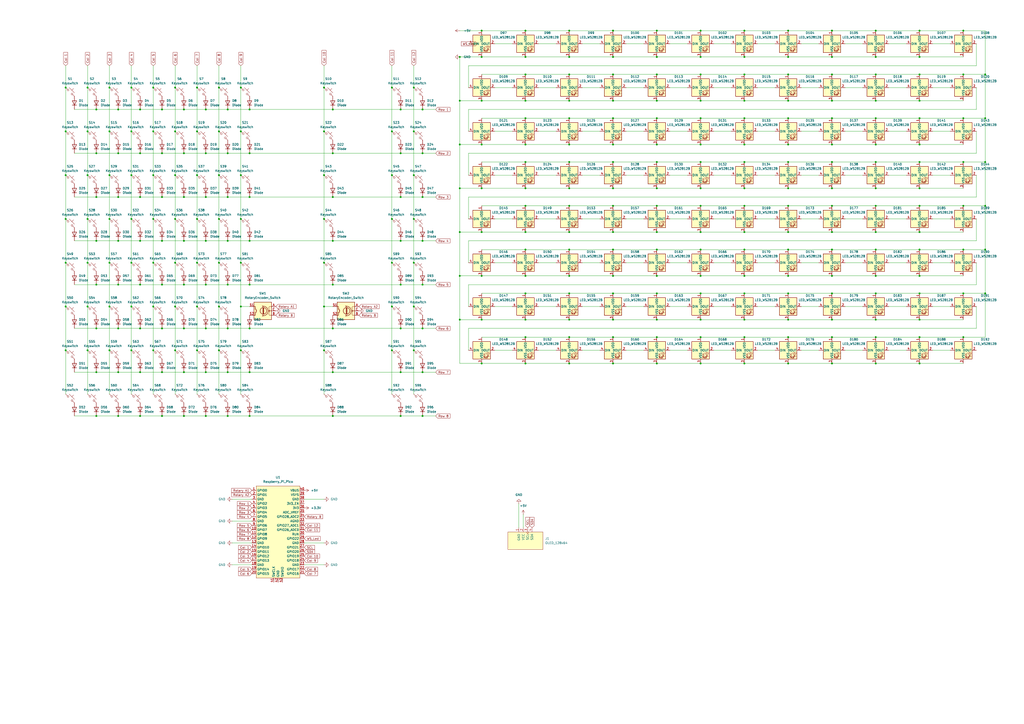
<source format=kicad_sch>
(kicad_sch (version 20231120) (generator "eeschema") (generator_version "8.0")
  (paper "A2")
  (junction (at 240.03 203.2))
  (junction (at 533.4 93.98))
  (junction (at 381 58.42))
  (junction (at 127 177.8))
  (junction (at 406.4 160.02))
  (junction (at 81.28 215.9))
  (junction (at 533.4 210.82))
  (junction (at 119.38 190.5))
  (junction (at 63.5 177.8))
  (junction (at 68.58 114.3))
  (junction (at 381 160.02))
  (junction (at 55.88 88.9))
  (junction (at 533.4 109.22))
  (junction (at 406.4 68.58))
  (junction (at 355.6 33.02))
  (junction (at 558.8 68.58))
  (junction (at 558.8 43.18))
  (junction (at 240.03 101.6))
  (junction (at 76.2 101.6))
  (junction (at 68.58 88.9))
  (junction (at 533.4 33.02))
  (junction (at 508 68.58))
  (junction (at 381 210.82))
  (junction (at 227.33 50.8))
  (junction (at 304.8 109.22))
  (junction (at 533.4 195.58))
  (junction (at 266.7 185.42))
  (junction (at 139.7 50.8))
  (junction (at 508 170.18))
  (junction (at 50.8 177.8))
  (junction (at 193.04 114.3))
  (junction (at 406.4 33.02))
  (junction (at 227.33 101.6))
  (junction (at 193.04 165.1))
  (junction (at 431.8 195.58))
  (junction (at 304.8 83.82))
  (junction (at 81.28 114.3))
  (junction (at 508 33.02))
  (junction (at 431.8 210.82))
  (junction (at 431.8 109.22))
  (junction (at 558.8 17.78))
  (junction (at 431.8 83.82))
  (junction (at 127 127))
  (junction (at 240.03 152.4))
  (junction (at 457.2 185.42))
  (junction (at 381 68.58))
  (junction (at 330.2 33.02))
  (junction (at 533.4 185.42))
  (junction (at 187.96 50.8))
  (junction (at 127 152.4))
  (junction (at 279.4 83.82))
  (junction (at 193.04 241.3))
  (junction (at 245.11 215.9))
  (junction (at 406.4 17.78))
  (junction (at 245.11 165.1))
  (junction (at 55.88 190.5))
  (junction (at 63.5 101.6))
  (junction (at 406.4 185.42))
  (junction (at 482.6 119.38))
  (junction (at 381 119.38))
  (junction (at 330.2 144.78))
  (junction (at 482.6 33.02))
  (junction (at 144.78 215.9))
  (junction (at 81.28 139.7))
  (junction (at 533.4 119.38))
  (junction (at 106.68 165.1))
  (junction (at 482.6 195.58))
  (junction (at 457.2 144.78))
  (junction (at 187.96 101.6))
  (junction (at 330.2 134.62))
  (junction (at 431.8 160.02))
  (junction (at 431.8 33.02))
  (junction (at 431.8 134.62))
  (junction (at 431.8 170.18))
  (junction (at 114.3 50.8))
  (junction (at 304.8 170.18))
  (junction (at 482.6 185.42))
  (junction (at 330.2 93.98))
  (junction (at 406.4 93.98))
  (junction (at 114.3 152.4))
  (junction (at 50.8 127))
  (junction (at 304.8 33.02))
  (junction (at 571.5 144.78))
  (junction (at 114.3 177.8))
  (junction (at 81.28 63.5))
  (junction (at 431.8 17.78))
  (junction (at 457.2 109.22))
  (junction (at 279.4 33.02))
  (junction (at 330.2 17.78))
  (junction (at 330.2 68.58))
  (junction (at 533.4 43.18))
  (junction (at 381 83.82))
  (junction (at 431.8 144.78))
  (junction (at 114.3 203.2))
  (junction (at 93.98 241.3))
  (junction (at 187.96 152.4))
  (junction (at 266.7 58.42))
  (junction (at 355.6 160.02))
  (junction (at 55.88 114.3))
  (junction (at 304.8 43.18))
  (junction (at 119.38 88.9))
  (junction (at 119.38 241.3))
  (junction (at 81.28 241.3))
  (junction (at 508 195.58))
  (junction (at 139.7 76.2))
  (junction (at 508 119.38))
  (junction (at 381 134.62))
  (junction (at 101.6 76.2))
  (junction (at 144.78 114.3))
  (junction (at 355.6 195.58))
  (junction (at 279.4 134.62))
  (junction (at 482.6 109.22))
  (junction (at 304.8 160.02))
  (junction (at 88.9 152.4))
  (junction (at 355.6 134.62))
  (junction (at 119.38 63.5))
  (junction (at 50.8 50.8))
  (junction (at 119.38 215.9))
  (junction (at 355.6 170.18))
  (junction (at 232.41 241.3))
  (junction (at 406.4 134.62))
  (junction (at 144.78 139.7))
  (junction (at 245.11 88.9))
  (junction (at 533.4 58.42))
  (junction (at 93.98 165.1))
  (junction (at 38.1 177.8))
  (junction (at 144.78 63.5))
  (junction (at 571.5 93.98))
  (junction (at 50.8 203.2))
  (junction (at 406.4 43.18))
  (junction (at 193.04 190.5))
  (junction (at 508 144.78))
  (junction (at 431.8 58.42))
  (junction (at 571.5 170.18))
  (junction (at 101.6 50.8))
  (junction (at 139.7 127))
  (junction (at 355.6 93.98))
  (junction (at 508 134.62))
  (junction (at 38.1 127))
  (junction (at 68.58 241.3))
  (junction (at 266.7 160.02))
  (junction (at 187.96 203.2))
  (junction (at 304.8 119.38))
  (junction (at 381 170.18))
  (junction (at 38.1 101.6))
  (junction (at 508 185.42))
  (junction (at 50.8 76.2))
  (junction (at 330.2 160.02))
  (junction (at 508 83.82))
  (junction (at 55.88 215.9))
  (junction (at 457.2 210.82))
  (junction (at 227.33 76.2))
  (junction (at 81.28 190.5))
  (junction (at 406.4 119.38))
  (junction (at 187.96 177.8))
  (junction (at 406.4 83.82))
  (junction (at 63.5 76.2))
  (junction (at 106.68 241.3))
  (junction (at 232.41 88.9))
  (junction (at 114.3 76.2))
  (junction (at 457.2 134.62))
  (junction (at 106.68 139.7))
  (junction (at 106.68 215.9))
  (junction (at 227.33 203.2))
  (junction (at 76.2 76.2))
  (junction (at 132.08 114.3))
  (junction (at 355.6 83.82))
  (junction (at 139.7 203.2))
  (junction (at 558.8 119.38))
  (junction (at 381 144.78))
  (junction (at 127 101.6))
  (junction (at 533.4 17.78))
  (junction (at 119.38 114.3))
  (junction (at 381 93.98))
  (junction (at 406.4 58.42))
  (junction (at 533.4 68.58))
  (junction (at 193.04 88.9))
  (junction (at 571.5 68.58))
  (junction (at 38.1 152.4))
  (junction (at 227.33 152.4))
  (junction (at 482.6 134.62))
  (junction (at 406.4 170.18))
  (junction (at 533.4 160.02))
  (junction (at 101.6 152.4))
  (junction (at 93.98 88.9))
  (junction (at 88.9 101.6))
  (junction (at 106.68 190.5))
  (junction (at 279.4 160.02))
  (junction (at 406.4 144.78))
  (junction (at 132.08 88.9))
  (junction (at 304.8 210.82))
  (junction (at 68.58 63.5))
  (junction (at 304.8 134.62))
  (junction (at 381 43.18))
  (junction (at 93.98 63.5))
  (junction (at 330.2 210.82))
  (junction (at 406.4 195.58))
  (junction (at 127 203.2))
  (junction (at 381 195.58))
  (junction (at 232.41 215.9))
  (junction (at 508 43.18))
  (junction (at 355.6 58.42))
  (junction (at 132.08 241.3))
  (junction (at 279.4 17.78))
  (junction (at 508 93.98))
  (junction (at 245.11 190.5))
  (junction (at 355.6 109.22))
  (junction (at 482.6 68.58))
  (junction (at 330.2 83.82))
  (junction (at 240.03 177.8))
  (junction (at 101.6 101.6))
  (junction (at 482.6 17.78))
  (junction (at 482.6 144.78))
  (junction (at 304.8 93.98))
  (junction (at 266.7 134.62))
  (junction (at 330.2 185.42))
  (junction (at 355.6 68.58))
  (junction (at 457.2 17.78))
  (junction (at 355.6 17.78))
  (junction (at 114.3 101.6))
  (junction (at 482.6 210.82))
  (junction (at 304.8 185.42))
  (junction (at 482.6 58.42))
  (junction (at 187.96 127))
  (junction (at 533.4 170.18))
  (junction (at 482.6 170.18))
  (junction (at 106.68 88.9))
  (junction (at 355.6 43.18))
  (junction (at 50.8 152.4))
  (junction (at 457.2 160.02))
  (junction (at 68.58 165.1))
  (junction (at 304.8 144.78))
  (junction (at 132.08 165.1))
  (junction (at 101.6 177.8))
  (junction (at 330.2 43.18))
  (junction (at 431.8 185.42))
  (junction (at 279.4 58.42))
  (junction (at 68.58 139.7))
  (junction (at 88.9 203.2))
  (junction (at 114.3 127))
  (junction (at 533.4 144.78))
  (junction (at 76.2 127))
  (junction (at 127 50.8))
  (junction (at 266.7 109.22))
  (junction (at 93.98 114.3))
  (junction (at 63.5 203.2))
  (junction (at 76.2 50.8))
  (junction (at 406.4 109.22))
  (junction (at 63.5 127))
  (junction (at 232.41 114.3))
  (junction (at 232.41 165.1))
  (junction (at 355.6 210.82))
  (junction (at 304.8 58.42))
  (junction (at 139.7 152.4))
  (junction (at 355.6 119.38))
  (junction (at 193.04 139.7))
  (junction (at 482.6 160.02))
  (junction (at 81.28 165.1))
  (junction (at 101.6 127))
  (junction (at 482.6 43.18))
  (junction (at 127 76.2))
  (junction (at 240.03 127))
  (junction (at 55.88 63.5))
  (junction (at 227.33 177.8))
  (junction (at 508 160.02))
  (junction (at 119.38 165.1))
  (junction (at 245.11 139.7))
  (junction (at 93.98 190.5))
  (junction (at 144.78 88.9))
  (junction (at 482.6 93.98))
  (junction (at 558.8 195.58))
  (junction (at 457.2 58.42))
  (junction (at 193.04 215.9))
  (junction (at 227.33 127))
  (junction (at 76.2 152.4))
  (junction (at 266.7 33.02))
  (junction (at 279.4 210.82))
  (junction (at 330.2 170.18))
  (junction (at 431.8 119.38))
  (junction (at 144.78 241.3))
  (junction (at 245.11 241.3))
  (junction (at 55.88 241.3))
  (junction (at 381 33.02))
  (junction (at 38.1 203.2))
  (junction (at 533.4 134.62))
  (junction (at 240.03 50.8))
  (junction (at 457.2 195.58))
  (junction (at 381 185.42))
  (junction (at 304.8 17.78))
  (junction (at 106.68 114.3))
  (junction (at 508 58.42))
  (junction (at 81.28 88.9))
  (junction (at 232.41 190.5))
  (junction (at 144.78 190.5))
  (junction (at 330.2 195.58))
  (junction (at 88.9 177.8))
  (junction (at 132.08 139.7))
  (junction (at 63.5 152.4))
  (junction (at 132.08 63.5))
  (junction (at 93.98 139.7))
  (junction (at 330.2 109.22))
  (junction (at 571.5 43.18))
  (junction (at 279.4 185.42))
  (junction (at 38.1 50.8))
  (junction (at 330.2 119.38))
  (junction (at 55.88 165.1))
  (junction (at 88.9 76.2))
  (junction (at 93.98 215.9))
  (junction (at 88.9 50.8))
  (junction (at 63.5 50.8))
  (junction (at 304.8 68.58))
  (junction (at 431.8 43.18))
  (junction (at 457.2 33.02))
  (junction (at 406.4 210.82))
  (junction (at 119.38 139.7))
  (junction (at 431.8 68.58))
  (junction (at 245.11 114.3))
  (junction (at 38.1 76.2))
  (junction (at 457.2 83.82))
  (junction (at 76.2 203.2))
  (junction (at 101.6 203.2))
  (junction (at 571.5 119.38))
  (junction (at 232.41 139.7))
  (junction (at 139.7 177.8))
  (junction (at 240.03 76.2))
  (junction (at 132.08 190.5))
  (junction (at 508 210.82))
  (junction (at 193.04 63.5))
  (junction (at 68.58 215.9))
  (junction (at 558.8 93.98))
  (junction (at 381 109.22))
  (junction (at 457.2 43.18))
  (junction (at 355.6 144.78))
  (junction (at 187.96 76.2))
  (junction (at 68.58 190.5))
  (junction (at 457.2 68.58))
  (junction (at 558.8 144.78))
  (junction (at 355.6 185.42))
  (junction (at 106.68 63.5))
  (junction (at 132.08 215.9))
  (junction (at 482.6 83.82))
  (junction (at 144.78 165.1))
  (junction (at 245.11 63.5))
  (junction (at 266.7 83.82))
  (junction (at 139.7 101.6))
  (junction (at 330.2 58.42))
  (junction (at 457.2 119.38))
  (junction (at 508 109.22))
  (junction (at 558.8 170.18))
  (junction (at 457.2 170.18))
  (junction (at 381 17.78))
  (junction (at 279.4 109.22))
  (junction (at 508 17.78))
  (junction (at 533.4 83.82))
  (junction (at 232.41 63.5))
  (junction (at 457.2 93.98))
  (junction (at 76.2 177.8))
  (junction (at 431.8 93.98))
  (junction (at 50.8 101.6))
  (junction (at 55.88 139.7))
  (junction (at 304.8 195.58))
  (junction (at 88.9 127))
  (wire (pts (xy 457.2 58.42) (xy 482.6 58.42)))
  (wire (pts (xy 508 33.02) (xy 533.4 33.02)))
  (wire (pts (xy 279.4 43.18) (xy 304.8 43.18)))
  (wire (pts (xy 119.38 63.5) (xy 132.08 63.5)))
  (wire (pts (xy 533.4 160.02) (xy 558.8 160.02)))
  (wire (pts (xy 106.68 139.7) (xy 119.38 139.7)))
  (wire (pts (xy 63.5 38.1) (xy 63.5 50.8)))
  (wire (pts (xy 271.78 139.7) (xy 271.78 152.4)))
  (wire (pts (xy 571.5 144.78) (xy 571.5 170.18)))
  (wire (pts (xy 101.6 76.2) (xy 101.6 101.6)))
  (wire (pts (xy 330.2 170.18) (xy 355.6 170.18)))
  (wire (pts (xy 187.96 50.8) (xy 187.96 76.2)))
  (wire (pts (xy 38.1 127) (xy 38.1 152.4)))
  (wire (pts (xy 381 119.38) (xy 406.4 119.38)))
  (wire (pts (xy 312.42 50.8) (xy 322.58 50.8)))
  (wire (pts (xy 266.7 33.02) (xy 266.7 58.42)))
  (wire (pts (xy 464.82 203.2) (xy 474.98 203.2)))
  (wire (pts (xy 93.98 88.9) (xy 106.68 88.9)))
  (wire (pts (xy 431.8 195.58) (xy 457.2 195.58)))
  (wire (pts (xy 406.4 83.82) (xy 431.8 83.82)))
  (wire (pts (xy 55.88 63.5) (xy 68.58 63.5)))
  (wire (pts (xy 50.8 127) (xy 50.8 152.4)))
  (wire (pts (xy 482.6 68.58) (xy 508 68.58)))
  (wire (pts (xy 106.68 63.5) (xy 119.38 63.5)))
  (wire (pts (xy 144.78 190.5) (xy 193.04 190.5)))
  (wire (pts (xy 68.58 215.9) (xy 81.28 215.9)))
  (wire (pts (xy 566.42 63.5) (xy 271.78 63.5)))
  (wire (pts (xy 566.42 190.5) (xy 566.42 177.8)))
  (wire (pts (xy 114.3 38.1) (xy 114.3 50.8)))
  (wire (pts (xy 119.38 88.9) (xy 132.08 88.9)))
  (wire (pts (xy 81.28 241.3) (xy 93.98 241.3)))
  (wire (pts (xy 388.62 152.4) (xy 398.78 152.4)))
  (wire (pts (xy 464.82 101.6) (xy 474.98 101.6)))
  (wire (pts (xy 119.38 114.3) (xy 132.08 114.3)))
  (wire (pts (xy 558.8 93.98) (xy 571.5 93.98)))
  (wire (pts (xy 431.8 144.78) (xy 457.2 144.78)))
  (wire (pts (xy 187.96 127) (xy 187.96 152.4)))
  (wire (pts (xy 93.98 63.5) (xy 106.68 63.5)))
  (wire (pts (xy 414.02 152.4) (xy 424.18 152.4)))
  (wire (pts (xy 457.2 43.18) (xy 482.6 43.18)))
  (wire (pts (xy 193.04 88.9) (xy 232.41 88.9)))
  (wire (pts (xy 414.02 76.2) (xy 424.18 76.2)))
  (wire (pts (xy 119.38 190.5) (xy 132.08 190.5)))
  (wire (pts (xy 76.2 177.8) (xy 76.2 203.2)))
  (wire (pts (xy 232.41 139.7) (xy 245.11 139.7)))
  (wire (pts (xy 88.9 203.2) (xy 88.9 228.6)))
  (wire (pts (xy 144.78 165.1) (xy 193.04 165.1)))
  (wire (pts (xy 457.2 170.18) (xy 482.6 170.18)))
  (wire (pts (xy 279.4 185.42) (xy 266.7 185.42)))
  (wire (pts (xy 55.88 165.1) (xy 68.58 165.1)))
  (wire (pts (xy 457.2 17.78) (xy 482.6 17.78)))
  (wire (pts (xy 114.3 50.8) (xy 114.3 76.2)))
  (wire (pts (xy 330.2 33.02) (xy 355.6 33.02)))
  (wire (pts (xy 304.8 185.42) (xy 330.2 185.42)))
  (wire (pts (xy 490.22 177.8) (xy 500.38 177.8)))
  (wire (pts (xy 63.5 177.8) (xy 63.5 203.2)))
  (wire (pts (xy 533.4 83.82) (xy 558.8 83.82)))
  (wire (pts (xy 187.96 289.56) (xy 176.53 289.56)))
  (wire (pts (xy 303.53 298.45) (xy 303.53 306.07)))
  (wire (pts (xy 63.5 50.8) (xy 63.5 76.2)))
  (wire (pts (xy 106.68 215.9) (xy 119.38 215.9)))
  (wire (pts (xy 355.6 134.62) (xy 381 134.62)))
  (wire (pts (xy 508 43.18) (xy 533.4 43.18)))
  (wire (pts (xy 232.41 165.1) (xy 245.11 165.1)))
  (wire (pts (xy 38.1 101.6) (xy 38.1 127)))
  (wire (pts (xy 381 134.62) (xy 406.4 134.62)))
  (wire (pts (xy 482.6 144.78) (xy 508 144.78)))
  (wire (pts (xy 279.4 210.82) (xy 304.8 210.82)))
  (wire (pts (xy 457.2 195.58) (xy 482.6 195.58)))
  (wire (pts (xy 337.82 50.8) (xy 347.98 50.8)))
  (wire (pts (xy 508 83.82) (xy 533.4 83.82)))
  (wire (pts (xy 363.22 76.2) (xy 373.38 76.2)))
  (wire (pts (xy 139.7 50.8) (xy 139.7 76.2)))
  (wire (pts (xy 287.02 203.2) (xy 297.18 203.2)))
  (wire (pts (xy 76.2 127) (xy 76.2 152.4)))
  (wire (pts (xy 119.38 165.1) (xy 132.08 165.1)))
  (wire (pts (xy 287.02 152.4) (xy 297.18 152.4)))
  (wire (pts (xy 464.82 127) (xy 474.98 127)))
  (wire (pts (xy 482.6 33.02) (xy 508 33.02)))
  (wire (pts (xy 431.8 58.42) (xy 457.2 58.42)))
  (wire (pts (xy 139.7 177.8) (xy 144.78 177.8)))
  (wire (pts (xy 93.98 215.9) (xy 106.68 215.9)))
  (wire (pts (xy 482.6 185.42) (xy 508 185.42)))
  (wire (pts (xy 571.5 43.18) (xy 571.5 68.58)))
  (wire (pts (xy 381 43.18) (xy 406.4 43.18)))
  (wire (pts (xy 381 109.22) (xy 406.4 109.22)))
  (wire (pts (xy 106.68 88.9) (xy 119.38 88.9)))
  (wire (pts (xy 132.08 165.1) (xy 144.78 165.1)))
  (wire (pts (xy 119.38 215.9) (xy 132.08 215.9)))
  (wire (pts (xy 279.4 119.38) (xy 304.8 119.38)))
  (wire (pts (xy 193.04 215.9) (xy 232.41 215.9)))
  (wire (pts (xy 439.42 152.4) (xy 449.58 152.4)))
  (wire (pts (xy 541.02 127) (xy 551.18 127)))
  (wire (pts (xy 304.8 144.78) (xy 330.2 144.78)))
  (wire (pts (xy 266.7 17.78) (xy 279.4 17.78)))
  (wire (pts (xy 187.96 314.96) (xy 176.53 314.96)))
  (wire (pts (xy 533.4 170.18) (xy 558.8 170.18)))
  (wire (pts (xy 232.41 190.5) (xy 245.11 190.5)))
  (wire (pts (xy 571.5 17.78) (xy 571.5 43.18)))
  (wire (pts (xy 355.6 33.02) (xy 381 33.02)))
  (wire (pts (xy 355.6 144.78) (xy 381 144.78)))
  (wire (pts (xy 439.42 127) (xy 449.58 127)))
  (wire (pts (xy 330.2 119.38) (xy 355.6 119.38)))
  (wire (pts (xy 533.4 93.98) (xy 558.8 93.98)))
  (wire (pts (xy 68.58 190.5) (xy 81.28 190.5)))
  (wire (pts (xy 81.28 215.9) (xy 93.98 215.9)))
  (wire (pts (xy 381 83.82) (xy 406.4 83.82)))
  (wire (pts (xy 482.6 134.62) (xy 508 134.62)))
  (wire (pts (xy 279.4 185.42) (xy 304.8 185.42)))
  (wire (pts (xy 558.8 144.78) (xy 571.5 144.78)))
  (wire (pts (xy 355.6 195.58) (xy 381 195.58)))
  (wire (pts (xy 266.7 58.42) (xy 266.7 83.82)))
  (wire (pts (xy 381 68.58) (xy 406.4 68.58)))
  (wire (pts (xy 464.82 76.2) (xy 474.98 76.2)))
  (wire (pts (xy 227.33 38.1) (xy 227.33 50.8)))
  (wire (pts (xy 271.78 203.2) (xy 271.78 190.5)))
  (wire (pts (xy 304.8 134.62) (xy 330.2 134.62)))
  (wire (pts (xy 312.42 101.6) (xy 322.58 101.6)))
  (wire (pts (xy 88.9 127) (xy 88.9 152.4)))
  (wire (pts (xy 287.02 127) (xy 297.18 127)))
  (wire (pts (xy 43.18 190.5) (xy 55.88 190.5)))
  (wire (pts (xy 232.41 63.5) (xy 245.11 63.5)))
  (wire (pts (xy 193.04 139.7) (xy 232.41 139.7)))
  (wire (pts (xy 50.8 38.1) (xy 50.8 50.8)))
  (wire (pts (xy 76.2 76.2) (xy 76.2 101.6)))
  (wire (pts (xy 240.03 50.8) (xy 240.03 76.2)))
  (wire (pts (xy 566.42 101.6) (xy 566.42 114.3)))
  (wire (pts (xy 287.02 76.2) (xy 297.18 76.2)))
  (wire (pts (xy 187.96 152.4) (xy 187.96 177.8)))
  (wire (pts (xy 127 127) (xy 127 152.4)))
  (wire (pts (xy 43.18 63.5) (xy 55.88 63.5)))
  (wire (pts (xy 81.28 165.1) (xy 93.98 165.1)))
  (wire (pts (xy 541.02 76.2) (xy 551.18 76.2)))
  (wire (pts (xy 287.02 177.8) (xy 297.18 177.8)))
  (wire (pts (xy 88.9 152.4) (xy 88.9 177.8)))
  (wire (pts (xy 566.42 139.7) (xy 271.78 139.7)))
  (wire (pts (xy 93.98 165.1) (xy 106.68 165.1)))
  (wire (pts (xy 81.28 139.7) (xy 93.98 139.7)))
  (wire (pts (xy 431.8 17.78) (xy 457.2 17.78)))
  (wire (pts (xy 144.78 139.7) (xy 193.04 139.7)))
  (wire (pts (xy 132.08 215.9) (xy 144.78 215.9)))
  (wire (pts (xy 388.62 101.6) (xy 398.78 101.6)))
  (wire (pts (xy 406.4 109.22) (xy 431.8 109.22)))
  (wire (pts (xy 144.78 88.9) (xy 193.04 88.9)))
  (wire (pts (xy 388.62 76.2) (xy 398.78 76.2)))
  (wire (pts (xy 406.4 68.58) (xy 431.8 68.58)))
  (wire (pts (xy 266.7 160.02) (xy 266.7 185.42)))
  (wire (pts (xy 337.82 101.6) (xy 347.98 101.6)))
  (wire (pts (xy 50.8 177.8) (xy 50.8 203.2)))
  (wire (pts (xy 55.88 241.3) (xy 68.58 241.3)))
  (wire (pts (xy 312.42 127) (xy 322.58 127)))
  (wire (pts (xy 279.4 68.58) (xy 304.8 68.58)))
  (wire (pts (xy 406.4 195.58) (xy 431.8 195.58)))
  (wire (pts (xy 515.62 203.2) (xy 525.78 203.2)))
  (wire (pts (xy 355.6 160.02) (xy 381 160.02)))
  (wire (pts (xy 388.62 50.8) (xy 398.78 50.8)))
  (wire (pts (xy 187.96 203.2) (xy 187.96 228.6)))
  (wire (pts (xy 279.4 144.78) (xy 304.8 144.78)))
  (wire (pts (xy 127 76.2) (xy 127 101.6)))
  (wire (pts (xy 271.78 114.3) (xy 271.78 127)))
  (wire (pts (xy 132.08 88.9) (xy 144.78 88.9)))
  (wire (pts (xy 144.78 63.5) (xy 193.04 63.5)))
  (wire (pts (xy 508 170.18) (xy 533.4 170.18)))
  (wire (pts (xy 381 17.78) (xy 406.4 17.78)))
  (wire (pts (xy 388.62 177.8) (xy 398.78 177.8)))
  (wire (pts (xy 330.2 68.58) (xy 355.6 68.58)))
  (wire (pts (xy 355.6 119.38) (xy 381 119.38)))
  (wire (pts (xy 533.4 119.38) (xy 558.8 119.38)))
  (wire (pts (xy 355.6 210.82) (xy 381 210.82)))
  (wire (pts (xy 245.11 190.5) (xy 252.73 190.5)))
  (wire (pts (xy 132.08 139.7) (xy 144.78 139.7)))
  (wire (pts (xy 139.7 38.1) (xy 139.7 50.8)))
  (wire (pts (xy 541.02 50.8) (xy 551.18 50.8)))
  (wire (pts (xy 240.03 38.1) (xy 240.03 50.8)))
  (wire (pts (xy 482.6 93.98) (xy 508 93.98)))
  (wire (pts (xy 88.9 101.6) (xy 88.9 127)))
  (wire (pts (xy 139.7 203.2) (xy 139.7 228.6)))
  (wire (pts (xy 330.2 109.22) (xy 355.6 109.22)))
  (wire (pts (xy 101.6 38.1) (xy 101.6 50.8)))
  (wire (pts (xy 566.42 25.4) (xy 566.42 38.1)))
  (wire (pts (xy 482.6 83.82) (xy 508 83.82)))
  (wire (pts (xy 276.86 25.4) (xy 271.78 25.4)))
  (wire (pts (xy 63.5 203.2) (xy 63.5 228.6)))
  (wire (pts (xy 101.6 101.6) (xy 101.6 127)))
  (wire (pts (xy 571.5 170.18) (xy 571.5 195.58)))
  (wire (pts (xy 355.6 170.18) (xy 381 170.18)))
  (wire (pts (xy 363.22 203.2) (xy 373.38 203.2)))
  (wire (pts (xy 566.42 50.8) (xy 566.42 63.5)))
  (wire (pts (xy 304.8 93.98) (xy 330.2 93.98)))
  (wire (pts (xy 38.1 76.2) (xy 38.1 101.6)))
  (wire (pts (xy 406.4 33.02) (xy 431.8 33.02)))
  (wire (pts (xy 304.8 109.22) (xy 330.2 109.22)))
  (wire (pts (xy 266.7 58.42) (xy 279.4 58.42)))
  (wire (pts (xy 381 210.82) (xy 406.4 210.82)))
  (wire (pts (xy 287.02 50.8) (xy 297.18 50.8)))
  (wire (pts (xy 515.62 177.8) (xy 525.78 177.8)))
  (wire (pts (xy 355.6 185.42) (xy 381 185.42)))
  (wire (pts (xy 271.78 101.6) (xy 271.78 88.9)))
  (wire (pts (xy 240.03 203.2) (xy 240.03 228.6)))
  (wire (pts (xy 355.6 93.98) (xy 381 93.98)))
  (wire (pts (xy 240.03 76.2) (xy 240.03 101.6)))
  (wire (pts (xy 43.18 241.3) (xy 55.88 241.3)))
  (wire (pts (xy 139.7 177.8) (xy 139.7 203.2)))
  (wire (pts (xy 101.6 203.2) (xy 101.6 228.6)))
  (wire (pts (xy 566.42 88.9) (xy 566.42 76.2)))
  (wire (pts (xy 312.42 76.2) (xy 322.58 76.2)))
  (wire (pts (xy 93.98 241.3) (xy 106.68 241.3)))
  (wire (pts (xy 508 58.42) (xy 533.4 58.42)))
  (wire (pts (xy 457.2 134.62) (xy 482.6 134.62)))
  (wire (pts (xy 566.42 152.4) (xy 566.42 165.1)))
  (wire (pts (xy 132.08 114.3) (xy 144.78 114.3)))
  (wire (pts (xy 101.6 152.4) (xy 101.6 177.8)))
  (wire (pts (xy 63.5 152.4) (xy 63.5 177.8)))
  (wire (pts (xy 533.4 195.58) (xy 558.8 195.58)))
  (wire (pts (xy 381 195.58) (xy 406.4 195.58)))
  (wire (pts (xy 439.42 101.6) (xy 449.58 101.6)))
  (wire (pts (xy 337.82 76.2) (xy 347.98 76.2)))
  (wire (pts (xy 406.4 210.82) (xy 431.8 210.82)))
  (wire (pts (xy 279.4 109.22) (xy 304.8 109.22)))
  (wire (pts (xy 76.2 203.2) (xy 76.2 228.6)))
  (wire (pts (xy 508 17.78) (xy 533.4 17.78)))
  (wire (pts (xy 482.6 170.18) (xy 508 170.18)))
  (wire (pts (xy 68.58 114.3) (xy 81.28 114.3)))
  (wire (pts (xy 240.03 177.8) (xy 240.03 203.2)))
  (wire (pts (xy 482.6 210.82) (xy 508 210.82)))
  (wire (pts (xy 457.2 109.22) (xy 482.6 109.22)))
  (wire (pts (xy 279.4 83.82) (xy 304.8 83.82)))
  (wire (pts (xy 63.5 127) (xy 63.5 152.4)))
  (wire (pts (xy 279.4 160.02) (xy 304.8 160.02)))
  (wire (pts (xy 508 144.78) (xy 533.4 144.78)))
  (wire (pts (xy 414.02 127) (xy 424.18 127)))
  (wire (pts (xy 304.8 195.58) (xy 330.2 195.58)))
  (wire (pts (xy 245.11 165.1) (xy 252.73 165.1)))
  (wire (pts (xy 330.2 160.02) (xy 355.6 160.02)))
  (wire (pts (xy 193.04 165.1) (xy 232.41 165.1)))
  (wire (pts (xy 388.62 25.4) (xy 398.78 25.4)))
  (wire (pts (xy 106.68 241.3) (xy 119.38 241.3)))
  (wire (pts (xy 279.4 33.02) (xy 304.8 33.02)))
  (wire (pts (xy 50.8 50.8) (xy 50.8 76.2)))
  (wire (pts (xy 144.78 215.9) (xy 193.04 215.9)))
  (wire (pts (xy 533.4 134.62) (xy 558.8 134.62)))
  (wire (pts (xy 431.8 33.02) (xy 457.2 33.02)))
  (wire (pts (xy 330.2 43.18) (xy 355.6 43.18)))
  (wire (pts (xy 541.02 152.4) (xy 551.18 152.4)))
  (wire (pts (xy 431.8 160.02) (xy 457.2 160.02)))
  (wire (pts (xy 431.8 185.42) (xy 457.2 185.42)))
  (wire (pts (xy 508 93.98) (xy 533.4 93.98)))
  (wire (pts (xy 508 195.58) (xy 533.4 195.58)))
  (wire (pts (xy 55.88 215.9) (xy 68.58 215.9)))
  (wire (pts (xy 50.8 152.4) (xy 50.8 177.8)))
  (wire (pts (xy 337.82 177.8) (xy 347.98 177.8)))
  (wire (pts (xy 515.62 152.4) (xy 525.78 152.4)))
  (wire (pts (xy 68.58 165.1) (xy 81.28 165.1)))
  (wire (pts (xy 363.22 127) (xy 373.38 127)))
  (wire (pts (xy 93.98 139.7) (xy 106.68 139.7)))
  (wire (pts (xy 38.1 152.4) (xy 38.1 177.8)))
  (wire (pts (xy 76.2 38.1) (xy 76.2 50.8)))
  (wire (pts (xy 558.8 43.18) (xy 571.5 43.18)))
  (wire (pts (xy 240.03 152.4) (xy 240.03 177.8)))
  (wire (pts (xy 271.78 38.1) (xy 271.78 50.8)))
  (wire (pts (xy 76.2 101.6) (xy 76.2 127)))
  (wire (pts (xy 508 210.82) (xy 533.4 210.82)))
  (wire (pts (xy 114.3 152.4) (xy 114.3 177.8)))
  (wire (pts (xy 266.7 109.22) (xy 279.4 109.22)))
  (wire (pts (xy 245.11 63.5) (xy 252.73 63.5)))
  (wire (pts (xy 287.02 101.6) (xy 297.18 101.6)))
  (wire (pts (xy 93.98 114.3) (xy 106.68 114.3)))
  (wire (pts (xy 533.4 109.22) (xy 558.8 109.22)))
  (wire (pts (xy 304.8 160.02) (xy 330.2 160.02)))
  (wire (pts (xy 279.4 33.02) (xy 266.7 33.02)))
  (wire (pts (xy 312.42 152.4) (xy 322.58 152.4)))
  (wire (pts (xy 88.9 177.8) (xy 88.9 203.2)))
  (wire (pts (xy 508 134.62) (xy 533.4 134.62)))
  (wire (pts (xy 304.8 83.82) (xy 330.2 83.82)))
  (wire (pts (xy 304.8 170.18) (xy 330.2 170.18)))
  (wire (pts (xy 533.4 43.18) (xy 558.8 43.18)))
  (wire (pts (xy 457.2 185.42) (xy 482.6 185.42)))
  (wire (pts (xy 558.8 195.58) (xy 571.5 195.58)))
  (wire (pts (xy 566.42 127) (xy 566.42 139.7)))
  (wire (pts (xy 81.28 88.9) (xy 93.98 88.9)))
  (wire (pts (xy 127 203.2) (xy 127 228.6)))
  (wire (pts (xy 431.8 134.62) (xy 457.2 134.62)))
  (wire (pts (xy 88.9 76.2) (xy 88.9 101.6)))
  (wire (pts (xy 114.3 76.2) (xy 114.3 101.6)))
  (wire (pts (xy 139.7 127) (xy 139.7 152.4)))
  (wire (pts (xy 381 185.42) (xy 406.4 185.42)))
  (wire (pts (xy 279.4 160.02) (xy 266.7 160.02)))
  (wire (pts (xy 431.8 170.18) (xy 457.2 170.18)))
  (wire (pts (xy 571.5 68.58) (xy 571.5 93.98)))
  (wire (pts (xy 414.02 25.4) (xy 424.18 25.4)))
  (wire (pts (xy 88.9 38.1) (xy 88.9 50.8)))
  (wire (pts (xy 566.42 38.1) (xy 271.78 38.1)))
  (wire (pts (xy 566.42 165.1) (xy 271.78 165.1)))
  (wire (pts (xy 406.4 43.18) (xy 431.8 43.18)))
  (wire (pts (xy 533.4 68.58) (xy 558.8 68.58)))
  (wire (pts (xy 558.8 68.58) (xy 571.5 68.58)))
  (wire (pts (xy 193.04 190.5) (xy 232.41 190.5)))
  (wire (pts (xy 144.78 114.3) (xy 193.04 114.3)))
  (wire (pts (xy 68.58 88.9) (xy 81.28 88.9)))
  (wire (pts (xy 515.62 76.2) (xy 525.78 76.2)))
  (wire (pts (xy 38.1 177.8) (xy 38.1 203.2)))
  (wire (pts (xy 431.8 68.58) (xy 457.2 68.58)))
  (wire (pts (xy 381 33.02) (xy 406.4 33.02)))
  (wire (pts (xy 330.2 83.82) (xy 355.6 83.82)))
  (wire (pts (xy 508 160.02) (xy 533.4 160.02)))
  (wire (pts (xy 330.2 134.62) (xy 355.6 134.62)))
  (wire (pts (xy 127 38.1) (xy 127 50.8)))
  (wire (pts (xy 490.22 50.8) (xy 500.38 50.8)))
  (wire (pts (xy 457.2 68.58) (xy 482.6 68.58)))
  (wire (pts (xy 187.96 101.6) (xy 187.96 127)))
  (wire (pts (xy 355.6 17.78) (xy 381 17.78)))
  (wire (pts (xy 515.62 101.6) (xy 525.78 101.6)))
  (wire (pts (xy 266.7 83.82) (xy 279.4 83.82)))
  (wire (pts (xy 227.33 152.4) (xy 227.33 177.8)))
  (wire (pts (xy 266.7 134.62) (xy 266.7 160.02)))
  (wire (pts (xy 457.2 93.98) (xy 482.6 93.98)))
  (wire (pts (xy 541.02 177.8) (xy 551.18 177.8)))
  (wire (pts (xy 431.8 210.82) (xy 457.2 210.82)))
  (wire (pts (xy 227.33 127) (xy 227.33 152.4)))
  (wire (pts (xy 337.82 152.4) (xy 347.98 152.4)))
  (wire (pts (xy 482.6 109.22) (xy 508 109.22)))
  (wire (pts (xy 541.02 203.2) (xy 551.18 203.2)))
  (wire (pts (xy 566.42 114.3) (xy 271.78 114.3)))
  (wire (pts (xy 43.18 114.3) (xy 55.88 114.3)))
  (wire (pts (xy 431.8 83.82) (xy 457.2 83.82)))
  (wire (pts (xy 132.08 63.5) (xy 144.78 63.5)))
  (wire (pts (xy 439.42 50.8) (xy 449.58 50.8)))
  (wire (pts (xy 304.8 68.58) (xy 330.2 68.58)))
  (wire (pts (xy 279.4 170.18) (xy 304.8 170.18)))
  (wire (pts (xy 431.8 43.18) (xy 457.2 43.18)))
  (wire (pts (xy 287.02 25.4) (xy 297.18 25.4)))
  (wire (pts (xy 227.33 101.6) (xy 227.33 127)))
  (wire (pts (xy 127 152.4) (xy 127 177.8)))
  (wire (pts (xy 381 160.02) (xy 406.4 160.02)))
  (wire (pts (xy 381 144.78) (xy 406.4 144.78)))
  (wire (pts (xy 119.38 139.7) (xy 132.08 139.7)))
  (wire (pts (xy 330.2 93.98) (xy 355.6 93.98)))
  (wire (pts (xy 330.2 185.42) (xy 355.6 185.42)))
  (wire (pts (xy 508 68.58) (xy 533.4 68.58)))
  (wire (pts (xy 482.6 58.42) (xy 508 58.42)))
  (wire (pts (xy 439.42 203.2) (xy 449.58 203.2)))
  (wire (pts (xy 363.22 50.8) (xy 373.38 50.8)))
  (wire (pts (xy 240.03 101.6) (xy 240.03 127)))
  (wire (pts (xy 533.4 185.42) (xy 558.8 185.42)))
  (wire (pts (xy 134.62 314.96) (xy 146.05 314.96)))
  (wire (pts (xy 457.2 33.02) (xy 482.6 33.02)))
  (wire (pts (xy 304.8 33.02) (xy 330.2 33.02)))
  (wire (pts (xy 68.58 241.3) (xy 81.28 241.3)))
  (wire (pts (xy 482.6 160.02) (xy 508 160.02)))
  (wire (pts (xy 132.08 241.3) (xy 144.78 241.3)))
  (wire (pts (xy 490.22 152.4) (xy 500.38 152.4)))
  (wire (pts (xy 439.42 177.8) (xy 449.58 177.8)))
  (wire (pts (xy 482.6 195.58) (xy 508 195.58)))
  (wire (pts (xy 232.41 88.9) (xy 245.11 88.9)))
  (wire (pts (xy 533.4 33.02) (xy 558.8 33.02)))
  (wire (pts (xy 330.2 195.58) (xy 355.6 195.58)))
  (wire (pts (xy 300.99 292.1) (xy 300.99 306.07)))
  (wire (pts (xy 381 58.42) (xy 406.4 58.42)))
  (wire (pts (xy 88.9 50.8) (xy 88.9 76.2)))
  (wire (pts (xy 187.96 38.1) (xy 187.96 50.8)))
  (wire (pts (xy 355.6 68.58) (xy 381 68.58)))
  (wire (pts (xy 381 170.18) (xy 406.4 170.18)))
  (wire (pts (xy 50.8 101.6) (xy 50.8 127)))
  (wire (pts (xy 541.02 101.6) (xy 551.18 101.6)))
  (wire (pts (xy 187.96 76.2) (xy 187.96 101.6)))
  (wire (pts (xy 245.11 215.9) (xy 252.73 215.9)))
  (wire (pts (xy 337.82 25.4) (xy 347.98 25.4)))
  (wire (pts (xy 363.22 177.8) (xy 373.38 177.8)))
  (wire (pts (xy 406.4 93.98) (xy 431.8 93.98)))
  (wire (pts (xy 81.28 114.3) (xy 93.98 114.3)))
  (wire (pts (xy 304.8 17.78) (xy 330.2 17.78)))
  (wire (pts (xy 271.78 63.5) (xy 271.78 76.2)))
  (wire (pts (xy 106.68 190.5) (xy 119.38 190.5)))
  (wire (pts (xy 271.78 88.9) (xy 566.42 88.9)))
  (wire (pts (xy 406.4 119.38) (xy 431.8 119.38)))
  (wire (pts (xy 414.02 203.2) (xy 424.18 203.2)))
  (wire (pts (xy 406.4 17.78) (xy 431.8 17.78)))
  (wire (pts (xy 558.8 170.18) (xy 571.5 170.18)))
  (wire (pts (xy 414.02 101.6) (xy 424.18 101.6)))
  (wire (pts (xy 114.3 203.2) (xy 114.3 228.6)))
  (wire (pts (xy 533.4 17.78) (xy 558.8 17.78)))
  (wire (pts (xy 312.42 177.8) (xy 322.58 177.8)))
  (wire (pts (xy 50.8 203.2) (xy 50.8 228.6)))
  (wire (pts (xy 304.8 119.38) (xy 330.2 119.38)))
  (wire (pts (xy 245.11 88.9) (xy 252.73 88.9)))
  (wire (pts (xy 304.8 58.42) (xy 330.2 58.42)))
  (wire (pts (xy 508 185.42) (xy 533.4 185.42)))
  (wire (pts (xy 266.7 185.42) (xy 266.7 210.82)))
  (wire (pts (xy 355.6 58.42) (xy 381 58.42)))
  (wire (pts (xy 533.4 144.78) (xy 558.8 144.78)))
  (wire (pts (xy 457.2 144.78) (xy 482.6 144.78)))
  (wire (pts (xy 363.22 101.6) (xy 373.38 101.6)))
  (wire (pts (xy 232.41 215.9) (xy 245.11 215.9)))
  (wire (pts (xy 457.2 160.02) (xy 482.6 160.02)))
  (wire (pts (xy 101.6 50.8) (xy 101.6 76.2)))
  (wire (pts (xy 431.8 119.38) (xy 457.2 119.38)))
  (wire (pts (xy 245.11 114.3) (xy 252.73 114.3)))
  (wire (pts (xy 139.7 101.6) (xy 139.7 127)))
  (wire (pts (xy 515.62 127) (xy 525.78 127)))
  (wire (pts (xy 482.6 17.78) (xy 508 17.78)))
  (wire (pts (xy 93.98 190.5) (xy 106.68 190.5)))
  (wire (pts (xy 63.5 101.6) (xy 63.5 127)))
  (wire (pts (xy 43.18 165.1) (xy 55.88 165.1)))
  (wire (pts (xy 279.4 58.42) (xy 304.8 58.42)))
  (wire (pts (xy 187.96 177.8) (xy 193.04 177.8)))
  (wire (pts (xy 134.62 289.56) (xy 146.05 289.56)))
  (wire (pts (xy 533.4 58.42) (xy 558.8 58.42)))
  (wire (pts (xy 490.22 101.6) (xy 500.38 101.6)))
  (wire (pts (xy 457.2 83.82) (xy 482.6 83.82)))
  (wire (pts (xy 76.2 50.8) (xy 76.2 76.2)))
  (wire (pts (xy 127 177.8) (xy 127 203.2)))
  (wire (pts (xy 558.8 119.38) (xy 571.5 119.38)))
  (wire (pts (xy 508 109.22) (xy 533.4 109.22)))
  (wire (pts (xy 431.8 93.98) (xy 457.2 93.98)))
  (wire (pts (xy 187.96 327.66) (xy 176.53 327.66)))
  (wire (pts (xy 76.2 152.4) (xy 76.2 177.8)))
  (wire (pts (xy 406.4 160.02) (xy 431.8 160.02)))
  (wire (pts (xy 227.33 177.8) (xy 227.33 203.2)))
  (wire (pts (xy 38.1 38.1) (xy 38.1 50.8)))
  (wire (pts (xy 279.4 134.62) (xy 266.7 134.62)))
  (wire (pts (xy 482.6 43.18) (xy 508 43.18)))
  (wire (pts (xy 304.8 43.18) (xy 330.2 43.18)))
  (wire (pts (xy 193.04 114.3) (xy 232.41 114.3)))
  (wire (pts (xy 43.18 139.7) (xy 55.88 139.7)))
  (wire (pts (xy 482.6 119.38) (xy 508 119.38)))
  (wire (pts (xy 271.78 190.5) (xy 566.42 190.5)))
  (wire (pts (xy 227.33 76.2) (xy 227.33 101.6)))
  (wire (pts (xy 271.78 165.1) (xy 271.78 177.8)))
  (wire (pts (xy 439.42 76.2) (xy 449.58 76.2)))
  (wire (pts (xy 279.4 195.58) (xy 304.8 195.58)))
  (wire (pts (xy 193.04 63.5) (xy 232.41 63.5)))
  (wire (pts (xy 245.11 139.7) (xy 252.73 139.7)))
  (wire (pts (xy 68.58 139.7) (xy 81.28 139.7)))
  (wire (pts (xy 515.62 50.8) (xy 525.78 50.8)))
  (wire (pts (xy 266.7 83.82) (xy 266.7 109.22)))
  (wire (pts (xy 139.7 152.4) (xy 139.7 177.8)))
  (wire (pts (xy 439.42 25.4) (xy 449.58 25.4)))
  (wire (pts (xy 571.5 93.98) (xy 571.5 119.38)))
  (wire (pts (xy 312.42 203.2) (xy 322.58 203.2)))
  (wire (pts (xy 304.8 210.82) (xy 330.2 210.82)))
  (wire (pts (xy 406.4 170.18) (xy 431.8 170.18)))
  (wire (pts (xy 464.82 152.4) (xy 474.98 152.4)))
  (wire (pts (xy 508 119.38) (xy 533.4 119.38)))
  (wire (pts (xy 127 50.8) (xy 127 76.2)))
  (wire (pts (xy 406.4 134.62) (xy 431.8 134.62)))
  (wire (pts (xy 533.4 210.82) (xy 558.8 210.82)))
  (wire (pts (xy 55.88 114.3) (xy 68.58 114.3)))
  (wire (pts (xy 515.62 25.4) (xy 525.78 25.4)))
  (wire (pts (xy 558.8 17.78) (xy 571.5 17.78)))
  (wire (pts (xy 114.3 101.6) (xy 114.3 127)))
  (wire (pts (xy 245.11 241.3) (xy 252.73 241.3)))
  (wire (pts (xy 406.4 185.42) (xy 431.8 185.42)))
  (wire (pts (xy 355.6 109.22) (xy 381 109.22)))
  (wire (pts (xy 106.68 165.1) (xy 119.38 165.1)))
  (wire (pts (xy 193.04 241.3) (xy 232.41 241.3)))
  (wire (pts (xy 464.82 25.4) (xy 474.98 25.4)))
  (wire (pts (xy 43.18 88.9) (xy 55.88 88.9)))
  (wire (pts (xy 101.6 127) (xy 101.6 152.4)))
  (wire (pts (xy 279.4 93.98) (xy 304.8 93.98)))
  (wire (pts (xy 81.28 190.5) (xy 93.98 190.5)))
  (wire (pts (xy 114.3 127) (xy 114.3 152.4)))
  (wire (pts (xy 330.2 58.42) (xy 355.6 58.42)))
  (wire (pts (xy 490.22 127) (xy 500.38 127)))
  (wire (pts (xy 330.2 144.78) (xy 355.6 144.78)))
  (wire (pts (xy 388.62 127) (xy 398.78 127)))
  (wire (pts (xy 381 93.98) (xy 406.4 93.98)))
  (wire (pts (xy 388.62 203.2) (xy 398.78 203.2)))
  (wire (pts (xy 38.1 203.2) (xy 38.1 228.6)))
  (wire (pts (xy 187.96 177.8) (xy 187.96 203.2)))
  (wire (pts (xy 55.88 88.9) (xy 68.58 88.9)))
  (wire (pts (xy 55.88 190.5) (xy 68.58 190.5)))
  (wire (pts (xy 457.2 119.38) (xy 482.6 119.38)))
  (wire (pts (xy 227.33 50.8) (xy 227.33 76.2)))
  (wire (pts (xy 490.22 76.2) (xy 500.38 76.2)))
  (wire (pts (xy 363.22 152.4) (xy 373.38 152.4)))
  (wire (pts (xy 227.33 203.2) (xy 227.33 228.6)))
  (wire (pts (xy 414.02 177.8) (xy 424.18 177.8)))
  (wire (pts (xy 240.03 127) (xy 240.03 152.4)))
  (wire (pts (xy 68.58 63.5) (xy 81.28 63.5)))
  (wire (pts (xy 232.41 241.3) (xy 245.11 241.3)))
  (wire (pts (xy 266.7 134.62) (xy 266.7 109.22)))
  (wire (pts (xy 144.78 241.3) (xy 193.04 241.3)))
  (wire (pts (xy 363.22 25.4) (xy 373.38 25.4)))
  (wire (pts (xy 330.2 17.78) (xy 355.6 17.78)))
  (wire (pts (xy 464.82 177.8) (xy 474.98 177.8)))
  (wire (pts (xy 337.82 127) (xy 347.98 127)))
  (wire (pts (xy 414.02 50.8) (xy 424.18 50.8)))
  (wire (pts (xy 279.4 17.78) (xy 304.8 17.78)))
  (wire (pts (xy 139.7 76.2) (xy 139.7 101.6)))
  (wire (pts (xy 571.5 119.38) (xy 571.5 144.78)))
  (wire (pts (xy 134.62 327.66) (xy 146.05 327.66)))
  (wire (pts (xy 355.6 43.18) (xy 381 43.18)))
  (wire (pts (xy 63.5 76.2) (xy 63.5 101.6)))
  (wire (pts (xy 132.08 190.5) (xy 144.78 190.5)))
  (wire (pts (xy 81.28 63.5) (xy 93.98 63.5)))
  (wire (pts (xy 541.02 25.4) (xy 551.18 25.4)))
  (wire (pts (xy 55.88 139.7) (xy 68.58 139.7)))
  (wire (pts (xy 50.8 76.2) (xy 50.8 101.6)))
  (wire (pts (xy 490.22 203.2) (xy 500.38 203.2)))
  (wire (pts (xy 232.41 114.3) (xy 245.11 114.3)))
  (wire (pts (xy 355.6 83.82) (xy 381 83.82)))
  (wire (pts (xy 330.2 210.82) (xy 355.6 210.82)))
  (wire (pts (xy 127 101.6) (xy 127 127)))
  (wire (pts (xy 457.2 210.82) (xy 482.6 210.82)))
  (wire (pts (xy 406.4 144.78) (xy 431.8 144.78)))
  (wire (pts (xy 431.8 109.22) (xy 457.2 109.22)))
  (wire (pts (xy 119.38 241.3) (xy 132.08 241.3)))
  (wire (pts (xy 106.68 114.3) (xy 119.38 114.3)))
  (wire (pts (xy 464.82 50.8) (xy 474.98 50.8)))
  (wire (pts (xy 43.18 215.9) (xy 55.88 215.9)))
  (wire (pts (xy 279.4 134.62) (xy 304.8 134.62)))
  (wire (pts (xy 406.4 58.42) (xy 431.8 58.42)))
  (wire (pts (xy 266.7 210.82) (xy 279.4 210.82)))
  (wire (pts (xy 134.62 302.26) (xy 146.05 302.26)))
  (wire (pts (xy 38.1 50.8) (xy 38.1 76.2)))
  (wire (pts (xy 337.82 203.2) (xy 347.98 203.2)))
  (wire (pts (xy 114.3 177.8) (xy 114.3 203.2)))
  (wire (pts (xy 101.6 177.8) (xy 101.6 203.2)))
  (wire (pts (xy 312.42 25.4) (xy 322.58 25.4)))
  (wire (pts (xy 490.22 25.4) (xy 500.38 25.4)))
  (global_label "Col 8" (shape input) (at 176.53 330.2 0) (property "Intersheetrefs" "${INTERSHEET_REFS}" (effects (hide yes))))
  (global_label "Col 1" (shape input) (at 38.1 38.1 90) (property "Intersheetrefs" "${INTERSHEET_REFS}" (effects (hide yes))))
  (global_label "Col 7" (shape input) (at 176.53 332.74 0) (property "Intersheetrefs" "${INTERSHEET_REFS}" (effects (hide yes))))
  (global_label "Row 8" (shape input) (at 252.73 241.3 0) (property "Intersheetrefs" "${INTERSHEET_REFS}" (effects (hide yes))))
  (global_label "Row 6" (shape input) (at 146.05 307.34 180) (property "Intersheetrefs" "${INTERSHEET_REFS}" (effects (hide yes))))
  (global_label "Rotary B" (shape input) (at 208.28 182.88 0) (property "Intersheetrefs" "${INTERSHEET_REFS}" (effects (hide yes))))
  (global_label "Col 4" (shape input) (at 76.2 38.1 90) (property "Intersheetrefs" "${INTERSHEET_REFS}" (effects (hide yes))))
  (global_label "Col 9" (shape input) (at 176.53 325.12 0) (property "Intersheetrefs" "${INTERSHEET_REFS}" (effects (hide yes))))
  (global_label "Rotary A1" (shape input) (at 160.02 177.8 0) (property "Intersheetrefs" "${INTERSHEET_REFS}" (effects (hide yes))))
  (global_label "Col 12" (shape input) (at 176.53 304.8 0) (property "Intersheetrefs" "${INTERSHEET_REFS}" (effects (hide yes))))
  (global_label "Row 5" (shape input) (at 252.73 165.1 0) (property "Intersheetrefs" "${INTERSHEET_REFS}" (effects (hide yes))))
  (global_label "Col 2" (shape input) (at 50.8 38.1 90) (property "Intersheetrefs" "${INTERSHEET_REFS}" (effects (hide yes))))
  (global_label "Col 6" (shape input) (at 146.05 332.74 180) (property "Intersheetrefs" "${INTERSHEET_REFS}" (effects (hide yes))))
  (global_label "Rotary A1" (shape input) (at 146.05 284.48 180) (property "Intersheetrefs" "${INTERSHEET_REFS}" (effects (hide yes))))
  (global_label "Row 6" (shape input) (at 252.73 190.5 0) (property "Intersheetrefs" "${INTERSHEET_REFS}" (effects (hide yes))))
  (global_label "Row 2" (shape input) (at 146.05 294.64 180) (property "Intersheetrefs" "${INTERSHEET_REFS}" (effects (hide yes))))
  (global_label "Col 6" (shape input) (at 101.6 38.1 90) (property "Intersheetrefs" "${INTERSHEET_REFS}" (effects (hide yes))))
  (global_label "Col 10" (shape input) (at 176.53 322.58 0) (property "Intersheetrefs" "${INTERSHEET_REFS}" (effects (hide yes))))
  (global_label "SCL" (shape input) (at 306.07 306.07 90) (property "Intersheetrefs" "${INTERSHEET_REFS}" (effects (hide yes))))
  (global_label "Rotary B" (shape input) (at 160.02 182.88 0) (property "Intersheetrefs" "${INTERSHEET_REFS}" (effects (hide yes))))
  (global_label "Col 11" (shape input) (at 176.53 307.34 0) (property "Intersheetrefs" "${INTERSHEET_REFS}" (effects (hide yes))))
  (global_label "Rotary A2" (shape input) (at 146.05 287.02 180) (property "Intersheetrefs" "${INTERSHEET_REFS}" (effects (hide yes))))
  (global_label "Col 8" (shape input) (at 127 38.1 90) (property "Intersheetrefs" "${INTERSHEET_REFS}" (effects (hide yes))))
  (global_label "Col 7" (shape input) (at 114.3 38.1 90) (property "Intersheetrefs" "${INTERSHEET_REFS}" (effects (hide yes))))
  (global_label "Col 5" (shape input) (at 88.9 38.1 90) (property "Intersheetrefs" "${INTERSHEET_REFS}" (effects (hide yes))))
  (global_label "WS_Led" (shape input) (at 176.53 312.42 0) (property "Intersheetrefs" "${INTERSHEET_REFS}" (effects (hide yes))))
  (global_label "SCL" (shape input) (at 176.53 317.5 0) (property "Intersheetrefs" "${INTERSHEET_REFS}" (effects (hide yes))))
  (global_label "Row 7" (shape input) (at 146.05 309.88 180) (property "Intersheetrefs" "${INTERSHEET_REFS}" (effects (hide yes))))
  (global_label "Col 11" (shape input) (at 227.33 38.1 90) (property "Intersheetrefs" "${INTERSHEET_REFS}" (effects (hide yes))))
  (global_label "Rotary A2" (shape input) (at 208.28 177.8 0) (property "Intersheetrefs" "${INTERSHEET_REFS}" (effects (hide yes))))
  (global_label "Row 8" (shape input) (at 146.05 312.42 180) (property "Intersheetrefs" "${INTERSHEET_REFS}" (effects (hide yes))))
  (global_label "Row 4" (shape input) (at 146.05 299.72 180) (property "Intersheetrefs" "${INTERSHEET_REFS}" (effects (hide yes))))
  (global_label "Col 12" (shape input) (at 240.03 38.1 90) (property "Intersheetrefs" "${INTERSHEET_REFS}" (effects (hide yes))))
  (global_label "SDA" (shape input) (at 308.61 306.07 90) (property "Intersheetrefs" "${INTERSHEET_REFS}" (effects (hide yes))))
  (global_label "Row 2" (shape input) (at 252.73 88.9 0) (property "Intersheetrefs" "${INTERSHEET_REFS}" (effects (hide yes))))
  (global_label "Col 2" (shape input) (at 146.05 320.04 180) (property "Intersheetrefs" "${INTERSHEET_REFS}" (effects (hide yes))))
  (global_label "Row 1" (shape input) (at 252.73 63.5 0) (property "Intersheetrefs" "${INTERSHEET_REFS}" (effects (hide yes))))
  (global_label "Col 5" (shape input) (at 146.05 330.2 180) (property "Intersheetrefs" "${INTERSHEET_REFS}" (effects (hide yes))))
  (global_label "Col 9" (shape input) (at 139.7 38.1 90) (property "Intersheetrefs" "${INTERSHEET_REFS}" (effects (hide yes))))
  (global_label "WS_Led" (shape input) (at 276.86 25.4 180) (property "Intersheetrefs" "${INTERSHEET_REFS}" (effects (hide yes))))
  (global_label "Rotary B" (shape input) (at 176.53 299.72 0) (property "Intersheetrefs" "${INTERSHEET_REFS}" (effects (hide yes))))
  (global_label "Row 5" (shape input) (at 146.05 304.8 180) (property "Intersheetrefs" "${INTERSHEET_REFS}" (effects (hide yes))))
  (global_label "Col 10" (shape input) (at 187.96 38.1 90) (property "Intersheetrefs" "${INTERSHEET_REFS}" (effects (hide yes))))
  (global_label "SDA" (shape input) (at 176.53 320.04 0) (property "Intersheetrefs" "${INTERSHEET_REFS}" (effects (hide yes))))
  (global_label "Col 1" (shape input) (at 146.05 317.5 180) (property "Intersheetrefs" "${INTERSHEET_REFS}" (effects (hide yes))))
  (global_label "Row 4" (shape input) (at 252.73 139.7 0) (property "Intersheetrefs" "${INTERSHEET_REFS}" (effects (hide yes))))
  (global_label "Col 3" (shape input) (at 63.5 38.1 90) (property "Intersheetrefs" "${INTERSHEET_REFS}" (effects (hide yes))))
  (global_label "Row 3" (shape input) (at 146.05 297.18 180) (property "Intersheetrefs" "${INTERSHEET_REFS}" (effects (hide yes))))
  (global_label "Row 7" (shape input) (at 252.73 215.9 0) (property "Intersheetrefs" "${INTERSHEET_REFS}" (effects (hide yes))))
  (global_label "Row 1" (shape input) (at 146.05 292.1 180) (property "Intersheetrefs" "${INTERSHEET_REFS}" (effects (hide yes))))
  (global_label "Row 3" (shape input) (at 252.73 114.3 0) (property "Intersheetrefs" "${INTERSHEET_REFS}" (effects (hide yes))))
  (global_label "Col 3" (shape input) (at 146.05 322.58 180) (property "Intersheetrefs" "${INTERSHEET_REFS}" (effects (hide yes))))
  (global_label "Col 4" (shape input) (at 146.05 325.12 180) (property "Intersheetrefs" "${INTERSHEET_REFS}" (effects (hide yes))))
  (symbol (lib_id "ScottoKeebs:Placeholder_Keyswitch") (at 104.14 104.14 0) (unit 1)
    (property "Reference" "S35" (at 104.14 96.52 0))
    (property "Value" "Keyswitch" (at 104.14 99.06 0))
    (property "Footprint" "ScottoKeebs_MX:MX_PCB_1.00u" (effects (hide yes)))
    (property "Description" "Push button switch, normally open, two pins, 45° tilted" (effects (hide yes)))
  )
  (symbol (lib_id "power:GND") (at 134.62 314.96 270) (mirror x) (unit 1)
    (property "Reference" "#PWR015" (effects (hide yes)))
    (property "Value" "GND" (at 130.81 314.9599 90) (effects (justify right)))
    (property "Description" "Power symbol creates a global label with name \"GND\" , ground" (effects (hide yes)))
  )
  (symbol (lib_id "ScottoKeebs:Placeholder_Keyswitch") (at 66.04 180.34 0) (unit 1)
    (property "Reference" "S58" (at 66.04 172.72 0))
    (property "Value" "Keyswitch" (at 66.04 175.26 0))
    (property "Footprint" "ScottoKeebs_MX:MX_PCB_1.00u" (effects (hide yes)))
    (property "Description" "Push button switch, normally open, two pins, 45° tilted" (effects (hide yes)))
  )
  (symbol (lib_id "ScottoKeebs:Placeholder_Keyswitch") (at 242.57 205.74 0) (unit 1)
    (property "Reference" "S95" (at 242.57 198.12 0))
    (property "Value" "Keyswitch" (at 242.57 200.66 0))
    (property "Footprint" "ScottoKeebs_MX:MX_PCB_1.00u" (effects (hide yes)))
    (property "Description" "Push button switch, normally open, two pins, 45° tilted" (effects (hide yes)))
  )
  (symbol (lib_id "ScottoKeebs:Placeholder_Keyswitch") (at 40.64 78.74 0) (unit 1)
    (property "Reference" "S13" (at 40.64 71.12 0))
    (property "Value" "Keyswitch" (at 40.64 73.66 0))
    (property "Footprint" "ScottoKeebs_MX:MX_PCB_1.00u" (effects (hide yes)))
    (property "Description" "Push button switch, normally open, two pins, 45° tilted" (effects (hide yes)))
  )
  (symbol (lib_id "ScottoKeebs:Placeholder_Keyswitch") (at 104.14 129.54 0) (unit 1)
    (property "Reference" "S36" (at 104.14 121.92 0))
    (property "Value" "Keyswitch" (at 104.14 124.46 0))
    (property "Footprint" "ScottoKeebs_MX:MX_PCB_1.00u" (effects (hide yes)))
    (property "Description" "Push button switch, normally open, two pins, 45° tilted" (effects (hide yes)))
  )
  (symbol (lib_id "ScottoKeebs:LED_WS2812B") (at 304.8 50.8 0) (unit 1)
    (property "Reference" "D110" (at 317.5 44.4814 0))
    (property "Value" "LED_WS2812B" (at 317.5 47.0214 0))
    (property "Footprint" "leds:SK6812MINI-E" (effects (hide yes)))
    (property "Datasheet" "https://cdn-shop.adafruit.com/datasheets/WS2812B.pdf" (effects (hide yes)))
    (property "Description" "RGB LED with integrated controller" (effects (hide yes)))
  )
  (symbol (lib_id "ScottoKeebs:LED_WS2812B") (at 431.8 76.2 0) (unit 1)
    (property "Reference" "D133" (at 444.5 69.8814 0))
    (property "Value" "LED_WS2812B" (at 444.5 72.4214 0))
    (property "Footprint" "leds:SK6812MINI-E" (effects (hide yes)))
    (property "Datasheet" "https://cdn-shop.adafruit.com/datasheets/WS2812B.pdf" (effects (hide yes)))
    (property "Description" "RGB LED with integrated controller" (effects (hide yes)))
  )
  (symbol (lib_id "ScottoKeebs:Placeholder_Keyswitch") (at 91.44 78.74 0) (unit 1)
    (property "Reference" "S17" (at 91.44 71.12 0))
    (property "Value" "Keyswitch" (at 91.44 73.66 0))
    (property "Footprint" "ScottoKeebs_MX:MX_PCB_1.00u" (effects (hide yes)))
    (property "Description" "Push button switch, normally open, two pins, 45° tilted" (effects (hide yes)))
  )
  (symbol (lib_id "ScottoKeebs:Placeholder_Keyswitch") (at 242.57 180.34 0) (unit 1)
    (property "Reference" "S94" (at 242.57 172.72 0))
    (property "Value" "Keyswitch" (at 242.57 175.26 0))
    (property "Footprint" "ScottoKeebs_MX:MX_PCB_1.00u" (effects (hide yes)))
    (property "Description" "Push button switch, normally open, two pins, 45° tilted" (effects (hide yes)))
  )
  (symbol (lib_id "power:+5V") (at 266.7 17.78 90) (unit 1)
    (property "Reference" "#PWR05" (effects (hide yes)))
    (property "Value" "+5V" (at 273.05 17.7799 90) (effects (justify left)))
    (property "Description" "Power symbol creates a global label with name \"+5V\"" (effects (hide yes)))
  )
  (symbol (lib_id "ScottoKeebs:Placeholder_Diode") (at 132.08 59.69 90) (unit 1)
    (property "Reference" "D8" (at 134.62 58.4199 90) (effects (justify right)))
    (property "Value" "Diode" (at 134.62 60.9599 90) (effects (justify right)))
    (property "Footprint" "ScottoKeebs_Components:Diode_DO-35" (effects (hide yes)))
    (property "Description" "1N4148 (DO-35) or 1N4148W (SOD-123)" (effects (hide yes)))
    (property "Sim.Device" "D" (effects (hide yes)))
    (property "Sim.Pins" "1=K 2=A" (effects (hide yes)))
  )
  (symbol (lib_id "ScottoKeebs:Placeholder_Keyswitch") (at 116.84 78.74 0) (unit 1)
    (property "Reference" "S19" (at 116.84 71.12 0))
    (property "Value" "Keyswitch" (at 116.84 73.66 0))
    (property "Footprint" "ScottoKeebs_MX:MX_PCB_1.00u" (effects (hide yes)))
    (property "Description" "Push button switch, normally open, two pins, 45° tilted" (effects (hide yes)))
  )
  (symbol (lib_id "ScottoKeebs:Placeholder_Diode") (at 119.38 237.49 90) (unit 1)
    (property "Reference" "D76" (at 121.92 236.2199 90) (effects (justify right)))
    (property "Value" "Diode" (at 121.92 238.7599 90) (effects (justify right)))
    (property "Footprint" "ScottoKeebs_Components:Diode_DO-35" (effects (hide yes)))
    (property "Description" "1N4148 (DO-35) or 1N4148W (SOD-123)" (effects (hide yes)))
    (property "Sim.Device" "D" (effects (hide yes)))
    (property "Sim.Pins" "1=K 2=A" (effects (hide yes)))
  )
  (symbol (lib_id "ScottoKeebs:LED_WS2812B") (at 279.4 50.8 0) (unit 1)
    (property "Reference" "D109" (at 292.1 44.4814 0))
    (property "Value" "LED_WS2812B" (at 292.1 47.0214 0))
    (property "Footprint" "leds:SK6812MINI-E" (effects (hide yes)))
    (property "Datasheet" "https://cdn-shop.adafruit.com/datasheets/WS2812B.pdf" (effects (hide yes)))
    (property "Description" "RGB LED with integrated controller" (effects (hide yes)))
  )
  (symbol (lib_id "ScottoKeebs:Placeholder_Diode") (at 68.58 161.29 90) (unit 1)
    (property "Reference" "D57" (at 71.12 160.0199 90) (effects (justify right)))
    (property "Value" "Diode" (at 71.12 162.5599 90) (effects (justify right)))
    (property "Footprint" "ScottoKeebs_Components:Diode_DO-35" (effects (hide yes)))
    (property "Description" "1N4148 (DO-35) or 1N4148W (SOD-123)" (effects (hide yes)))
    (property "Sim.Device" "D" (effects (hide yes)))
    (property "Sim.Pins" "1=K 2=A" (effects (hide yes)))
  )
  (symbol (lib_id "power:GND") (at 187.96 327.66 90) (unit 1)
    (property "Reference" "#PWR01" (effects (hide yes)))
    (property "Value" "GND" (at 191.77 327.6599 90) (effects (justify right)))
    (property "Description" "Power symbol creates a global label with name \"GND\" , ground" (effects (hide yes)))
  )
  (symbol (lib_id "ScottoKeebs:LED_WS2812B") (at 330.2 177.8 0) (unit 1)
    (property "Reference" "D155" (at 342.9 171.4814 0))
    (property "Value" "LED_WS2812B" (at 342.9 174.0214 0))
    (property "Footprint" "leds:SK6812MINI-E" (effects (hide yes)))
    (property "Datasheet" "https://cdn-shop.adafruit.com/datasheets/WS2812B.pdf" (effects (hide yes)))
    (property "Description" "RGB LED with integrated controller" (effects (hide yes)))
  )
  (symbol (lib_id "ScottoKeebs:Placeholder_Keyswitch") (at 229.87 78.74 0) (unit 1)
    (property "Reference" "S23" (at 229.87 71.12 0))
    (property "Value" "Keyswitch" (at 229.87 73.66 0))
    (property "Footprint" "ScottoKeebs_MX:MX_PCB_1.00u" (effects (hide yes)))
    (property "Description" "Push button switch, normally open, two pins, 45° tilted" (effects (hide yes)))
  )
  (symbol (lib_id "power:GND") (at 187.96 314.96 90) (unit 1)
    (property "Reference" "#PWR09" (effects (hide yes)))
    (property "Value" "GND" (at 191.77 314.9599 90) (effects (justify right)))
    (property "Description" "Power symbol creates a global label with name \"GND\" , ground" (effects (hide yes)))
  )
  (symbol (lib_id "ScottoKeebs:Placeholder_Diode") (at 68.58 212.09 90) (unit 1)
    (property "Reference" "D59" (at 71.12 210.8199 90) (effects (justify right)))
    (property "Value" "Diode" (at 71.12 213.3599 90) (effects (justify right)))
    (property "Footprint" "ScottoKeebs_Components:Diode_DO-35" (effects (hide yes)))
    (property "Description" "1N4148 (DO-35) or 1N4148W (SOD-123)" (effects (hide yes)))
    (property "Sim.Device" "D" (effects (hide yes)))
    (property "Sim.Pins" "1=K 2=A" (effects (hide yes)))
  )
  (symbol (lib_id "ScottoKeebs:Placeholder_Diode") (at 55.88 186.69 90) (unit 1)
    (property "Reference" "D54" (at 58.42 185.4199 90) (effects (justify right)))
    (property "Value" "Diode" (at 58.42 187.9599 90) (effects (justify right)))
    (property "Footprint" "ScottoKeebs_Components:Diode_DO-35" (effects (hide yes)))
    (property "Description" "1N4148 (DO-35) or 1N4148W (SOD-123)" (effects (hide yes)))
    (property "Sim.Device" "D" (effects (hide yes)))
    (property "Sim.Pins" "1=K 2=A" (effects (hide yes)))
  )
  (symbol (lib_id "ScottoKeebs:Placeholder_Keyswitch") (at 229.87 205.74 0) (unit 1)
    (property "Reference" "S91" (at 229.87 198.12 0))
    (property "Value" "Keyswitch" (at 229.87 200.66 0))
    (property "Footprint" "ScottoKeebs_MX:MX_PCB_1.00u" (effects (hide yes)))
    (property "Description" "Push button switch, normally open, two pins, 45° tilted" (effects (hide yes)))
  )
  (symbol (lib_id "ScottoKeebs:LED_WS2812B") (at 279.4 76.2 0) (unit 1)
    (property "Reference" "D121" (at 292.1 69.8814 0))
    (property "Value" "LED_WS2812B" (at 292.1 72.4214 0))
    (property "Footprint" "leds:SK6812MINI-E" (effects (hide yes)))
    (property "Datasheet" "https://cdn-shop.adafruit.com/datasheets/WS2812B.pdf" (effects (hide yes)))
    (property "Description" "RGB LED with integrated controller" (effects (hide yes)))
  )
  (symbol (lib_id "ScottoKeebs:Placeholder_Diode") (at 55.88 212.09 90) (unit 1)
    (property "Reference" "D55" (at 58.42 210.8199 90) (effects (justify right)))
    (property "Value" "Diode" (at 58.42 213.3599 90) (effects (justify right)))
    (property "Footprint" "ScottoKeebs_Components:Diode_DO-35" (effects (hide yes)))
    (property "Description" "1N4148 (DO-35) or 1N4148W (SOD-123)" (effects (hide yes)))
    (property "Sim.Device" "D" (effects (hide yes)))
    (property "Sim.Pins" "1=K 2=A" (effects (hide yes)))
  )
  (symbol (lib_id "ScottoKeebs:Placeholder_Keyswitch") (at 129.54 180.34 0) (unit 1)
    (property "Reference" "S78" (at 129.54 172.72 0))
    (property "Value" "Keyswitch" (at 129.54 175.26 0))
    (property "Footprint" "ScottoKeebs_MX:MX_PCB_1.00u" (effects (hide yes)))
    (property "Description" "Push button switch, normally open, two pins, 45° tilted" (effects (hide yes)))
  )
  (symbol (lib_id "ScottoKeebs:Placeholder_Keyswitch") (at 129.54 53.34 0) (unit 1)
    (property "Reference" "S8" (at 129.54 45.72 0))
    (property "Value" "Keyswitch" (at 129.54 48.26 0))
    (property "Footprint" "ScottoKeebs_MX:MX_PCB_1.00u" (effects (hide yes)))
    (property "Description" "Push button switch, normally open, two pins, 45° tilted" (effects (hide yes)))
  )
  (symbol (lib_id "ScottoKeebs:Placeholder_Diode") (at 81.28 212.09 90) (unit 1)
    (property "Reference" "D63" (at 83.82 210.8199 90) (effects (justify right)))
    (property "Value" "Diode" (at 83.82 213.3599 90) (effects (justify right)))
    (property "Footprint" "ScottoKeebs_Components:Diode_DO-35" (effects (hide yes)))
    (property "Description" "1N4148 (DO-35) or 1N4148W (SOD-123)" (effects (hide yes)))
    (property "Sim.Device" "D" (effects (hide yes)))
    (property "Sim.Pins" "1=K 2=A" (effects (hide yes)))
  )
  (symbol (lib_id "ScottoKeebs:LED_WS2812B") (at 508 177.8 0) (unit 1)
    (property "Reference" "D183" (at 520.7 171.4814 0))
    (property "Value" "LED_WS2812B" (at 520.7 174.0214 0))
    (property "Footprint" "leds:SK6812MINI-E" (effects (hide yes)))
    (property "Datasheet" "https://cdn-shop.adafruit.com/datasheets/WS2812B.pdf" (effects (hide yes)))
    (property "Description" "RGB LED with integrated controller" (effects (hide yes)))
  )
  (symbol (lib_id "ScottoKeebs:Placeholder_Keyswitch") (at 66.04 231.14 0) (unit 1)
    (property "Reference" "S60" (at 66.04 223.52 0))
    (property "Value" "Keyswitch" (at 66.04 226.06 0))
    (property "Footprint" "ScottoKeebs_MX:MX_PCB_1.00u" (effects (hide yes)))
    (property "Description" "Push button switch, normally open, two pins, 45° tilted" (effects (hide yes)))
  )
  (symbol (lib_id "ScottoKeebs:LED_WS2812B") (at 330.2 76.2 0) (unit 1)
    (property "Reference" "D125" (at 342.9 69.8814 0))
    (property "Value" "LED_WS2812B" (at 342.9 72.4214 0))
    (property "Footprint" "leds:SK6812MINI-E" (effects (hide yes)))
    (property "Datasheet" "https://cdn-shop.adafruit.com/datasheets/WS2812B.pdf" (effects (hide yes)))
    (property "Description" "RGB LED with integrated controller" (effects (hide yes)))
  )
  (symbol (lib_id "ScottoKeebs:Placeholder_Diode") (at 68.58 85.09 90) (unit 1)
    (property "Reference" "D15" (at 71.12 83.8199 90) (effects (justify right)))
    (property "Value" "Diode" (at 71.12 86.3599 90) (effects (justify right)))
    (property "Footprint" "ScottoKeebs_Components:Diode_DO-35" (effects (hide yes)))
    (property "Description" "1N4148 (DO-35) or 1N4148W (SOD-123)" (effects (hide yes)))
    (property "Sim.Device" "D" (effects (hide yes)))
    (property "Sim.Pins" "1=K 2=A" (effects (hide yes)))
  )
  (symbol (lib_id "ScottoKeebs:LED_WS2812B") (at 482.6 152.4 0) (unit 1)
    (property "Reference" "D178" (at 495.3 146.0814 0))
    (property "Value" "LED_WS2812B" (at 495.3 148.6214 0))
    (property "Footprint" "leds:SK6812MINI-E" (effects (hide yes)))
    (property "Datasheet" "https://cdn-shop.adafruit.com/datasheets/WS2812B.pdf" (effects (hide yes)))
    (property "Description" "RGB LED with integrated controller" (effects (hide yes)))
  )
  (symbol (lib_id "ScottoKeebs:Placeholder_Diode") (at 245.11 186.69 90) (unit 1)
    (property "Reference" "D94" (at 247.65 185.4199 90) (effects (justify right)))
    (property "Value" "Diode" (at 247.65 187.9599 90) (effects (justify right)))
    (property "Footprint" "ScottoKeebs_Components:Diode_DO-35" (effects (hide yes)))
    (property "Description" "1N4148 (DO-35) or 1N4148W (SOD-123)" (effects (hide yes)))
    (property "Sim.Device" "D" (effects (hide yes)))
    (property "Sim.Pins" "1=K 2=A" (effects (hide yes)))
  )
  (symbol (lib_id "ScottoKeebs:Placeholder_Diode") (at 55.88 135.89 90) (unit 1)
    (property "Reference" "D28" (at 58.42 134.6199 90) (effects (justify right)))
    (property "Value" "Diode" (at 58.42 137.1599 90) (effects (justify right)))
    (property "Footprint" "ScottoKeebs_Components:Diode_DO-35" (effects (hide yes)))
    (property "Description" "1N4148 (DO-35) or 1N4148W (SOD-123)" (effects (hide yes)))
    (property "Sim.Device" "D" (effects (hide yes)))
    (property "Sim.Pins" "1=K 2=A" (effects (hide yes)))
  )
  (symbol (lib_id "ScottoKeebs:Placeholder_Keyswitch") (at 104.14 231.14 0) (unit 1)
    (property "Reference" "S72" (at 104.14 223.52 0))
    (property "Value" "Keyswitch" (at 104.14 226.06 0))
    (property "Footprint" "ScottoKeebs_MX:MX_PCB_1.00u" (effects (hide yes)))
    (property "Description" "Push button switch, normally open, two pins, 45° tilted" (effects (hide yes)))
  )
  (symbol (lib_id "ScottoKeebs:Placeholder_Diode") (at 132.08 186.69 90) (unit 1)
    (property "Reference" "D78" (at 134.62 185.4199 90) (effects (justify right)))
    (property "Value" "Diode" (at 134.62 187.9599 90) (effects (justify right)))
    (property "Footprint" "ScottoKeebs_Components:Diode_DO-35" (effects (hide yes)))
    (property "Description" "1N4148 (DO-35) or 1N4148W (SOD-123)" (effects (hide yes)))
    (property "Sim.Device" "D" (effects (hide yes)))
    (property "Sim.Pins" "1=K 2=A" (effects (hide yes)))
  )
  (symbol (lib_id "ScottoKeebs:Placeholder_Keyswitch") (at 53.34 78.74 0) (unit 1)
    (property "Reference" "S14" (at 53.34 71.12 0))
    (property "Value" "Keyswitch" (at 53.34 73.66 0))
    (property "Footprint" "ScottoKeebs_MX:MX_PCB_1.00u" (effects (hide yes)))
    (property "Description" "Push button switch, normally open, two pins, 45° tilted" (effects (hide yes)))
  )
  (symbol (lib_id "ScottoKeebs:Placeholder_Diode") (at 43.18 110.49 90) (unit 1)
    (property "Reference" "D25" (at 45.72 109.2199 90) (effects (justify right)))
    (property "Value" "Diode" (at 45.72 111.7599 90) (effects (justify right)))
    (property "Footprint" "ScottoKeebs_Components:Diode_DO-35" (effects (hide yes)))
    (property "Description" "1N4148 (DO-35) or 1N4148W (SOD-123)" (effects (hide yes)))
    (property "Sim.Device" "D" (effects (hide yes)))
    (property "Sim.Pins" "1=K 2=A" (effects (hide yes)))
  )
  (symbol (lib_id "ScottoKeebs:LED_WS2812B") (at 330.2 50.8 0) (unit 1)
    (property "Reference" "D111" (at 342.9 44.4814 0))
    (property "Value" "LED_WS2812B" (at 342.9 47.0214 0))
    (property "Footprint" "leds:SK6812MINI-E" (effects (hide yes)))
    (property "Datasheet" "https://cdn-shop.adafruit.com/datasheets/WS2812B.pdf" (effects (hide yes)))
    (property "Description" "RGB LED with integrated controller" (effects (hide yes)))
  )
  (symbol (lib_id "ScottoKeebs:Placeholder_Keyswitch") (at 53.34 231.14 0) (unit 1)
    (property "Reference" "S56" (at 53.34 223.52 0))
    (property "Value" "Keyswitch" (at 53.34 226.06 0))
    (property "Footprint" "ScottoKeebs_MX:MX_PCB_1.00u" (effects (hide yes)))
    (property "Description" "Push button switch, normally open, two pins, 45° tilted" (effects (hide yes)))
  )
  (symbol (lib_id "ScottoKeebs:LED_WS2812B") (at 508 101.6 0) (unit 1)
    (property "Reference" "D140" (at 520.7 95.2814 0))
    (property "Value" "LED_WS2812B" (at 520.7 97.8214 0))
    (property "Footprint" "leds:SK6812MINI-E" (effects (hide yes)))
    (property "Datasheet" "https://cdn-shop.adafruit.com/datasheets/WS2812B.pdf" (effects (hide yes)))
    (property "Description" "RGB LED with integrated controller" (effects (hide yes)))
  )
  (symbol (lib_id "ScottoKeebs:Placeholder_Diode") (at 132.08 161.29 90) (unit 1)
    (property "Reference" "D77" (at 134.62 160.0199 90) (effects (justify right)))
    (property "Value" "Diode" (at 134.62 162.5599 90) (effects (justify right)))
    (property "Footprint" "ScottoKeebs_Components:Diode_DO-35" (effects (hide yes)))
    (property "Description" "1N4148 (DO-35) or 1N4148W (SOD-123)" (effects (hide yes)))
    (property "Sim.Device" "D" (effects (hide yes)))
    (property "Sim.Pins" "1=K 2=A" (effects (hide yes)))
  )
  (symbol (lib_id "ScottoKeebs:LED_WS2812B") (at 482.6 127 0) (unit 1)
    (property "Reference" "D177" (at 495.3 120.6814 0))
    (property "Value" "LED_WS2812B" (at 495.3 123.2214 0))
    (property "Footprint" "leds:SK6812MINI-E" (effects (hide yes)))
    (property "Datasheet" "https://cdn-shop.adafruit.com/datasheets/WS2812B.pdf" (effects (hide yes)))
    (property "Description" "RGB LED with integrated controller" (effects (hide yes)))
  )
  (symbol (lib_id "ScottoKeebs:LED_WS2812B") (at 533.4 177.8 0) (unit 1)
    (property "Reference" "D187" (at 546.1 171.4814 0))
    (property "Value" "LED_WS2812B" (at 546.1 174.0214 0))
    (property "Footprint" "leds:SK6812MINI-E" (effects (hide yes)))
    (property "Datasheet" "https://cdn-shop.adafruit.com/datasheets/WS2812B.pdf" (effects (hide yes)))
    (property "Description" "RGB LED with integrated controller" (effects (hide yes)))
  )
  (symbol (lib_id "ScottoKeebs:Placeholder_Keyswitch") (at 242.57 78.74 0) (unit 1)
    (property "Reference" "S24" (at 242.57 71.12 0))
    (property "Value" "Keyswitch" (at 242.57 73.66 0))
    (property "Footprint" "ScottoKeebs_MX:MX_PCB_1.00u" (effects (hide yes)))
    (property "Description" "Push button switch, normally open, two pins, 45° tilted" (effects (hide yes)))
  )
  (symbol (lib_id "ScottoKeebs:Placeholder_Diode") (at 106.68 212.09 90) (unit 1)
    (property "Reference" "D71" (at 109.22 210.8199 90) (effects (justify right)))
    (property "Value" "Diode" (at 109.22 213.3599 90) (effects (justify right)))
    (property "Footprint" "ScottoKeebs_Components:Diode_DO-35" (effects (hide yes)))
    (property "Description" "1N4148 (DO-35) or 1N4148W (SOD-123)" (effects (hide yes)))
    (property "Sim.Device" "D" (effects (hide yes)))
    (property "Sim.Pins" "1=K 2=A" (effects (hide yes)))
  )
  (symbol (lib_id "ScottoKeebs:LED_WS2812B") (at 508 76.2 0) (unit 1)
    (property "Reference" "D139" (at 520.7 69.8814 0))
    (property "Value" "LED_WS2812B" (at 520.7 72.4214 0))
    (property "Footprint" "leds:SK6812MINI-E" (effects (hide yes)))
    (property "Datasheet" "https://cdn-shop.adafruit.com/datasheets/WS2812B.pdf" (effects (hide yes)))
    (property "Description" "RGB LED with integrated controller" (effects (hide yes)))
  )
  (symbol (lib_id "ScottoKeebs:LED_WS2812B") (at 533.4 25.4 0) (unit 1)
    (property "Reference" "D107" (at 546.1 19.0814 0))
    (property "Value" "LED_WS2812B" (at 546.1 21.6214 0))
    (property "Footprint" "leds:SK6812MINI-E" (effects (hide yes)))
    (property "Datasheet" "https://cdn-shop.adafruit.com/datasheets/WS2812B.pdf" (effects (hide yes)))
    (property "Description" "RGB LED with integrated controller" (effects (hide yes)))
  )
  (symbol (lib_id "ScottoKeebs:Placeholder_Keyswitch") (at 142.24 231.14 0) (unit 1)
    (property "Reference" "S84" (at 142.24 223.52 0))
    (property "Value" "Keyswitch" (at 142.24 226.06 0))
    (property "Footprint" "ScottoKeebs_MX:MX_PCB_1.00u" (effects (hide yes)))
    (property "Description" "Push button switch, normally open, two pins, 45° tilted" (effects (hide yes)))
  )
  (symbol (lib_id "ScottoKeebs:Placeholder_Keyswitch") (at 190.5 53.34 0) (unit 1)
    (property "Reference" "S10" (at 190.5 45.72 0))
    (property "Value" "Keyswitch" (at 190.5 48.26 0))
    (property "Footprint" "ScottoKeebs_MX:MX_PCB_1.00u" (effects (hide yes)))
    (property "Description" "Push button switch, normally open, two pins, 45° tilted" (effects (hide yes)))
  )
  (symbol (lib_id "ScottoKeebs:Placeholder_Diode") (at 193.04 212.09 90) (unit 1)
    (property "Reference" "D87" (at 195.58 210.8199 90) (effects (justify right)))
    (property "Value" "Diode" (at 195.58 213.3599 90) (effects (justify right)))
    (property "Footprint" "ScottoKeebs_Components:Diode_DO-35" (effects (hide yes)))
    (property "Description" "1N4148 (DO-35) or 1N4148W (SOD-123)" (effects (hide yes)))
    (property "Sim.Device" "D" (effects (hide yes)))
    (property "Sim.Pins" "1=K 2=A" (effects (hide yes)))
  )
  (symbol (lib_id "ScottoKeebs:Placeholder_Keyswitch") (at 78.74 205.74 0) (unit 1)
    (property "Reference" "S63" (at 78.74 198.12 0))
    (property "Value" "Keyswitch" (at 78.74 200.66 0))
    (property "Footprint" "ScottoKeebs_MX:MX_PCB_1.25u" (effects (hide yes)))
    (property "Description" "Push button switch, normally open, two pins, 45° tilted" (effects (hide yes)))
  )
  (symbol (lib_id "ScottoKeebs:Placeholder_Keyswitch") (at 142.24 154.94 0) (unit 1)
    (property "Reference" "S81" (at 142.24 147.32 0))
    (property "Value" "Keyswitch" (at 142.24 149.86 0))
    (property "Footprint" "ScottoKeebs_MX:MX_PCB_1.00u" (effects (hide yes)))
    (property "Description" "Push button switch, normally open, two pins, 45° tilted" (effects (hide yes)))
  )
  (symbol (lib_id "ScottoKeebs:Placeholder_Keyswitch") (at 78.74 129.54 0) (unit 1)
    (property "Reference" "S32" (at 78.74 121.92 0))
    (property "Value" "Keyswitch" (at 78.74 124.46 0))
    (property "Footprint" "ScottoKeebs_MX:MX_PCB_1.00u" (effects (hide yes)))
    (property "Description" "Push button switch, normally open, two pins, 45° tilted" (effects (hide yes)))
  )
  (symbol (lib_id "ScottoKeebs:Placeholder_Keyswitch") (at 116.84 154.94 0) (unit 1)
    (property "Reference" "S73" (at 116.84 147.32 0))
    (property "Value" "Keyswitch" (at 116.84 149.86 0))
    (property "Footprint" "ScottoKeebs_MX:MX_PCB_1.00u" (effects (hide yes)))
    (property "Description" "Push button switch, normally open, two pins, 45° tilted" (effects (hide yes)))
  )
  (symbol (lib_id "ScottoKeebs:LED_WS2812B") (at 482.6 177.8 0) (unit 1)
    (property "Reference" "D179" (at 495.3 171.4814 0))
    (property "Value" "LED_WS2812B" (at 495.3 174.0214 0))
    (property "Footprint" "leds:SK6812MINI-E" (effects (hide yes)))
    (property "Datasheet" "https://cdn-shop.adafruit.com/datasheets/WS2812B.pdf" (effects (hide yes)))
    (property "Description" "RGB LED with integrated controller" (effects (hide yes)))
  )
  (symbol (lib_id "ScottoKeebs:Placeholder_Keyswitch") (at 53.34 53.34 0) (unit 1)
    (property "Reference" "S2" (at 53.34 45.72 0))
    (property "Value" "Keyswitch" (at 53.34 48.26 0))
    (property "Footprint" "ScottoKeebs_MX:MX_PCB_1.00u" (effects (hide yes)))
    (property "Description" "Push button switch, normally open, two pins, 45° tilted" (effects (hide yes)))
  )
  (symbol (lib_id "ScottoKeebs:Placeholder_Diode") (at 119.38 161.29 90) (unit 1)
    (property "Reference" "D73" (at 121.92 160.0199 90) (effects (justify right)))
    (property "Value" "Diode" (at 121.92 162.5599 90) (effects (justify right)))
    (property "Footprint" "ScottoKeebs_Components:Diode_DO-35" (effects (hide yes)))
    (property "Description" "1N4148 (DO-35) or 1N4148W (SOD-123)" (effects (hide yes)))
    (property "Sim.Device" "D" (effects (hide yes)))
    (property "Sim.Pins" "1=K 2=A" (effects (hide yes)))
  )
  (symbol (lib_id "ScottoKeebs:Placeholder_Diode") (at 106.68 135.89 90) (unit 1)
    (property "Reference" "D36" (at 109.22 134.6199 90) (effects (justify right)))
    (property "Value" "Diode" (at 109.22 137.1599 90) (effects (justify right)))
    (property "Footprint" "ScottoKeebs_Components:Diode_DO-35" (effects (hide yes)))
    (property "Description" "1N4148 (DO-35) or 1N4148W (SOD-123)" (effects (hide yes)))
    (property "Sim.Device" "D" (effects (hide yes)))
    (property "Sim.Pins" "1=K 2=A" (effects (hide yes)))
  )
  (symbol (lib_id "ScottoKeebs:Placeholder_Keyswitch") (at 229.87 104.14 0) (unit 1)
    (property "Reference" "S45" (at 229.87 96.52 0))
    (property "Value" "Keyswitch" (at 229.87 99.06 0))
    (property "Footprint" "ScottoKeebs_MX:MX_PCB_1.00u" (effects (hide yes)))
    (property "Description" "Push button switch, normally open, two pins, 45° tilted" (effects (hide yes)))
  )
  (symbol (lib_id "ScottoKeebs:Placeholder_Keyswitch") (at 129.54 231.14 0) (unit 1)
    (property "Reference" "S80" (at 129.54 223.52 0))
    (property "Value" "Keyswitch" (at 129.54 226.06 0))
    (property "Footprint" "ScottoKeebs_Hotswap:Hotswap_MX_2.00u_90deg" (effects (hide yes)))
    (property "Description" "Push button switch, normally open, two pins, 45° tilted" (effects (hide yes)))
  )
  (symbol (lib_id "ScottoKeebs:LED_WS2812B") (at 279.4 177.8 0) (unit 1)
    (property "Reference" "D147" (at 292.1 171.4814 0))
    (property "Value" "LED_WS2812B" (at 292.1 174.0214 0))
    (property "Footprint" "leds:SK6812MINI-E" (effects (hide yes)))
    (property "Datasheet" "https://cdn-shop.adafruit.com/datasheets/WS2812B.pdf" (effects (hide yes)))
    (property "Description" "RGB LED with integrated controller" (effects (hide yes)))
  )
  (symbol (lib_id "ScottoKeebs:Placeholder_Diode") (at 93.98 212.09 90) (unit 1)
    (property "Reference" "D67" (at 96.52 210.8199 90) (effects (justify right)))
    (property "Value" "Diode" (at 96.52 213.3599 90) (effects (justify right)))
    (property "Footprint" "ScottoKeebs_Components:Diode_DO-35" (effects (hide yes)))
    (property "Description" "1N4148 (DO-35) or 1N4148W (SOD-123)" (effects (hide yes)))
    (property "Sim.Device" "D" (effects (hide yes)))
    (property "Sim.Pins" "1=K 2=A" (effects (hide yes)))
  )
  (symbol (lib_id "ScottoKeebs:Placeholder_Diode") (at 93.98 161.29 90) (unit 1)
    (property "Reference" "D65" (at 96.52 160.0199 90) (effects (justify right)))
    (property "Value" "Diode" (at 96.52 162.5599 90) (effects (justify right)))
    (property "Footprint" "ScottoKeebs_Components:Diode_DO-35" (effects (hide yes)))
    (property "Description" "1N4148 (DO-35) or 1N4148W (SOD-123)" (effects (hide yes)))
    (property "Sim.Device" "D" (effects (hide yes)))
    (property "Sim.Pins" "1=K 2=A" (effects (hide yes)))
  )
  (symbol (lib_id "ScottoKeebs:Placeholder_Diode") (at 132.08 135.89 90) (unit 1)
    (property "Reference" "D40" (at 134.62 134.6199 90) (effects (justify right)))
    (property "Value" "Diode" (at 134.62 137.1599 90) (effects (justify right)))
    (property "Footprint" "ScottoKeebs_Components:Diode_DO-35" (effects (hide yes)))
    (property "Description" "1N4148 (DO-35) or 1N4148W (SOD-123)" (effects (hide yes)))
    (property "Sim.Device" "D" (effects (hide yes)))
    (property "Sim.Pins" "1=K 2=A" (effects (hide yes)))
  )
  (symbol (lib_id "ScottoKeebs:Placeholder_Keyswitch") (at 142.24 129.54 0) (unit 1)
    (property "Reference" "S42" (at 142.24 121.92 0))
    (property "Value" "Keyswitch" (at 142.24 124.46 0))
    (property "Footprint" "ScottoKeebs_MX:MX_PCB_1.00u" (effects (hide yes)))
    (property "Description" "Push button switch, normally open, two pins, 45° tilted" (effects (hide yes)))
  )
  (symbol (lib_id "ScottoKeebs:LED_WS2812B") (at 381 177.8 0) (unit 1)
    (property "Reference" "D163" (at 393.7 171.4814 0))
    (property "Value" "LED_WS2812B" (at 393.7 174.0214 0))
    (property "Footprint" "leds:SK6812MINI-E" (effects (hide yes)))
    (property "Datasheet" "https://cdn-shop.adafruit.com/datasheets/WS2812B.pdf" (effects (hide yes)))
    (property "Description" "RGB LED with integrated controller" (effects (hide yes)))
  )
  (symbol (lib_id "ScottoKeebs:Placeholder_Diode") (at 132.08 212.09 90) (unit 1)
    (property "Reference" "D79" (at 134.62 210.8199 90) (effects (justify right)))
    (property "Value" "Diode" (at 134.62 213.3599 90) (effects (justify right)))
    (property "Footprint" "ScottoKeebs_Components:Diode_DO-35" (effects (hide yes)))
    (property "Description" "1N4148 (DO-35) or 1N4148W (SOD-123)" (effects (hide yes)))
    (property "Sim.Device" "D" (effects (hide yes)))
    (property "Sim.Pins" "1=K 2=A" (effects (hide yes)))
  )
  (symbol (lib_id "ScottoKeebs:Placeholder_Diode") (at 119.38 85.09 90) (unit 1)
    (property "Reference" "D19" (at 121.92 83.8199 90) (effects (justify right)))
    (property "Value" "Diode" (at 121.92 86.3599 90) (effects (justify right)))
    (property "Footprint" "ScottoKeebs_Components:Diode_DO-35" (effects (hide yes)))
    (property "Description" "1N4148 (DO-35) or 1N4148W (SOD-123)" (effects (hide yes)))
    (property "Sim.Device" "D" (effects (hide yes)))
    (property "Sim.Pins" "1=K 2=A" (effects (hide yes)))
  )
  (symbol (lib_id "ScottoKeebs:Placeholder_Diode") (at 232.41 135.89 90) (unit 1)
    (property "Reference" "D46" (at 234.95 134.6199 90) (effects (justify right)))
    (property "Value" "Diode" (at 234.95 137.1599 90) (effects (justify right)))
    (property "Footprint" "ScottoKeebs_Components:Diode_DO-35" (effects (hide yes)))
    (property "Description" "1N4148 (DO-35) or 1N4148W (SOD-123)" (effects (hide yes)))
    (property "Sim.Device" "D" (effects (hide yes)))
    (property "Sim.Pins" "1=K 2=A" (effects (hide yes)))
  )
  (symbol (lib_id "ScottoKeebs:LED_WS2812B") (at 381 152.4 0) (unit 1)
    (property "Reference" "D162" (at 393.7 146.0814 0))
    (property "Value" "LED_WS2812B" (at 393.7 148.6214 0))
    (property "Footprint" "leds:SK6812MINI-E" (effects (hide yes)))
    (property "Datasheet" "https://cdn-shop.adafruit.com/datasheets/WS2812B.pdf" (effects (hide yes)))
    (property "Description" "RGB LED with integrated controller" (effects (hide yes)))
  )
  (symbol (lib_id "ScottoKeebs:Placeholder_Diode") (at 55.88 161.29 90) (unit 1)
    (property "Reference" "D53" (at 58.42 160.0199 90) (effects (justify right)))
    (property "Value" "Diode" (at 58.42 162.5599 90) (effects (justify right)))
    (property "Footprint" "ScottoKeebs_Components:Diode_DO-35" (effects (hide yes)))
    (property "Description" "1N4148 (DO-35) or 1N4148W (SOD-123)" (effects (hide yes)))
    (property "Sim.Device" "D" (effects (hide yes)))
    (property "Sim.Pins" "1=K 2=A" (effects (hide yes)))
  )
  (symbol (lib_id "ScottoKeebs:LED_WS2812B") (at 533.4 203.2 0) (unit 1)
    (property "Reference" "D188" (at 546.1 196.8814 0))
    (property "Value" "LED_WS2812B" (at 546.1 199.4214 0))
    (property "Footprint" "leds:SK6812MINI-E" (effects (hide yes)))
    (property "Datasheet" "https://cdn-shop.adafruit.com/datasheets/WS2812B.pdf" (effects (hide yes)))
    (property "Description" "RGB LED with integrated controller" (effects (hide yes)))
  )
  (symbol (lib_id "ScottoKeebs:Placeholder_Diode") (at 93.98 135.89 90) (unit 1)
    (property "Reference" "D34" (at 96.52 134.6199 90) (effects (justify right)))
    (property "Value" "Diode" (at 96.52 137.1599 90) (effects (justify right)))
    (property "Footprint" "ScottoKeebs_Components:Diode_DO-35" (effects (hide yes)))
    (property "Description" "1N4148 (DO-35) or 1N4148W (SOD-123)" (effects (hide yes)))
    (property "Sim.Device" "D" (effects (hide yes)))
    (property "Sim.Pins" "1=K 2=A" (effects (hide yes)))
  )
  (symbol (lib_id "Device:RotaryEncoder_Switch") (at 200.66 180.34 0) (mirror y) (unit 1)
    (property "Reference" "SW2" (at 200.66 170.18 0))
    (property "Value" "RotaryEncoder_Switch" (at 200.66 172.72 0))
    (property "Footprint" "Rotary_Encoder:RotaryEncoder_Alps_EC11E-Switch_Vertical_H20mm" (effects (hide yes)))
    (property "Description" "Rotary encoder, dual channel, incremental quadrate outputs, with switch" (effects (hide yes)))
  )
  (symbol (lib_id "ScottoKeebs:LED_WS2812B") (at 431.8 152.4 0) (unit 1)
    (property "Reference" "D170" (at 444.5 146.0814 0))
    (property "Value" "LED_WS2812B" (at 444.5 148.6214 0))
    (property "Footprint" "leds:SK6812MINI-E" (effects (hide yes)))
    (property "Datasheet" "https://cdn-shop.adafruit.com/datasheets/WS2812B.pdf" (effects (hide yes)))
    (property "Description" "RGB LED with integrated controller" (effects (hide yes)))
  )
  (symbol (lib_id "ScottoKeebs:Placeholder_Keyswitch") (at 142.24 78.74 0) (unit 1)
    (property "Reference" "S21" (at 142.24 71.12 0))
    (property "Value" "Keyswitch" (at 142.24 73.66 0))
    (property "Footprint" "ScottoKeebs_MX:MX_PCB_1.00u" (effects (hide yes)))
    (property "Description" "Push button switch, normally open, two pins, 45° tilted" (effects (hide yes)))
  )
  (symbol (lib_id "ScottoKeebs:Placeholder_Keyswitch") (at 129.54 78.74 0) (unit 1)
    (property "Reference" "S20" (at 129.54 71.12 0))
    (property "Value" "Keyswitch" (at 129.54 73.66 0))
    (property "Footprint" "ScottoKeebs_MX:MX_PCB_1.00u" (effects (hide yes)))
    (property "Description" "Push button switch, normally open, two pins, 45° tilted" (effects (hide yes)))
  )
  (symbol (lib_id "ScottoKeebs:LED_WS2812B") (at 457.2 203.2 0) (unit 1)
    (property "Reference" "D176" (at 469.9 196.8814 0))
    (property "Value" "LED_WS2812B" (at 469.9 199.4214 0))
    (property "Footprint" "leds:SK6812MINI-E" (effects (hide yes)))
    (property "Datasheet" "https://cdn-shop.adafruit.com/datasheets/WS2812B.pdf" (effects (hide yes)))
    (property "Description" "RGB LED with integrated controller" (effects (hide yes)))
  )
  (symbol (lib_id "power:GND") (at 160.02 180.34 90) (mirror x) (unit 1)
    (property "Reference" "#PWR06" (effects (hide yes)))
    (property "Value" "GND" (at 163.83 180.3399 90) (effects (justify right)))
    (property "Description" "Power symbol creates a global label with name \"GND\" , ground" (effects (hide yes)))
  )
  (symbol (lib_id "ScottoKeebs:Placeholder_Diode") (at 68.58 59.69 90) (unit 1)
    (property "Reference" "D3" (at 71.12 58.4199 90) (effects (justify right)))
    (property "Value" "Diode" (at 71.12 60.9599 90) (effects (justify right)))
    (property "Footprint" "ScottoKeebs_Components:Diode_DO-35" (effects (hide yes)))
    (property "Description" "1N4148 (DO-35) or 1N4148W (SOD-123)" (effects (hide yes)))
    (property "Sim.Device" "D" (effects (hide yes)))
    (property "Sim.Pins" "1=K 2=A" (effects (hide yes)))
  )
  (symbol (lib_id "ScottoKeebs:Placeholder_Diode") (at 193.04 85.09 90) (unit 1)
    (property "Reference" "D22" (at 195.58 83.8199 90) (effects (justify right)))
    (property "Value" "Diode" (at 195.58 86.3599 90) (effects (justify right)))
    (property "Footprint" "ScottoKeebs_Components:Diode_DO-35" (effects (hide yes)))
    (property "Description" "1N4148 (DO-35) or 1N4148W (SOD-123)" (effects (hide yes)))
    (property "Sim.Device" "D" (effects (hide yes)))
    (property "Sim.Pins" "1=K 2=A" (effects (hide yes)))
  )
  (symbol (lib_id "ScottoKeebs:Placeholder_Keyswitch") (at 242.57 104.14 0) (unit 1)
    (property "Reference" "S47" (at 242.57 96.52 0))
    (property "Value" "Keyswitch" (at 242.57 99.06 0))
    (property "Footprint" "ScottoKeebs_MX:MX_PCB_1.00u" (effects (hide yes)))
    (property "Description" "Push button switch, normally open, two pins, 45° tilted" (effects (hide yes)))
  )
  (symbol (lib_id "ScottoKeebs:Placeholder_Diode") (at 55.88 59.69 90) (unit 1)
    (property "Reference" "D2" (at 58.42 58.4199 90) (effects (justify right)))
    (property "Value" "Diode" (at 58.42 60.9599 90) (effects (justify right)))
    (property "Footprint" "ScottoKeebs_Components:Diode_DO-35" (effects (hide yes)))
    (property "Description" "1N4148 (DO-35) or 1N4148W (SOD-123)" (effects (hide yes)))
    (property "Sim.Device" "D" (effects (hide yes)))
    (property "Sim.Pins" "1=K 2=A" (effects (hide yes)))
  )
  (symbol (lib_id "ScottoKeebs:Placeholder_Diode") (at 245.11 59.69 90) (unit 1)
    (property "Reference" "D12" (at 247.65 58.4199 90) (effects (justify right)))
    (property "Value" "Diode" (at 247.65 60.9599 90) (effects (justify right)))
    (property "Footprint" "ScottoKeebs_Components:Diode_DO-35" (effects (hide yes)))
    (property "Description" "1N4148 (DO-35) or 1N4148W (SOD-123)" (effects (hide yes)))
    (property "Sim.Device" "D" (effects (hide yes)))
    (property "Sim.Pins" "1=K 2=A" (effects (hide yes)))
  )
  (symbol (lib_id "ScottoKeebs:Placeholder_Keyswitch") (at 104.14 180.34 0) (unit 1)
    (property "Reference" "S70" (at 104.14 172.72 0))
    (property "Value" "Keyswitch" (at 104.14 175.26 0))
    (property "Footprint" "ScottoKeebs_MX:MX_PCB_1.00u" (effects (hide yes)))
    (property "Description" "Push button switch, normally open, two pins, 45° tilted" (effects (hide yes)))
  )
  (symbol (lib_id "power:GND") (at 187.96 289.56 90) (unit 1)
    (property "Reference" "#PWR010" (effects (hide yes)))
    (property "Value" "GND" (at 191.77 289.5599 90) (effects (justify right)))
    (property "Description" "Power symbol creates a global label with name \"GND\" , ground" (effects (hide yes)))
  )
  (symbol (lib_id "ScottoKeebs:Placeholder_Diode") (at 193.04 135.89 90) (unit 1)
    (property "Reference" "D44" (at 195.58 134.6199 90) (effects (justify right)))
    (property "Value" "Diode" (at 195.58 137.1599 90) (effects (justify right)))
    (property "Footprint" "ScottoKeebs_Components:Diode_DO-35" (effects (hide yes)))
    (property "Description" "1N4148 (DO-35) or 1N4148W (SOD-123)" (effects (hide yes)))
    (property "Sim.Device" "D" (effects (hide yes)))
    (property "Sim.Pins" "1=K 2=A" (effects (hide yes)))
  )
  (symbol (lib_id "ScottoKeebs:LED_WS2812B") (at 406.4 25.4 0) (unit 1)
    (property "Reference" "D102" (at 419.1 19.0814 0))
    (property "Value" "LED_WS2812B" (at 419.1 21.6214 0))
    (property "Footprint" "leds:SK6812MINI-E" (effects (hide yes)))
    (property "Datasheet" "https://cdn-shop.adafruit.com/datasheets/WS2812B.pdf" (effects (hide yes)))
    (property "Description" "RGB LED with integrated controller" (effects (hide yes)))
  )
  (symbol (lib_id "ScottoKeebs:Placeholder_Keyswitch") (at 78.74 180.34 0) (unit 1)
    (property "Reference" "S62" (at 78.74 172.72 0))
    (property "Value" "Keyswitch" (at 78.74 175.26 0))
    (property "Footprint" "ScottoKeebs_MX:MX_PCB_1.00u" (effects (hide yes)))
    (property "Description" "Push button switch, normally open, two pins, 45° tilted" (effects (hide yes)))
  )
  (symbol (lib_id "ScottoKeebs:Placeholder_Diode") (at 144.78 85.09 90) (unit 1)
    (property "Reference" "D21" (at 147.32 83.8199 90) (effects (justify right)))
    (property "Value" "Diode" (at 147.32 86.3599 90) (effects (justify right)))
    (property "Footprint" "ScottoKeebs_Components:Diode_DO-35" (effects (hide yes)))
    (property "Description" "1N4148 (DO-35) or 1N4148W (SOD-123)" (effects (hide yes)))
    (property "Sim.Device" "D" (effects (hide yes)))
    (property "Sim.Pins" "1=K 2=A" (effects (hide yes)))
  )
  (symbol (lib_id "ScottoKeebs:Placeholder_Keyswitch") (at 91.44 104.14 0) (unit 1)
    (property "Reference" "S33" (at 91.44 96.52 0))
    (property "Value" "Keyswitch" (at 91.44 99.06 0))
    (property "Footprint" "ScottoKeebs_MX:MX_PCB_1.00u" (effects (hide yes)))
    (property "Description" "Push button switch, normally open, two pins, 45° tilted" (effects (hide yes)))
  )
  (symbol (lib_id "ScottoKeebs:Placeholder_Keyswitch") (at 229.87 180.34 0) (unit 1)
    (property "Reference" "S90" (at 229.87 172.72 0))
    (property "Value" "Keyswitch" (at 229.87 175.26 0))
    (property "Footprint" "ScottoKeebs_MX:MX_PCB_1.00u" (effects (hide yes)))
    (property "Description" "Push button switch, normally open, two pins, 45° tilted" (effects (hide yes)))
  )
  (symbol (lib_id "ScottoKeebs:Placeholder_Keyswitch") (at 116.84 104.14 0) (unit 1)
    (property "Reference" "S37" (at 116.84 96.52 0))
    (property "Value" "Keyswitch" (at 116.84 99.06 0))
    (property "Footprint" "ScottoKeebs_MX:MX_PCB_1.00u" (effects (hide yes)))
    (property "Description" "Push button switch, normally open, two pins, 45° tilted" (effects (hide yes)))
  )
  (symbol (lib_id "ScottoKeebs:Placeholder_Keyswitch") (at 142.24 205.74 0) (unit 1)
    (property "Reference" "S83" (at 142.24 198.12 0))
    (property "Value" "Keyswitch" (at 142.24 200.66 0))
    (property "Footprint" "ScottoKeebs_MX:MX_PCB_1.00u" (effects (hide yes)))
    (property "Description" "Push button switch, normally open, two pins, 45° tilted" (effects (hide yes)))
  )
  (symbol (lib_id "ScottoKeebs:Placeholder_Keyswitch") (at 190.5 104.14 0) (unit 1)
    (property "Reference" "S43" (at 190.5 96.52 0))
    (property "Value" "Keyswitch" (at 190.5 99.06 0))
    (property "Footprint" "ScottoKeebs_MX:MX_PCB_1.00u" (effects (hide yes)))
    (property "Description" "Push button switch, normally open, two pins, 45° tilted" (effects (hide yes)))
  )
  (symbol (lib_id "ScottoKeebs:Placeholder_Keyswitch") (at 104.14 53.34 0) (unit 1)
    (property "Reference" "S6" (at 104.14 45.72 0))
    (property "Value" "Keyswitch" (at 104.14 48.26 0))
    (property "Footprint" "ScottoKeebs_MX:MX_PCB_1.00u" (effects (hide yes)))
    (property "Description" "Push button switch, normally open, two pins, 45° tilted" (effects (hide yes)))
  )
  (symbol (lib_id "ScottoKeebs:Placeholder_Keyswitch") (at 190.5 231.14 0) (unit 1)
    (property "Reference" "S88" (at 190.5 223.52 0))
    (property "Value" "Keyswitch" (at 190.5 226.06 0))
    (property "Footprint" "ScottoKeebs_MX:MX_PCB_1.00u" (effects (hide yes)))
    (property "Description" "Push button switch, normally open, two pins, 45° tilted" (effects (hide yes)))
  )
  (symbol (lib_id "ScottoKeebs:LED_WS2812B") (at 304.8 203.2 0) (unit 1)
    (property "Reference" "D152" (at 317.5 196.8814 0))
    (property "Value" "LED_WS2812B" (at 317.5 199.4214 0))
    (property "Footprint" "leds:SK6812MINI-E" (effects (hide yes)))
    (property "Datasheet" "https://cdn-shop.adafruit.com/datasheets/WS2812B.pdf" (effects (hide yes)))
    (property "Description" "RGB LED with integrated controller" (effects (hide yes)))
  )
  (symbol (lib_id "ScottoKeebs:Placeholder_Diode") (at 245.11 161.29 90) (unit 1)
    (property "Reference" "D93" (at 247.65 160.0199 90) (effects (justify right)))
    (property "Value" "Diode" (at 247.65 162.5599 90) (effects (justify right)))
    (property "Footprint" "ScottoKeebs_Components:Diode_DO-35" (effects (hide yes)))
    (property "Description" "1N4148 (DO-35) or 1N4148W (SOD-123)" (effects (hide yes)))
    (property "Sim.Device" "D" (effects (hide yes)))
    (property "Sim.Pins" "1=K 2=A" (effects (hide yes)))
  )
  (symbol (lib_id "ScottoKeebs:LED_WS2812B") (at 533.4 76.2 0) (unit 1)
    (property "Reference" "D141" (at 546.1 69.8814 0))
    (property "Value" "LED_WS2812B" (at 546.1 72.4214 0))
    (property "Footprint" "leds:SK6812MINI-E" (effects (hide yes)))
    (property "Datasheet" "https://cdn-shop.adafruit.com/datasheets/WS2812B.pdf" (effects (hide yes)))
    (property "Description" "RGB LED with integrated controller" (effects (hide yes)))
  )
  (symbol (lib_id "ScottoKeebs:Placeholder_Keyswitch") (at 78.74 78.74 0) (unit 1)
    (property "Reference" "S16" (at 78.74 71.12 0))
    (property "Value" "Keyswitch" (at 78.74 73.66 0))
    (property "Footprint" "ScottoKeebs_MX:MX_PCB_1.00u" (effects (hide yes)))
    (property "Description" "Push button switch, normally open, two pins, 45° tilted" (effects (hide yes)))
  )
  (symbol (lib_id "ScottoKeebs:LED_WS2812B") (at 457.2 152.4 0) (unit 1)
    (property "Reference" "D174" (at 469.9 146.0814 0))
    (property "Value" "LED_WS2812B" (at 469.9 148.6214 0))
    (property "Footprint" "leds:SK6812MINI-E" (effects (hide yes)))
    (property "Datasheet" "https://cdn-shop.adafruit.com/datasheets/WS2812B.pdf" (effects (hide yes)))
    (property "Description" "RGB LED with integrated controller" (effects (hide yes)))
  )
  (symbol (lib_id "ScottoKeebs:Placeholder_Diode") (at 144.78 135.89 90) (unit 1)
    (property "Reference" "D42" (at 147.32 134.6199 90) (effects (justify right)))
    (property "Value" "Diode" (at 147.32 137.1599 90) (effects (justify right)))
    (property "Footprint" "ScottoKeebs_Components:Diode_DO-35" (effects (hide yes)))
    (property "Description" "1N4148 (DO-35) or 1N4148W (SOD-123)" (effects (hide yes)))
    (property "Sim.Device" "D" (effects (hide yes)))
    (property "Sim.Pins" "1=K 2=A" (effects (hide yes)))
  )
  (symbol (lib_id "ScottoKeebs:Placeholder_Diode") (at 245.11 237.49 90) (unit 1)
    (property "Reference" "D96" (at 247.65 236.2199 90) (effects (justify right)))
    (property "Value" "Diode" (at 247.65 238.7599 90) (effects (justify right)))
    (property "Footprint" "ScottoKeebs_Components:Diode_DO-35" (effects (hide yes)))
    (property "Description" "1N4148 (DO-35) or 1N4148W (SOD-123)" (effects (hide yes)))
    (property "Sim.Device" "D" (effects (hide yes)))
    (property "Sim.Pins" "1=K 2=A" (effects (hide yes)))
  )
  (symbol (lib_id "ScottoKeebs:Placeholder_Keyswitch") (at 91.44 205.74 0) (unit 1)
    (property "Reference" "S67" (at 91.44 198.12 0))
    (property "Value" "Keyswitch" (at 91.44 200.66 0))
    (property "Footprint" "ScottoKeebs_MX:MX_PCB_1.00u" (effects (hide yes)))
    (property "Description" "Push button switch, normally open, two pins, 45° tilted" (effects (hide yes)))
  )
  (symbol (lib_id "ScottoKeebs:Placeholder_Diode") (at 68.58 237.49 90) (unit 1)
    (property "Reference" "D60" (at 71.12 236.2199 90) (effects (justify right)))
    (property "Value" "Diode" (at 71.12 238.7599 90) (effects (justify right)))
    (property "Footprint" "ScottoKeebs_Components:Diode_DO-35" (effects (hide yes)))
    (property "Description" "1N4148 (DO-35) or 1N4148W (SOD-123)" (effects (hide yes)))
    (property "Sim.Device" "D" (effects (hide yes)))
    (property "Sim.Pins" "1=K 2=A" (effects (hide yes)))
  )
  (symbol (lib_id "ScottoKeebs:Placeholder_Diode") (at 232.41 212.09 90) (unit 1)
    (property "Reference" "D91" (at 234.95 210.8199 90) (effects (justify right)))
    (property "Value" "Diode" (at 234.95 213.3599 90) (effects (justify right)))
    (property "Footprint" "ScottoKeebs_Components:Diode_DO-35" (effects (hide yes)))
    (property "Description" "1N4148 (DO-35) or 1N4148W (SOD-123)" (effects (hide yes)))
    (property "Sim.Device" "D" (effects (hide yes)))
    (property "Sim.Pins" "1=K 2=A" (effects (hide yes)))
  )
  (symbol (lib_id "ScottoKeebs:Placeholder_Keyswitch") (at 129.54 129.54 0) (unit 1)
    (property "Reference" "S40" (at 129.54 121.92 0))
    (property "Value" "Keyswitch" (at 129.54 124.46 0))
    (property "Footprint" "ScottoKeebs_MX:MX_PCB_1.00u" (effects (hide yes)))
    (property "Description" "Push button switch, normally open, two pins, 45° tilted" (effects (hide yes)))
  )
  (symbol (lib_id "Device:RotaryEncoder_Switch") (at 152.4 180.34 0) (mirror y) (unit 1)
    (property "Reference" "SW1" (at 152.4 170.18 0))
    (property "Value" "RotaryEncoder_Switch" (at 152.4 172.72 0))
    (property "Footprint" "Rotary_Encoder:RotaryEncoder_Alps_EC11E-Switch_Vertical_H20mm" (effects (hide yes)))
    (property "Description" "Rotary encoder, dual channel, incremental quadrate outputs, with switch" (effects (hide yes)))
  )
  (symbol (lib_id "ScottoKeebs:LED_WS2812B") (at 355.6 101.6 0) (unit 1)
    (property "Reference" "D128" (at 368.3 95.2814 0))
    (property "Value" "LED_WS2812B" (at 368.3 97.8214 0))
    (property "Footprint" "leds:SK6812MINI-E" (effects (hide yes)))
    (property "Datasheet" "https://cdn-shop.adafruit.com/datasheets/WS2812B.pdf" (effects (hide yes)))
    (property "Description" "RGB LED with integrated controller" (effects (hide yes)))
  )
  (symbol (lib_id "ScottoKeebs:Placeholder_Keyswitch") (at 40.64 154.94 0) (unit 1)
    (property "Reference" "S49" (at 40.64 147.32 0))
    (property "Value" "Keyswitch" (at 40.64 149.86 0))
    (property "Footprint" "ScottoKeebs_MX:MX_PCB_1.00u" (effects (hide yes)))
    (property "Description" "Push button switch, normally open, two pins, 45° tilted" (effects (hide yes)))
  )
  (symbol (lib_id "ScottoKeebs:Placeholder_Diode") (at 55.88 85.09 90) (unit 1)
    (property "Reference" "D14" (at 58.42 83.8199 90) (effects (justify right)))
    (property "Value" "Diode" (at 58.42 86.3599 90) (effects (justify right)))
    (property "Footprint" "ScottoKeebs_Components:Diode_DO-35" (effects (hide yes)))
    (property "Description" "1N4148 (DO-35) or 1N4148W (SOD-123)" (effects (hide yes)))
    (property "Sim.Device" "D" (effects (hide yes)))
    (property "Sim.Pins" "1=K 2=A" (effects (hide yes)))
  )
  (symbol (lib_id "ScottoKeebs:LED_WS2812B") (at 355.6 177.8 0) (unit 1)
    (property "Reference" "D159" (at 368.3 171.4814 0))
    (property "Value" "LED_WS2812B" (at 368.3 174.0214 0))
    (property "Footprint" "leds:SK6812MINI-E" (effects (hide yes)))
    (property "Datasheet" "https://cdn-shop.adafruit.com/datasheets/WS2812B.pdf" (effects (hide yes)))
    (property "Description" "RGB LED with integrated controller" (effects (hide yes)))
  )
  (symbol (lib_id "ScottoKeebs:LED_WS2812B") (at 533.4 50.8 0) (unit 1)
    (property "Reference" "D119" (at 546.1 44.4814 0))
    (property "Value" "LED_WS2812B" (at 546.1 47.0214 0))
    (property "Footprint" "leds:SK6812MINI-E" (effects (hide yes)))
    (property "Datasheet" "https://cdn-shop.adafruit.com/datasheets/WS2812B.pdf" (effects (hide yes)))
    (property "Description" "RGB LED with integrated controller" (effects (hide yes)))
  )
  (symbol (lib_id "ScottoKeebs:LED_WS2812B") (at 304.8 177.8 0) (unit 1)
    (property "Reference" "D151" (at 317.5 171.4814 0))
    (property "Value" "LED_WS2812B" (at 317.5 174.0214 0))
    (property "Footprint" "leds:SK6812MINI-E" (effects (hide yes)))
    (property "Datasheet" "https://cdn-shop.adafruit.com/datasheets/WS2812B.pdf" (effects (hide yes)))
    (property "Description" "RGB LED with integrated controller" (effects (hide yes)))
  )
  (symbol (lib_id "ScottoKeebs:Placeholder_Diode") (at 144.78 59.69 90) (unit 1)
    (property "Reference" "D9" (at 147.32 58.4199 90) (effects (justify right)))
    (property "Value" "Diode" (at 147.32 60.9599 90) (effects (justify right)))
    (property "Footprint" "ScottoKeebs_Components:Diode_DO-35" (effects (hide yes)))
    (property "Description" "1N4148 (DO-35) or 1N4148W (SOD-123)" (effects (hide yes)))
    (property "Sim.Device" "D" (effects (hide yes)))
    (property "Sim.Pins" "1=K 2=A" (effects (hide yes)))
  )
  (symbol (lib_id "ScottoKeebs:Placeholder_Keyswitch") (at 53.34 104.14 0) (unit 1)
    (property "Reference" "S27" (at 53.34 96.52 0))
    (property "Value" "Keyswitch" (at 53.34 99.06 0))
    (property "Footprint" "ScottoKeebs_MX:MX_PCB_1.00u" (effects (hide yes)))
    (property "Description" "Push button switch, normally open, two pins, 45° tilted" (effects (hide yes)))
  )
  (symbol (lib_id "ScottoKeebs:Placeholder_Keyswitch") (at 53.34 205.74 0) (unit 1)
    (property "Reference" "S55" (at 53.34 198.12 0))
    (property "Value" "Keyswitch" (at 53.34 200.66 0))
    (property "Footprint" "ScottoKeebs_Scotto:MX_Hotswap_2.75u" (effects (hide yes)))
    (property "Description" "Push button switch, normally open, two pins, 45° tilted" (effects (hide yes)))
  )
  (symbol (lib_id "power:GND") (at 134.62 289.56 270) (mirror x) (unit 1)
    (property "Reference" "#PWR013" (effects (hide yes)))
    (property "Value" "GND" (at 130.81 289.5599 90) (effects (justify right)))
    (property "Description" "Power symbol creates a global label with name \"GND\" , ground" (effects (hide yes)))
  )
  (symbol (lib_id "ScottoKeebs:Placeholder_Keyswitch") (at 104.14 205.74 0) (unit 1)
    (property "Reference" "S71" (at 104.14 198.12 0))
    (property "Value" "Keyswitch" (at 104.14 200.66 0))
    (property "Footprint" "ScottoKeebs_MX:MX_PCB_1.00u" (effects (hide yes)))
    (property "Description" "Push button switch, normally open, two pins, 45° tilted" (effects (hide yes)))
  )
  (symbol (lib_id "ScottoKeebs:Placeholder_Diode") (at 144.78 161.29 90) (unit 1)
    (property "Reference" "D81" (at 147.32 160.0199 90) (effects (justify right)))
    (property "Value" "Diode" (at 147.32 162.5599 90) (effects (justify right)))
    (property "Footprint" "ScottoKeebs_Components:Diode_DO-35" (effects (hide yes)))
    (property "Description" "1N4148 (DO-35) or 1N4148W (SOD-123)" (effects (hide yes)))
    (property "Sim.Device" "D" (effects (hide yes)))
    (property "Sim.Pins" "1=K 2=A" (effects (hide yes)))
  )
  (symbol (lib_id "ScottoKeebs:LED_WS2812B") (at 431.8 127 0) (unit 1)
    (property "Reference" "D169" (at 444.5 120.6814 0))
    (property "Value" "LED_WS2812B" (at 444.5 123.2214 0))
    (property "Footprint" "leds:SK6812MINI-E" (effects (hide yes)))
    (property "Datasheet" "https://cdn-shop.adafruit.com/datasheets/WS2812B.pdf" (effects (hide yes)))
    (property "Description" "RGB LED with integrated controller" (effects (hide yes)))
  )
  (symbol (lib_id "power:GND") (at 134.62 302.26 270) (mirror x) (unit 1)
    (property "Reference" "#PWR014" (effects (hide yes)))
    (property "Value" "GND" (at 130.81 302.2599 90) (effects (justify right)))
    (property "Description" "Power symbol creates a global label with name \"GND\" , ground" (effects (hide yes)))
  )
  (symbol (lib_id "ScottoKeebs:LED_WS2812B") (at 508 127 0) (unit 1)
    (property "Reference" "D181" (at 520.7 120.6814 0))
    (property "Value" "LED_WS2812B" (at 520.7 123.2214 0))
    (property "Footprint" "leds:SK6812MINI-E" (effects (hide yes)))
    (property "Datasheet" "https://cdn-shop.adafruit.com/datasheets/WS2812B.pdf" (effects (hide yes)))
    (property "Description" "RGB LED with integrated controller" (effects (hide yes)))
  )
  (symbol (lib_id "ScottoKeebs:Placeholder_Keyswitch") (at 229.87 154.94 0) (unit 1)
    (property "Reference" "S89" (at 229.87 147.32 0))
    (property "Value" "Keyswitch" (at 229.87 149.86 0))
    (property "Footprint" "ScottoKeebs_MX:MX_PCB_1.00u" (effects (hide yes)))
    (property "Description" "Push button switch, normally open, two pins, 45° tilted" (effects (hide yes)))
  )
  (symbol (lib_id "ScottoKeebs:Placeholder_Diode") (at 93.98 237.49 90) (unit 1)
    (property "Reference" "D68" (at 96.52 236.2199 90) (effects (justify right)))
    (property "Value" "Diode" (at 96.52 238.7599 90) (effects (justify right)))
    (property "Footprint" "ScottoKeebs_Components:Diode_DO-35" (effects (hide yes)))
    (property "Description" "1N4148 (DO-35) or 1N4148W (SOD-123)" (effects (hide yes)))
    (property "Sim.Device" "D" (effects (hide yes)))
    (property "Sim.Pins" "1=K 2=A" (effects (hide yes)))
  )
  (symbol (lib_id "ScottoKeebs:LED_WS2812B") (at 355.6 50.8 0) (unit 1)
    (property "Reference" "D112" (at 368.3 44.4814 0))
    (property "Value" "LED_WS2812B" (at 368.3 47.0214 0))
    (property "Footprint" "leds:SK6812MINI-E" (effects (hide yes)))
    (property "Datasheet" "https://cdn-shop.adafruit.com/datasheets/WS2812B.pdf" (effects (hide yes)))
    (property "Description" "RGB LED with integrated controller" (effects (hide yes)))
  )
  (symbol (lib_id "power:GND") (at 134.62 327.66 270) (mirror x) (unit 1)
    (property "Reference" "#PWR016" (effects (hide yes)))
    (property "Value" "GND" (at 130.81 327.6599 90) (effects (justify right)))
    (property "Description" "Power symbol creates a global label with name \"GND\" , ground" (effects (hide yes)))
  )
  (symbol (lib_id "ScottoKeebs:Placeholder_Diode") (at 144.78 186.69 90) (unit 1)
    (property "Reference" "D82" (at 147.32 185.4199 90) (effects (justify right)))
    (property "Value" "Diode" (at 147.32 187.9599 90) (effects (justify right)))
    (property "Footprint" "ScottoKeebs_Components:Diode_DO-35" (effects (hide yes)))
    (property "Description" "1N4148 (DO-35) or 1N4148W (SOD-123)" (effects (hide yes)))
    (property "Sim.Device" "D" (effects (hide yes)))
    (property "Sim.Pins" "1=K 2=A" (effects (hide yes)))
  )
  (symbol (lib_id "ScottoKeebs:Placeholder_Keyswitch") (at 78.74 53.34 0) (unit 1)
    (property "Reference" "S4" (at 78.74 45.72 0))
    (property "Value" "Keyswitch" (at 78.74 48.26 0))
    (property "Footprint" "ScottoKeebs_MX:MX_PCB_1.00u" (effects (hide yes)))
    (property "Description" "Push button switch, normally open, two pins, 45° tilted" (effects (hide yes)))
  )
  (symbol (lib_id "ScottoKeebs:Placeholder_Diode") (at 81.28 85.09 90) (unit 1)
    (property "Reference" "D16" (at 83.82 83.8199 90) (effects (justify right)))
    (property "Value" "Diode" (at 83.82 86.3599 90) (effects (justify right)))
    (property "Footprint" "ScottoKeebs_Components:Diode_DO-35" (effects (hide yes)))
    (property "Description" "1N4148 (DO-35) or 1N4148W (SOD-123)" (effects (hide yes)))
    (property "Sim.Device" "D" (effects (hide yes)))
    (property "Sim.Pins" "1=K 2=A" (effects (hide yes)))
  )
  (symbol (lib_id "ScottoKeebs:Placeholder_Diode") (at 43.18 161.29 90) (unit 1)
    (property "Reference" "D49" (at 45.72 160.0199 90) (effects (justify right)))
    (property "Value" "Diode" (at 45.72 162.5599 90) (effects (justify right)))
    (property "Footprint" "ScottoKeebs_Components:Diode_DO-35" (effects (hide yes)))
    (property "Description" "1N4148 (DO-35) or 1N4148W (SOD-123)" (effects (hide yes)))
    (property "Sim.Device" "D" (effects (hide yes)))
    (property "Sim.Pins" "1=K 2=A" (effects (hide yes)))
  )
  (symbol (lib_id "ScottoKeebs:Placeholder_Keyswitch") (at 142.24 53.34 0) (unit 1)
    (property "Reference" "S9" (at 142.24 45.72 0))
    (property "Value" "Keyswitch" (at 142.24 48.26 0))
    (property "Footprint" "ScottoKeebs_MX:MX_PCB_1.00u" (effects (hide yes)))
    (property "Description" "Push button switch, normally open, two pins, 45° tilted" (effects (hide yes)))
  )
  (symbol (lib_id "ScottoKeebs:LED_WS2812B") (at 431.8 203.2 0) (unit 1)
    (property "Reference" "D172" (at 444.5 196.8814 0))
    (property "Value" "LED_WS2812B" (at 444.5 199.4214 0))
    (property "Footprint" "leds:SK6812MINI-E" (effects (hide yes)))
    (property "Datasheet" "https://cdn-shop.adafruit.com/datasheets/WS2812B.pdf" (effects (hide yes)))
    (property "Description" "RGB LED with integrated controller" (effects (hide yes)))
  )
  (symbol (lib_id "ScottoKeebs:Placeholder_Keyswitch") (at 242.57 53.34 0) (unit 1)
    (property "Reference" "S12" (at 242.57 45.72 0))
    (property "Value" "Keyswitch" (at 242.57 48.26 0))
    (property "Footprint" "ScottoKeebs_MX:MX_PCB_1.00u" (effects (hide yes)))
    (property "Description" "Push button switch, normally open, two pins, 45° tilted" (effects (hide yes)))
  )
  (symbol (lib_id "ScottoKeebs:Placeholder_Diode") (at 144.78 212.09 90) (unit 1)
    (property "Reference" "D83" (at 147.32 210.8199 90) (effects (justify right)))
    (property "Value" "Diode" (at 147.32 213.3599 90) (effects (justify right)))
    (property "Footprint" "ScottoKeebs_Components:Diode_DO-35" (effects (hide yes)))
    (property "Description" "1N4148 (DO-35) or 1N4148W (SOD-123)" (effects (hide yes)))
    (property "Sim.Device" "D" (effects (hide yes)))
    (property "Sim.Pins" "1=K 2=A" (effects (hide yes)))
  )
  (symbol (lib_id "ScottoKeebs:Placeholder_Diode") (at 43.18 237.49 90) (unit 1)
    (property "Reference" "D52" (at 45.72 236.2199 90) (effects (justify right)))
    (property "Value" "Diode" (at 45.72 238.7599 90) (effects (justify right)))
    (property "Footprint" "ScottoKeebs_Components:Diode_DO-35" (effects (hide yes)))
    (property "Description" "1N4148 (DO-35) or 1N4148W (SOD-123)" (effects (hide yes)))
    (property "Sim.Device" "D" (effects (hide yes)))
    (property "Sim.Pins" "1=K 2=A" (effects (hide yes)))
  )
  (symbol (lib_id "ScottoKeebs:Placeholder_Diode") (at 106.68 237.49 90) (unit 1)
    (property "Reference" "D72" (at 109.22 236.2199 90) (effects (justify right)))
    (property "Value" "Diode" (at 109.22 238.7599 90) (effects (justify right)))
    (property "Footprint" "ScottoKeebs_Components:Diode_DO-35" (effects (hide yes)))
    (property "Description" "1N4148 (DO-35) or 1N4148W (SOD-123)" (effects (hide yes)))
    (property "Sim.Device" "D" (effects (hide yes)))
    (property "Sim.Pins" "1=K 2=A" (effects (hide yes)))
  )
  (symbol (lib_id "ScottoKeebs:Placeholder_Diode") (at 193.04 186.69 90) (unit 1)
    (property "Reference" "D86" (at 195.58 185.4199 90) (effects (justify right)))
    (property "Value" "Diode" (at 195.58 187.9599 90) (effects (justify right)))
    (property "Footprint" "ScottoKeebs_Components:Diode_DO-35" (effects (hide yes)))
    (property "Description" "1N4148 (DO-35) or 1N4148W (SOD-123)" (effects (hide yes)))
    (property "Sim.Device" "D" (effects (hide yes)))
    (property "Sim.Pins" "1=K 2=A" (effects (hide yes)))
  )
  (symbol (lib_id "ScottoKeebs:Placeholder_Diode") (at 81.28 186.69 90) (unit 1)
    (property "Reference" "D62" (at 83.82 185.4199 90) (effects (justify right)))
    (property "Value" "Diode" (at 83.82 187.9599 90) (effects (justify right)))
    (property "Footprint" "ScottoKeebs_Components:Diode_DO-35" (effects (hide yes)))
    (property "Description" "1N4148 (DO-35) or 1N4148W (SOD-123)" (effects (hide yes)))
    (property "Sim.Device" "D" (effects (hide yes)))
    (property "Sim.Pins" "1=K 2=A" (effects (hide yes)))
  )
  (symbol (lib_id "ScottoKeebs:Placeholder_Diode") (at 132.08 110.49 90) (unit 1)
    (property "Reference" "D39" (at 134.62 109.2199 90) (effects (justify right)))
    (property "Value" "Diode" (at 134.62 111.7599 90) (effects (justify right)))
    (property "Footprint" "ScottoKeebs_Components:Diode_DO-35" (effects (hide yes)))
    (property "Description" "1N4148 (DO-35) or 1N4148W (SOD-123)" (effects (hide yes)))
    (property "Sim.Device" "D" (effects (hide yes)))
    (property "Sim.Pins" "1=K 2=A" (effects (hide yes)))
  )
  (symbol (lib_id "ScottoKeebs:LED_WS2812B") (at 482.6 203.2 0) (unit 1)
    (property "Reference" "D180" (at 495.3 196.8814 0))
    (property "Value" "LED_WS2812B" (at 495.3 199.4214 0))
    (property "Footprint" "leds:SK6812MINI-E" (effects (hide yes)))
    (property "Datasheet" "https://cdn-shop.adafruit.com/datasheets/WS2812B.pdf" (effects (hide yes)))
    (property "Description" "RGB LED with integrated controller" (effects (hide yes)))
  )
  (symbol (lib_id "ScottoKeebs:Placeholder_Diode") (at 193.04 59.69 90) (unit 1)
    (property "Reference" "D10" (at 195.58 58.4199 90) (effects (justify right)))
    (property "Value" "Diode" (at 195.58 60.9599 90) (effects (justify right)))
    (property "Footprint" "ScottoKeebs_Components:Diode_DO-35" (effects (hide yes)))
    (property "Description" "1N4148 (DO-35) or 1N4148W (SOD-123)" (effects (hide yes)))
    (property "Sim.Device" "D" (effects (hide yes)))
    (property "Sim.Pins" "1=K 2=A" (effects (hide yes)))
  )
  (symbol (lib_id "ScottoKeebs:Placeholder_Diode") (at 43.18 135.89 90) (unit 1)
    (property "Reference" "D26" (at 45.72 134.6199 90) (effects (justify right)))
    (property "Value" "Diode" (at 45.72 137.1599 90) (effects (justify right)))
    (property "Footprint" "ScottoKeebs_Components:Diode_DO-35" (effects (hide yes)))
    (property "Description" "1N4148 (DO-35) or 1N4148W (SOD-123)" (effects (hide yes)))
    (property "Sim.Device" "D" (effects (hide yes)))
    (property "Sim.Pins" "1=K 2=A" (effects (hide yes)))
  )
  (symbol (lib_id "ScottoKeebs:LED_WS2812B") (at 457.2 177.8 0) (unit 1)
    (property "Reference" "D175" (at 469.9 171.4814 0))
    (property "Value" "LED_WS2812B" (at 469.9 174.0214 0))
    (property "Footprint" "leds:SK6812MINI-E" (effects (hide yes)))
    (property "Datasheet" "https://cdn-shop.adafruit.com/datasheets/WS2812B.pdf" (effects (hide yes)))
    (property "Description" "RGB LED with integrated controller" (effects (hide yes)))
  )
  (symbol (lib_id "ScottoKeebs:LED_WS2812B") (at 533.4 127 0) (unit 1)
    (property "Reference" "D185" (at 546.1 120.6814 0))
    (property "Value" "LED_WS2812B" (at 546.1 123.2214 0))
    (property "Footprint" "leds:SK6812MINI-E" (effects (hide yes)))
    (property "Datasheet" "https://cdn-shop.adafruit.com/datasheets/WS2812B.pdf" (effects (hide yes)))
    (property "Description" "RGB LED with integrated controller" (effects (hide yes)))
  )
  (symbol (lib_id "ScottoKeebs:Placeholder_Keyswitch") (at 78.74 104.14 0) (unit 1)
    (property "Reference" "S31" (at 78.74 96.52 0))
    (property "Value" "Keyswitch" (at 78.74 99.06 0))
    (property "Footprint" "ScottoKeebs_MX:MX_PCB_1.00u" (effects (hide yes)))
    (property "Description" "Push button switch, normally open, two pins, 45° tilted" (effects (hide yes)))
  )
  (symbol (lib_id "power:+5V") (at 176.53 284.48 270) (unit 1)
    (property "Reference" "#PWR04" (effects (hide yes)))
    (property "Value" "+5V" (at 180.34 284.4799 90) (effects (justify left)))
    (property "Description" "Power symbol creates a global label with name \"+5V\"" (effects (hide yes)))
  )
  (symbol (lib_id "ScottoKeebs:LED_WS2812B") (at 457.2 101.6 0) (unit 1)
    (property "Reference" "D136" (at 469.9 95.2814 0))
    (property "Value" "LED_WS2812B" (at 469.9 97.8214 0))
    (property "Footprint" "leds:SK6812MINI-E" (effects (hide yes)))
    (property "Datasheet" "https://cdn-shop.adafruit.com/datasheets/WS2812B.pdf" (effects (hide yes)))
    (property "Description" "RGB LED with integrated controller" (effects (hide yes)))
  )
  (symbol (lib_id "ScottoKeebs:MCU_Raspberry_Pi_Pico") (at 161.29 308.61 0) (unit 1)
    (property "Reference" "U1" (at 161.29 276.86 0))
    (property "Value" "Raspberry_Pi_Pico" (at 161.29 279.4 0))
    (property "Footprint" "ScottoKeebs_MCU:Raspberry_Pi_Pico" (effects (hide yes)))
  )
  (symbol (lib_id "ScottoKeebs:Placeholder_Diode") (at 81.28 59.69 90) (unit 1)
    (property "Reference" "D4" (at 83.82 58.4199 90) (effects (justify right)))
    (property "Value" "Diode" (at 83.82 60.9599 90) (effects (justify right)))
    (property "Footprint" "ScottoKeebs_Components:Diode_DO-35" (effects (hide yes)))
    (property "Description" "1N4148 (DO-35) or 1N4148W (SOD-123)" (effects (hide yes)))
    (property "Sim.Device" "D" (effects (hide yes)))
    (property "Sim.Pins" "1=K 2=A" (effects (hide yes)))
  )
  (symbol (lib_id "ScottoKeebs:Placeholder_Diode") (at 232.41 186.69 90) (unit 1)
    (property "Reference" "D90" (at 234.95 185.4199 90) (effects (justify right)))
    (property "Value" "Diode" (at 234.95 187.9599 90) (effects (justify right)))
    (property "Footprint" "ScottoKeebs_Components:Diode_DO-35" (effects (hide yes)))
    (property "Description" "1N4148 (DO-35) or 1N4148W (SOD-123)" (effects (hide yes)))
    (property "Sim.Device" "D" (effects (hide yes)))
    (property "Sim.Pins" "1=K 2=A" (effects (hide yes)))
  )
  (symbol (lib_id "ScottoKeebs:Placeholder_Diode") (at 193.04 161.29 90) (unit 1)
    (property "Reference" "D85" (at 195.58 160.0199 90) (effects (justify right)))
    (property "Value" "Diode" (at 195.58 162.5599 90) (effects (justify right)))
    (property "Footprint" "ScottoKeebs_Components:Diode_DO-35" (effects (hide yes)))
    (property "Description" "1N4148 (DO-35) or 1N4148W (SOD-123)" (effects (hide yes)))
    (property "Sim.Device" "D" (effects (hide yes)))
    (property "Sim.Pins" "1=K 2=A" (effects (hide yes)))
  )
  (symbol (lib_id "ScottoKeebs:LED_WS2812B") (at 457.2 127 0) (unit 1)
    (property "Reference" "D173" (at 469.9 120.6814 0))
    (property "Value" "LED_WS2812B" (at 469.9 123.2214 0))
    (property "Footprint" "leds:SK6812MINI-E" (effects (hide yes)))
    (property "Datasheet" "https://cdn-shop.adafruit.com/datasheets/WS2812B.pdf" (effects (hide yes)))
    (property "Description" "RGB LED with integrated controller" (effects (hide yes)))
  )
  (symbol (lib_id "ScottoKeebs:LED_WS2812B") (at 304.8 25.4 0) (unit 1)
    (property "Reference" "D98" (at 317.5 19.0814 0))
    (property "Value" "LED_WS2812B" (at 317.5 21.6214 0))
    (property "Footprint" "leds:SK6812MINI-E" (effects (hide yes)))
    (property "Datasheet" "https://cdn-shop.adafruit.com/datasheets/WS2812B.pdf" (effects (hide yes)))
    (property "Description" "RGB LED with integrated controller" (effects (hide yes)))
  )
  (symbol (lib_id "ScottoKeebs:Placeholder_Diode") (at 81.28 237.49 90) (unit 1)
    (property "Reference" "D64" (at 83.82 236.2199 90) (effects (justify right)))
    (property "Value" "Diode" (at 83.82 238.7599 90) (effects (justify right)))
    (property "Footprint" "ScottoKeebs_Components:Diode_DO-35" (effects (hide yes)))
    (property "Description" "1N4148 (DO-35) or 1N4148W (SOD-123)" (effects (hide yes)))
    (property "Sim.Device" "D" (effects (hide yes)))
    (property "Sim.Pins" "1=K 2=A" (effects (hide yes)))
  )
  (symbol (lib_id "ScottoKeebs:LED_WS2812B") (at 406.4 177.8 0) (unit 1)
    (property "Reference" "D167" (at 419.1 171.4814 0))
    (property "Value" "LED_WS2812B" (at 419.1 174.0214 0))
    (property "Footprint" "leds:SK6812MINI-E" (effects (hide yes)))
    (property "Datasheet" "https://cdn-shop.adafruit.com/datasheets/WS2812B.pdf" (effects (hide yes)))
    (property "Description" "RGB LED with integrated controller" (effects (hide yes)))
  )
  (symbol (lib_id "ScottoKeebs:LED_WS2812B") (at 355.6 127 0) (unit 1)
    (property "Reference" "D157" (at 368.3 120.6814 0))
    (property "Value" "LED_WS2812B" (at 368.3 123.2214 0))
    (property "Footprint" "leds:SK6812MINI-E" (effects (hide yes)))
    (property "Datasheet" "https://cdn-shop.adafruit.com/datasheets/WS2812B.pdf" (effects (hide yes)))
    (property "Description" "RGB LED with integrated controller" (effects (hide yes)))
  )
  (symbol (lib_id "ScottoKeebs:Placeholder_Keyswitch") (at 66.04 154.94 0) (unit 1)
    (property "Reference" "S57" (at 66.04 147.32 0))
    (property "Value" "Keyswitch" (at 66.04 149.86 0))
    (property "Footprint" "ScottoKeebs_MX:MX_PCB_1.00u" (effects (hide yes)))
    (property "Description" "Push button switch, normally open, two pins, 45° tilted" (effects (hide yes)))
  )
  (symbol (lib_id "ScottoKeebs:Placeholder_Diode") (at 81.28 161.29 90) (unit 1)
    (property "Reference" "D61" (at 83.82 160.0199 90) (effects (justify right)))
    (property "Value" "Diode" (at 83.82 162.5599 90) (effects (justify right)))
    (property "Footprint" "ScottoKeebs_Components:Diode_DO-35" (effects (hide yes)))
    (property "Description" "1N4148 (DO-35) or 1N4148W (SOD-123)" (effects (hide yes)))
    (property "Sim.Device" "D" (effects (hide yes)))
    (property "Sim.Pins" "1=K 2=A" (effects (hide yes)))
  )
  (symbol (lib_id "ScottoKeebs:Placeholder_Diode") (at 119.38 59.69 90) (unit 1)
    (property "Reference" "D7" (at 121.92 58.4199 90) (effects (justify right)))
    (property "Value" "Diode" (at 121.92 60.9599 90) (effects (justify right)))
    (property "Footprint" "ScottoKeebs_Components:Diode_DO-35" (effects (hide yes)))
    (property "Description" "1N4148 (DO-35) or 1N4148W (SOD-123)" (effects (hide yes)))
    (property "Sim.Device" "D" (effects (hide yes)))
    (property "Sim.Pins" "1=K 2=A" (effects (hide yes)))
  )
  (symbol (lib_id "ScottoKeebs:LED_WS2812B") (at 482.6 50.8 0) (unit 1)
    (property "Reference" "D117" (at 495.3 44.4814 0))
    (property "Value" "LED_WS2812B" (at 495.3 47.0214 0))
    (property "Footprint" "leds:SK6812MINI-E" (effects (hide yes)))
    (property "Datasheet" "https://cdn-shop.adafruit.com/datasheets/WS2812B.pdf" (effects (hide yes)))
    (property "Description" "RGB LED with integrated controller" (effects (hide yes)))
  )
  (symbol (lib_id "ScottoKeebs:Placeholder_Keyswitch") (at 66.04 78.74 0) (unit 1)
    (property "Reference" "S15" (at 66.04 71.12 0))
    (property "Value" "Keyswitch" (at 66.04 73.66 0))
    (property "Footprint" "ScottoKeebs_MX:MX_PCB_1.00u" (effects (hide yes)))
    (property "Description" "Push button switch, normally open, two pins, 45° tilted" (effects (hide yes)))
  )
  (symbol (lib_id "ScottoKeebs:LED_WS2812B") (at 508 203.2 0) (unit 1)
    (property "Reference" "D184" (at 520.7 196.8814 0))
    (property "Value" "LED_WS2812B" (at 520.7 199.4214 0))
    (property "Footprint" "leds:SK6812MINI-E" (effects (hide yes)))
    (property "Datasheet" "https://cdn-shop.adafruit.com/datasheets/WS2812B.pdf" (effects (hide yes)))
    (property "Description" "RGB LED with integrated controller" (effects (hide yes)))
  )
  (symbol (lib_id "ScottoKeebs:LED_WS2812B") (at 279.4 127 0) (unit 1)
    (property "Reference" "D145" (at 292.1 120.6814 0))
    (property "Value" "LED_WS2812B" (at 292.1 123.2214 0))
    (property "Footprint" "leds:SK6812MINI-E" (effects (hide yes)))
    (property "Datasheet" "https://cdn-shop.adafruit.com/datasheets/WS2812B.pdf" (effects (hide yes)))
    (property "Description" "RGB LED with integrated controller" (effects (hide yes)))
  )
  (symbol (lib_id "ScottoKeebs:LED_WS2812B") (at 558.8 203.2 0) (unit 1)
    (property "Reference" "D192" (at 571.5 196.8814 0))
    (property "Value" "LED_WS2812B" (at 571.5 199.4214 0))
    (property "Footprint" "leds:SK6812MINI-E" (effects (hide yes)))
    (property "Datasheet" "https://cdn-shop.adafruit.com/datasheets/WS2812B.pdf" (effects (hide yes)))
    (property "Description" "RGB LED with integrated controller" (effects (hide yes)))
  )
  (symbol (lib_id "ScottoKeebs:Placeholder_Keyswitch") (at 190.5 205.74 0) (unit 1)
    (property "Reference" "S87" (at 190.5 198.12 0))
    (property "Value" "Keyswitch" (at 190.5 200.66 0))
    (property "Footprint" "ScottoKeebs_MX:MX_PCB_1.00u" (effects (hide yes)))
    (property "Description" "Push button switch, normally open, two pins, 45° tilted" (effects (hide yes)))
  )
  (symbol (lib_id "ScottoKeebs:LED_WS2812B") (at 558.8 50.8 0) (unit 1)
    (property "Reference" "D120" (at 571.5 44.4814 0))
    (property "Value" "LED_WS2812B" (at 571.5 47.0214 0))
    (property "Footprint" "leds:SK6812MINI-E" (effects (hide yes)))
    (property "Datasheet" "https://cdn-shop.adafruit.com/datasheets/WS2812B.pdf" (effects (hide yes)))
    (property "Description" "RGB LED with integrated controller" (effects (hide yes)))
  )
  (symbol (lib_id "ScottoKeebs:Placeholder_Diode") (at 245.11 85.09 90) (unit 1)
    (property "Reference" "D24" (at 247.65 83.8199 90) (effects (justify right)))
    (property "Value" "Diode" (at 247.65 86.3599 90) (effects (justify right)))
    (property "Footprint" "ScottoKeebs_Components:Diode_DO-35" (effects (hide yes)))
    (property "Description" "1N4148 (DO-35) or 1N4148W (SOD-123)" (effects (hide yes)))
    (property "Sim.Device" "D" (effects (hide yes)))
    (property "Sim.Pins" "1=K 2=A" (effects (hide yes)))
  )
  (symbol (lib_id "ScottoKeebs:Placeholder_Diode") (at 106.68 161.29 90) (unit 1)
    (property "Reference" "D69" (at 109.22 160.0199 90) (effects (justify right)))
    (property "Value" "Diode" (at 109.22 162.5599 90) (effects (justify right)))
    (property "Footprint" "ScottoKeebs_Components:Diode_DO-35" (effects (hide yes)))
    (property "Description" "1N4148 (DO-35) or 1N4148W (SOD-123)" (effects (hide yes)))
    (property "Sim.Device" "D" (effects (hide yes)))
    (property "Sim.Pins" "1=K 2=A" (effects (hide yes)))
  )
  (symbol (lib_id "ScottoKeebs:LED_WS2812B") (at 508 152.4 0) (unit 1)
    (property "Reference" "D182" (at 520.7 146.0814 0))
    (property "Value" "LED_WS2812B" (at 520.7 148.6214 0))
    (property "Footprint" "leds:SK6812MINI-E" (effects (hide yes)))
    (property "Datasheet" "https://cdn-shop.adafruit.com/datasheets/WS2812B.pdf" (effects (hide yes)))
    (property "Description" "RGB LED with integrated controller" (effects (hide yes)))
  )
  (symbol (lib_id "ScottoKeebs:Placeholder_Diode") (at 132.08 237.49 90) (unit 1)
    (property "Reference" "D80" (at 134.62 236.2199 90) (effects (justify right)))
    (property "Value" "Diode" (at 134.62 238.7599 90) (effects (justify right)))
    (property "Footprint" "ScottoKeebs_Components:Diode_DO-35" (effects (hide yes)))
    (property "Description" "1N4148 (DO-35) or 1N4148W (SOD-123)" (effects (hide yes)))
    (property "Sim.Device" "D" (effects (hide yes)))
    (property "Sim.Pins" "1=K 2=A" (effects (hide yes)))
  )
  (symbol (lib_id "ScottoKeebs:Placeholder_Keyswitch") (at 229.87 129.54 0) (unit 1)
    (property "Reference" "S46" (at 229.87 121.92 0))
    (property "Value" "Keyswitch" (at 229.87 124.46 0))
    (property "Footprint" "ScottoKeebs_MX:MX_PCB_1.00u" (effects (hide yes)))
    (property "Description" "Push button switch, normally open, two pins, 45° tilted" (effects (hide yes)))
  )
  (symbol (lib_id "power:+5V") (at 303.53 298.45 0) (unit 1)
    (property "Reference" "#PWR011" (effects (hide yes)))
    (property "Value" "+5V" (at 303.53 293.37 0))
    (property "Description" "Power symbol creates a global label with name \"+5V\"" (effects (hide yes)))
  )
  (symbol (lib_id "ScottoKeebs:Placeholder_Diode") (at 43.18 59.69 90) (unit 1)
    (property "Reference" "D1" (at 45.72 58.4199 90) (effects (justify right)))
    (property "Value" "Diode" (at 45.72 60.9599 90) (effects (justify right)))
    (property "Footprint" "ScottoKeebs_Components:Diode_DO-35" (effects (hide yes)))
    (property "Description" "1N4148 (DO-35) or 1N4148W (SOD-123)" (effects (hide yes)))
    (property "Sim.Device" "D" (effects (hide yes)))
    (property "Sim.Pins" "1=K 2=A" (effects (hide yes)))
  )
  (symbol (lib_id "ScottoKeebs:LED_WS2812B") (at 381 101.6 0) (unit 1)
    (property "Reference" "D130" (at 393.7 95.2814 0))
    (property "Value" "LED_WS2812B" (at 393.7 97.8214 0))
    (property "Footprint" "leds:SK6812MINI-E" (effects (hide yes)))
    (property "Datasheet" "https://cdn-shop.adafruit.com/datasheets/WS2812B.pdf" (effects (hide yes)))
    (property "Description" "RGB LED with integrated controller" (effects (hide yes)))
  )
  (symbol (lib_id "ScottoKeebs:Placeholder_Keyswitch") (at 91.44 154.94 0) (unit 1)
    (property "Reference" "S65" (at 91.44 147.32 0))
    (property "Value" "Keyswitch" (at 91.44 149.86 0))
    (property "Footprint" "ScottoKeebs_MX:MX_PCB_1.00u" (effects (hide yes)))
    (property "Description" "Push button switch, normally open, two pins, 45° tilted" (effects (hide yes)))
  )
  (symbol (lib_id "ScottoKeebs:Placeholder_Keyswitch") (at 142.24 104.14 0) (unit 1)
    (property "Reference" "S41" (at 142.24 96.52 0))
    (property "Value" "Keyswitch" (at 142.24 99.06 0))
    (property "Footprint" "ScottoKeebs_MX:MX_PCB_1.00u" (effects (hide yes)))
    (property "Description" "Push button switch, normally open, two pins, 45° tilted" (effects (hide yes)))
  )
  (symbol (lib_id "ScottoKeebs:Placeholder_Diode") (at 119.38 186.69 90) (unit 1)
    (property "Reference" "D74" (at 121.92 185.4199 90) (effects (justify right)))
    (property "Value" "Diode" (at 121.92 187.9599 90) (effects (justify right)))
    (property "Footprint" "ScottoKeebs_Components:Diode_DO-35" (effects (hide yes)))
    (property "Description" "1N4148 (DO-35) or 1N4148W (SOD-123)" (effects (hide yes)))
    (property "Sim.Device" "D" (effects (hide yes)))
    (property "Sim.Pins" "1=K 2=A" (effects (hide yes)))
  )
  (symbol (lib_id "ScottoKeebs:Placeholder_Diode") (at 68.58 186.69 90) (unit 1)
    (property "Reference" "D58" (at 71.12 185.4199 90) (effects (justify right)))
    (property "Value" "Diode" (at 71.12 187.9599 90) (effects (justify right)))
    (property "Footprint" "ScottoKeebs_Components:Diode_DO-35" (effects (hide yes)))
    (property "Description" "1N4148 (DO-35) or 1N4148W (SOD-123)" (effects (hide yes)))
    (property "Sim.Device" "D" (effects (hide yes)))
    (property "Sim.Pins" "1=K 2=A" (effects (hide yes)))
  )
  (symbol (lib_id "ScottoKeebs:Placeholder_Keyswitch") (at 40.64 129.54 0) (unit 1)
    (property "Reference" "S26" (at 40.64 121.92 0))
    (property "Value" "Keyswitch" (at 40.64 124.46 0))
    (property "Footprint" "ScottoKeebs_MX:MX_PCB_1.00u" (effects (hide yes)))
    (property "Description" "Push button switch, normally open, two pins, 45° tilted" (effects (hide yes)))
  )
  (symbol (lib_id "ScottoKeebs:Placeholder_Keyswitch") (at 66.04 104.14 0) (unit 1)
    (property "Reference" "S29" (at 66.04 96.52 0))
    (property "Value" "Keyswitch" (at 66.04 99.06 0))
    (property "Footprint" "ScottoKeebs_MX:MX_PCB_1.00u" (effects (hide yes)))
    (property "Description" "Push button switch, normally open, two pins, 45° tilted" (effects (hide yes)))
  )
  (symbol (lib_id "ScottoKeebs:LED_WS2812B") (at 355.6 25.4 0) (unit 1)
    (property "Reference" "D100" (at 368.3 19.0814 0))
    (property "Value" "LED_WS2812B" (at 368.3 21.6214 0))
    (property "Footprint" "leds:SK6812MINI-E" (effects (hide yes)))
    (property "Datasheet" "https://cdn-shop.adafruit.com/datasheets/WS2812B.pdf" (effects (hide yes)))
    (property "Description" "RGB LED with integrated controller" (effects (hide yes)))
  )
  (symbol (lib_id "ScottoKeebs:LED_WS2812B") (at 330.2 127 0) (unit 1)
    (property "Reference" "D153" (at 342.9 120.6814 0))
    (property "Value" "LED_WS2812B" (at 342.9 123.2214 0))
    (property "Footprint" "leds:SK6812MINI-E" (effects (hide yes)))
    (property "Datasheet" "https://cdn-shop.adafruit.com/datasheets/WS2812B.pdf" (effects (hide yes)))
    (property "Description" "RGB LED with integrated controller" (effects (hide yes)))
  )
  (symbol (lib_id "ScottoKeebs:LED_WS2812B") (at 482.6 76.2 0) (unit 1)
    (property "Reference" "D137" (at 495.3 69.8814 0))
    (property "Value" "LED_WS2812B" (at 495.3 72.4214 0))
    (property "Footprint" "leds:SK6812MINI-E" (effects (hide yes)))
    (property "Datasheet" "https://cdn-shop.adafruit.com/datasheets/WS2812B.pdf" (effects (hide yes)))
    (property "Description" "RGB LED with integrated controller" (effects (hide yes)))
  )
  (symbol (lib_id "ScottoKeebs:Placeholder_Diode") (at 144.78 110.49 90) (unit 1)
    (property "Reference" "D41" (at 147.32 109.2199 90) (effects (justify right)))
    (property "Value" "Diode" (at 147.32 111.7599 90) (effects (justify right)))
    (property "Footprint" "ScottoKeebs_Components:Diode_DO-35" (effects (hide yes)))
    (property "Description" "1N4148 (DO-35) or 1N4148W (SOD-123)" (effects (hide yes)))
    (property "Sim.Device" "D" (effects (hide yes)))
    (property "Sim.Pins" "1=K 2=A" (effects (hide yes)))
  )
  (symbol (lib_id "ScottoKeebs:LED_WS2812B") (at 355.6 152.4 0) (unit 1)
    (property "Reference" "D158" (at 368.3 146.0814 0))
    (property "Value" "LED_WS2812B" (at 368.3 148.6214 0))
    (property "Footprint" "leds:SK6812MINI-E" (effects (hide yes)))
    (property "Datasheet" "https://cdn-shop.adafruit.com/datasheets/WS2812B.pdf" (effects (hide yes)))
    (property "Description" "RGB LED with integrated controller" (effects (hide yes)))
  )
  (symbol (lib_id "ScottoKeebs:Placeholder_Diode") (at 132.08 85.09 90) (unit 1)
    (property "Reference" "D20" (at 134.62 83.8199 90) (effects (justify right)))
    (property "Value" "Diode" (at 134.62 86.3599 90) (effects (justify right)))
    (property "Footprint" "ScottoKeebs_Components:Diode_DO-35" (effects (hide yes)))
    (property "Description" "1N4148 (DO-35) or 1N4148W (SOD-123)" (effects (hide yes)))
    (property "Sim.Device" "D" (effects (hide yes)))
    (property "Sim.Pins" "1=K 2=A" (effects (hide yes)))
  )
  (symbol (lib_id "ScottoKeebs:LED_WS2812B") (at 381 203.2 0) (unit 1)
    (property "Reference" "D164" (at 393.7 196.8814 0))
    (property "Value" "LED_WS2812B" (at 393.7 199.4214 0))
    (property "Footprint" "leds:SK6812MINI-E" (effects (hide yes)))
    (property "Datasheet" "https://cdn-shop.adafruit.com/datasheets/WS2812B.pdf" (effects (hide yes)))
    (property "Description" "RGB LED with integrated controller" (effects (hide yes)))
  )
  (symbol (lib_id "ScottoKeebs:Placeholder_Diode") (at 232.41 237.49 90) (unit 1)
    (property "Reference" "D92" (at 234.95 236.2199 90) (effects (justify right)))
    (property "Value" "Diode" (at 234.95 238.7599 90) (effects (justify right)))
    (property "Footprint" "ScottoKeebs_Components:Diode_DO-35" (effects (hide yes)))
    (property "Description" "1N4148 (DO-35) or 1N4148W (SOD-123)" (effects (hide yes)))
    (property "Sim.Device" "D" (effects (hide yes)))
    (property "Sim.Pins" "1=K 2=A" (effects (hide yes)))
  )
  (symbol (lib_id "ScottoKeebs:Placeholder_Keyswitch") (at 190.5 78.74 0) (unit 1)
    (property "Reference" "S22" (at 190.5 71.12 0))
    (property "Value" "Keyswitch" (at 190.5 73.66 0))
    (property "Footprint" "ScottoKeebs_MX:MX_PCB_1.00u" (effects (hide yes)))
    (property "Description" "Push button switch, normally open, two pins, 45° tilted" (effects (hide yes)))
  )
  (symbol (lib_id "ScottoKeebs:Placeholder_Diode") (at 119.38 135.89 90) (unit 1)
    (property "Reference" "D38" (at 121.92 134.6199 90) (effects (justify right)))
    (property "Value" "Diode" (at 121.92 137.1599 90) (effects (justify right)))
    (property "Footprint" "ScottoKeebs_Components:Diode_DO-35" (effects (hide yes)))
    (property "Description" "1N4148 (DO-35) or 1N4148W (SOD-123)" (effects (hide yes)))
    (property "Sim.Device" "D" (effects (hide yes)))
    (property "Sim.Pins" "1=K 2=A" (effects (hide yes)))
  )
  (symbol (lib_id "ScottoKeebs:Placeholder_Diode") (at 93.98 110.49 90) (unit 1)
    (property "Reference" "D33" (at 96.52 109.2199 90) (effects (justify right)))
    (property "Value" "Diode" (at 96.52 111.7599 90) (effects (justify right)))
    (property "Footprint" "ScottoKeebs_Components:Diode_DO-35" (effects (hide yes)))
    (property "Description" "1N4148 (DO-35) or 1N4148W (SOD-123)" (effects (hide yes)))
    (property "Sim.Device" "D" (effects (hide yes)))
    (property "Sim.Pins" "1=K 2=A" (effects (hide yes)))
  )
  (symbol (lib_id "ScottoKeebs:LED_WS2812B") (at 381 76.2 0) (unit 1)
    (property "Reference" "D129" (at 393.7 69.8814 0))
    (property "Value" "LED_WS2812B" (at 393.7 72.4214 0))
    (property "Footprint" "leds:SK6812MINI-E" (effects (hide yes)))
    (property "Datasheet" "https://cdn-shop.adafruit.com/datasheets/WS2812B.pdf" (effects (hide yes)))
    (property "Description" "RGB LED with integrated controller" (effects (hide yes)))
  )
  (symbol (lib_id "ScottoKeebs:Placeholder_Keyswitch") (at 229.87 53.34 0) (unit 1)
    (property "Reference" "S11" (at 229.87 45.72 0))
    (property "Value" "Keyswitch" (at 229.87 48.26 0))
    (property "Footprint" "ScottoKeebs_MX:MX_PCB_1.00u" (effects (hide yes)))
    (property "Description" "Push button switch, normally open, two pins, 45° tilted" (effects (hide yes)))
  )
  (symbol (lib_id "ScottoKeebs:Placeholder_Diode") (at 232.41 110.49 90) (unit 1)
    (property "Reference" "D45" (at 234.95 109.2199 90) (effects (justify right)))
    (property "Value" "Diode" (at 234.95 111.7599 90) (effects (justify right)))
    (property "Footprint" "ScottoKeebs_Components:Diode_DO-35" (effects (hide yes)))
    (property "Description" "1N4148 (DO-35) or 1N4148W (SOD-123)" (effects (hide yes)))
    (property "Sim.Device" "D" (effects (hide yes)))
    (property "Sim.Pins" "1=K 2=A" (effects (hide yes)))
  )
  (symbol (lib_id "ScottoKeebs:LED_WS2812B") (at 533.4 101.6 0) (unit 1)
    (property "Reference" "D142" (at 546.1 95.2814 0))
    (property "Value" "LED_WS2812B" (at 546.1 97.8214 0))
    (property "Footprint" "leds:SK6812MINI-E" (effects (hide yes)))
    (property "Datasheet" "https://cdn-shop.adafruit.com/datasheets/WS2812B.pdf" (effects (hide yes)))
    (property "Description" "RGB LED with integrated controller" (effects (hide yes)))
  )
  (symbol (lib_id "ScottoKeebs:LED_WS2812B") (at 279.4 25.4 0) (unit 1)
    (property "Reference" "D97" (at 292.1 19.0814 0))
    (property "Value" "LED_WS2812B" (at 292.1 21.6214 0))
    (property "Footprint" "leds:SK6812MINI-E" (effects (hide yes)))
    (property "Datasheet" "https://cdn-shop.adafruit.com/datasheets/WS2812B.pdf" (effects (hide yes)))
    (property "Description" "RGB LED with integrated controller" (effects (hide yes)))
  )
  (symbol (lib_id "ScottoKeebs:Placeholder_Keyswitch") (at 242.57 129.54 0) (unit 1)
    (property "Reference" "S48" (at 242.57 121.92 0))
    (property "Value" "Keyswitch" (at 242.57 124.46 0))
    (property "Footprint" "ScottoKeebs_MX:MX_PCB_1.00u" (effects (hide yes)))
    (property "Description" "Push button switch, normally open, two pins, 45° tilted" (effects (hide yes)))
  )
  (symbol (lib_id "ScottoKeebs:LED_WS2812B") (at 558.8 177.8 0) (unit 1)
    (property "Reference" "D191" (at 571.5 171.4814 0))
    (property "Value" "LED_WS2812B" (at 571.5 174.0214 0))
    (property "Footprint" "leds:SK6812MINI-E" (effects (hide yes)))
    (property "Datasheet" "https://cdn-shop.adafruit.com/datasheets/WS2812B.pdf" (effects (hide yes)))
    (property "Description" "RGB LED with integrated controller" (effects (hide yes)))
  )
  (symbol (lib_id "ScottoKeebs:Placeholder_Keyswitch") (at 78.74 231.14 0) (unit 1)
    (property "Reference" "S64" (at 78.74 223.52 0))
    (property "Value" "Keyswitch" (at 78.74 226.06 0))
    (property "Footprint" "ScottoKeebs_MX:MX_PCB_1.00u" (effects (hide yes)))
    (property "Description" "Push button switch, normally open, two pins, 45° tilted" (effects (hide yes)))
  )
  (symbol (lib_id "ScottoKeebs:Placeholder_Diode") (at 55.88 237.49 90) (unit 1)
    (property "Reference" "D56" (at 58.42 236.2199 90) (effects (justify right)))
    (property "Value" "Diode" (at 58.42 238.7599 90) (effects (justify right)))
    (property "Footprint" "ScottoKeebs_Components:Diode_DO-35" (effects (hide yes)))
    (property "Description" "1N4148 (DO-35) or 1N4148W (SOD-123)" (effects (hide yes)))
    (property "Sim.Device" "D" (effects (hide yes)))
    (property "Sim.Pins" "1=K 2=A" (effects (hide yes)))
  )
  (symbol (lib_id "ScottoKeebs:Placeholder_Diode") (at 43.18 212.09 90) (unit 1)
    (property "Reference" "D51" (at 45.72 210.8199 90) (effects (justify right)))
    (property "Value" "Diode" (at 45.72 213.3599 90) (effects (justify right)))
    (property "Footprint" "ScottoKeebs_Components:Diode_DO-35" (effects (hide yes)))
    (property "Description" "1N4148 (DO-35) or 1N4148W (SOD-123)" (effects (hide yes)))
    (property "Sim.Device" "D" (effects (hide yes)))
    (property "Sim.Pins" "1=K 2=A" (effects (hide yes)))
  )
  (symbol (lib_id "ScottoKeebs:Placeholder_Diode") (at 93.98 85.09 90) (unit 1)
    (property "Reference" "D17" (at 96.52 83.8199 90) (effects (justify right)))
    (property "Value" "Diode" (at 96.52 86.3599 90) (effects (justify right)))
    (property "Footprint" "ScottoKeebs_Components:Diode_DO-35" (effects (hide yes)))
    (property "Description" "1N4148 (DO-35) or 1N4148W (SOD-123)" (effects (hide yes)))
    (property "Sim.Device" "D" (effects (hide yes)))
    (property "Sim.Pins" "1=K 2=A" (effects (hide yes)))
  )
  (symbol (lib_id "ScottoKeebs:Placeholder_Keyswitch") (at 40.64 205.74 0) (unit 1)
    (property "Reference" "S51" (at 40.64 198.12 0))
    (property "Value" "Keyswitch" (at 40.64 200.66 0))
    (property "Footprint" "ScottoKeebs_MX:MX_PCB_1.00u" (effects (hide yes)))
    (property "Description" "Push button switch, normally open, two pins, 45° tilted" (effects (hide yes)))
  )
  (symbol (lib_id "ScottoKeebs:LED_WS2812B") (at 381 25.4 0) (unit 1)
    (property "Reference" "D101" (at 393.7 19.0814 0))
    (property "Value" "LED_WS2812B" (at 393.7 21.6214 0))
    (property "Footprint" "leds:SK6812MINI-E" (effects (hide yes)))
    (property "Datasheet" "https://cdn-shop.adafruit.com/datasheets/WS2812B.pdf" (effects (hide yes)))
    (property "Description" "RGB LED with integrated controller" (effects (hide yes)))
  )
  (symbol (lib_id "ScottoKeebs:Placeholder_Keyswitch") (at 91.44 180.34 0) (unit 1)
    (property "Reference" "S66" (at 91.44 172.72 0))
    (property "Value" "Keyswitch" (at 91.44 175.26 0))
    (property "Footprint" "ScottoKeebs_MX:MX_PCB_1.00u" (effects (hide yes)))
    (property "Description" "Push button switch, normally open, two pins, 45° tilted" (effects (hide yes)))
  )
  (symbol (lib_id "ScottoKeebs:LED_WS2812B") (at 406.4 101.6 0) (unit 1)
    (property "Reference" "D132" (at 419.1 95.2814 0))
    (property "Value" "LED_WS2812B" (at 419.1 97.8214 0))
    (property "Footprint" "leds:SK6812MINI-E" (effects (hide yes)))
    (property "Datasheet" "https://cdn-shop.adafruit.com/datasheets/WS2812B.pdf" (effects (hide yes)))
    (property "Description" "RGB LED with integrated controller" (effects (hide yes)))
  )
  (symbol (lib_id "ScottoKeebs:LED_WS2812B") (at 431.8 177.8 0) (unit 1)
    (property "Reference" "D171" (at 444.5 171.4814 0))
    (property "Value" "LED_WS2812B" (at 444.5 174.0214 0))
    (property "Footprint" "leds:SK6812MINI-E" (effects (hide yes)))
    (property "Datasheet" "https://cdn-shop.adafruit.com/datasheets/WS2812B.pdf" (effects (hide yes)))
    (property "Description" "RGB LED with integrated controller" (effects (hide yes)))
  )
  (symbol (lib_id "ScottoKeebs:Placeholder_Diode") (at 232.41 161.29 90) (unit 1)
    (property "Reference" "D89" (at 234.95 160.0199 90) (effects (justify right)))
    (property "Value" "Diode" (at 234.95 162.5599 90) (effects (justify right)))
    (property "Footprint" "ScottoKeebs_Components:Diode_DO-35" (effects (hide yes)))
    (property "Description" "1N4148 (DO-35) or 1N4148W (SOD-123)" (effects (hide yes)))
    (property "Sim.Device" "D" (effects (hide yes)))
    (property "Sim.Pins" "1=K 2=A" (effects (hide yes)))
  )
  (symbol (lib_id "ScottoKeebs:LED_WS2812B") (at 558.8 152.4 0) (unit 1)
    (property "Reference" "D190" (at 571.5 146.0814 0))
    (property "Value" "LED_WS2812B" (at 571.5 148.6214 0))
    (property "Footprint" "leds:SK6812MINI-E" (effects (hide yes)))
    (property "Datasheet" "https://cdn-shop.adafruit.com/datasheets/WS2812B.pdf" (effects (hide yes)))
    (property "Description" "RGB LED with integrated controller" (effects (hide yes)))
  )
  (symbol (lib_id "ScottoKeebs:LED_WS2812B") (at 406.4 152.4 0) (unit 1)
    (property "Reference" "D166" (at 419.1 146.0814 0))
    (property "Value" "LED_WS2812B" (at 419.1 148.6214 0))
    (property "Footprint" "leds:SK6812MINI-E" (effects (hide yes)))
    (property "Datasheet" "https://cdn-shop.adafruit.com/datasheets/WS2812B.pdf" (effects (hide yes)))
    (property "Description" "RGB LED with integrated controller" (effects (hide yes)))
  )
  (symbol (lib_id "ScottoKeebs:LED_WS2812B") (at 431.8 25.4 0) (unit 1)
    (property "Reference" "D103" (at 444.5 19.0814 0))
    (property "Value" "LED_WS2812B" (at 444.5 21.6214 0))
    (property "Footprint" "leds:SK6812MINI-E" (effects (hide yes)))
    (property "Datasheet" "https://cdn-shop.adafruit.com/datasheets/WS2812B.pdf" (effects (hide yes)))
    (property "Description" "RGB LED with integrated controller" (effects (hide yes)))
  )
  (symbol (lib_id "ScottoKeebs:Placeholder_Diode") (at 81.28 135.89 90) (unit 1)
    (property "Reference" "D32" (at 83.82 134.6199 90) (effects (justify right)))
    (property "Value" "Diode" (at 83.82 137.1599 90) (effects (justify right)))
    (property "Footprint" "ScottoKeebs_Components:Diode_DO-35" (effects (hide yes)))
    (property "Description" "1N4148 (DO-35) or 1N4148W (SOD-123)" (effects (hide yes)))
    (property "Sim.Device" "D" (effects (hide yes)))
    (property "Sim.Pins" "1=K 2=A" (effects (hide yes)))
  )
  (symbol (lib_id "ScottoKeebs:LED_WS2812B") (at 279.4 101.6 0) (unit 1)
    (property "Reference" "D122" (at 292.1 95.2814 0))
    (property "Value" "LED_WS2812B" (at 292.1 97.8214 0))
    (property "Footprint" "leds:SK6812MINI-E" (effects (hide yes)))
    (property "Datasheet" "https://cdn-shop.adafruit.com/datasheets/WS2812B.pdf" (effects (hide yes)))
    (property "Description" "RGB LED with integrated controller" (effects (hide yes)))
  )
  (symbol (lib_id "ScottoKeebs:Placeholder_Keyswitch") (at 129.54 205.74 0) (unit 1)
    (property "Reference" "S79" (at 129.54 198.12 0))
    (property "Value" "Keyswitch" (at 129.54 200.66 0))
    (property "Footprint" "ScottoKeebs_MX:MX_PCB_1.00u" (effects (hide yes)))
    (property "Description" "Push button switch, normally open, two pins, 45° tilted" (effects (hide yes)))
  )
  (symbol (lib_id "ScottoKeebs:OLED_128x64") (at 304.8 308.61 0) (unit 1)
    (property "Reference" "J1" (at 316.23 312.4199 0) (effects (justify left)))
    (property "Value" "OLED_128x64" (at 316.23 314.9599 0) (effects (justify left)))
    (property "Footprint" "ScottoKeebs_Components:OLED_128x64" (effects (hide yes)))
  )
  (symbol (lib_id "ScottoKeebs:Placeholder_Keyswitch") (at 78.74 154.94 0) (unit 1)
    (property "Reference" "S61" (at 78.74 147.32 0))
    (property "Value" "Keyswitch" (at 78.74 149.86 0))
    (property "Footprint" "ScottoKeebs_MX:MX_PCB_1.00u" (effects (hide yes)))
    (property "Description" "Push button switch, normally open, two pins, 45° tilted" (effects (hide yes)))
  )
  (symbol (lib_id "ScottoKeebs:Placeholder_Keyswitch") (at 242.57 231.14 0) (unit 1)
    (property "Reference" "S96" (at 242.57 223.52 0))
    (property "Value" "Keyswitch" (at 242.57 226.06 0))
    (property "Footprint" "ScottoKeebs_MX:MX_PCB_1.00u" (effects (hide yes)))
    (property "Description" "Push button switch, normally open, two pins, 45° tilted" (effects (hide yes)))
  )
  (symbol (lib_id "ScottoKeebs:LED_WS2812B") (at 482.6 101.6 0) (unit 1)
    (property "Reference" "D138" (at 495.3 95.2814 0))
    (property "Value" "LED_WS2812B" (at 495.3 97.8214 0))
    (property "Footprint" "leds:SK6812MINI-E" (effects (hide yes)))
    (property "Datasheet" "https://cdn-shop.adafruit.com/datasheets/WS2812B.pdf" (effects (hide yes)))
    (property "Description" "RGB LED with integrated controller" (effects (hide yes)))
  )
  (symbol (lib_id "ScottoKeebs:LED_WS2812B") (at 558.8 101.6 0) (unit 1)
    (property "Reference" "D144" (at 571.5 95.2814 0))
    (property "Value" "LED_WS2812B" (at 571.5 97.8214 0))
    (property "Footprint" "leds:SK6812MINI-E" (effects (hide yes)))
    (property "Datasheet" "https://cdn-shop.adafruit.com/datasheets/WS2812B.pdf" (effects (hide yes)))
    (property "Description" "RGB LED with integrated controller" (effects (hide yes)))
  )
  (symbol (lib_id "ScottoKeebs:Placeholder_Keyswitch") (at 104.14 78.74 0) (unit 1)
    (property "Reference" "S18" (at 104.14 71.12 0))
    (property "Value" "Keyswitch" (at 104.14 73.66 0))
    (property "Footprint" "ScottoKeebs_MX:MX_PCB_1.00u" (effects (hide yes)))
    (property "Description" "Push button switch, normally open, two pins, 45° tilted" (effects (hide yes)))
  )
  (symbol (lib_id "ScottoKeebs:LED_WS2812B") (at 508 25.4 0) (unit 1)
    (property "Reference" "D106" (at 520.7 19.0814 0))
    (property "Value" "LED_WS2812B" (at 520.7 21.6214 0))
    (property "Footprint" "leds:SK6812MINI-E" (effects (hide yes)))
    (property "Datasheet" "https://cdn-shop.adafruit.com/datasheets/WS2812B.pdf" (effects (hide yes)))
    (property "Description" "RGB LED with integrated controller" (effects (hide yes)))
  )
  (symbol (lib_id "ScottoKeebs:Placeholder_Keyswitch") (at 91.44 129.54 0) (unit 1)
    (property "Reference" "S34" (at 91.44 121.92 0))
    (property "Value" "Keyswitch" (at 91.44 124.46 0))
    (property "Footprint" "ScottoKeebs_MX:MX_PCB_1.00u" (effects (hide yes)))
    (property "Description" "Push button switch, normally open, two pins, 45° tilted" (effects (hide yes)))
  )
  (symbol (lib_id "ScottoKeebs:Placeholder_Diode") (at 55.88 110.49 90) (unit 1)
    (property "Reference" "D27" (at 58.42 109.2199 90) (effects (justify right)))
    (property "Value" "Diode" (at 58.42 111.7599 90) (effects (justify right)))
    (property "Footprint" "ScottoKeebs_Components:Diode_DO-35" (effects (hide yes)))
    (property "Description" "1N4148 (DO-35) or 1N4148W (SOD-123)" (effects (hide yes)))
    (property "Sim.Device" "D" (effects (hide yes)))
    (property "Sim.Pins" "1=K 2=A" (effects (hide yes)))
  )
  (symbol (lib_id "ScottoKeebs:Placeholder_Diode") (at 106.68 110.49 90) (unit 1)
    (property "Reference" "D35" (at 109.22 109.2199 90) (effects (justify right)))
    (property "Value" "Diode" (at 109.22 111.7599 90) (effects (justify right)))
    (property "Footprint" "ScottoKeebs_Components:Diode_DO-35" (effects (hide yes)))
    (property "Description" "1N4148 (DO-35) or 1N4148W (SOD-123)" (effects (hide yes)))
    (property "Sim.Device" "D" (effects (hide yes)))
    (property "Sim.Pins" "1=K 2=A" (effects (hide yes)))
  )
  (symbol (lib_id "ScottoKeebs:Placeholder_Diode") (at 232.41 85.09 90) (unit 1)
    (property "Reference" "D23" (at 234.95 83.8199 90) (effects (justify right)))
    (property "Value" "Diode" (at 234.95 86.3599 90) (effects (justify right)))
    (property "Footprint" "ScottoKeebs_Components:Diode_DO-35" (effects (hide yes)))
    (property "Description" "1N4148 (DO-35) or 1N4148W (SOD-123)" (effects (hide yes)))
    (property "Sim.Device" "D" (effects (hide yes)))
    (property "Sim.Pins" "1=K 2=A" (effects (hide yes)))
  )
  (symbol (lib_id "ScottoKeebs:Placeholder_Keyswitch") (at 66.04 53.34 0) (unit 1)
    (property "Reference" "S3" (at 66.04 45.72 0))
    (property "Value" "Keyswitch" (at 66.04 48.26 0))
    (property "Footprint" "ScottoKeebs_MX:MX_PCB_1.00u" (effects (hide yes)))
    (property "Description" "Push button switch, normally open, two pins, 45° tilted" (effects (hide yes)))
  )
  (symbol (lib_id "ScottoKeebs:Placeholder_Keyswitch") (at 53.34 180.34 0) (unit 1)
    (property "Reference" "S54" (at 53.34 172.72 0))
    (property "Value" "Keyswitch" (at 53.34 175.26 0))
    (property "Footprint" "ScottoKeebs_Scotto:MX_Hotswap_3.00u" (effects (hide yes)))
    (property "Description" "Push button switch, normally open, two pins, 45° tilted" (effects (hide yes)))
  )
  (symbol (lib_id "ScottoKeebs:Placeholder_Diode") (at 144.78 237.49 90) (unit 1)
    (property "Reference" "D84" (at 147.32 236.2199 90) (effects (justify right)))
    (property "Value" "Diode" (at 147.32 238.7599 90) (effects (justify right)))
    (property "Footprint" "ScottoKeebs_Components:Diode_DO-35" (effects (hide yes)))
    (property "Description" "1N4148 (DO-35) or 1N4148W (SOD-123)" (effects (hide yes)))
    (property "Sim.Device" "D" (effects (hide yes)))
    (property "Sim.Pins" "1=K 2=A" (effects (hide yes)))
  )
  (symbol (lib_id "ScottoKeebs:Placeholder_Keyswitch") (at 116.84 180.34 0) (unit 1)
    (property "Reference" "S74" (at 116.84 172.72 0))
    (property "Value" "Keyswitch" (at 116.84 175.26 0))
    (property "Footprint" "ScottoKeebs_MX:MX_PCB_1.00u" (effects (hide yes)))
    (property "Description" "Push button switch, normally open, two pins, 45° tilted" (effects (hide yes)))
  )
  (symbol (lib_id "ScottoKeebs:Placeholder_Keyswitch") (at 129.54 154.94 0) (unit 1)
    (property "Reference" "S77" (at 129.54 147.32 0))
    (property "Value" "Keyswitch" (at 129.54 149.86 0))
    (property "Footprint" "ScottoKeebs_MX:MX_PCB_1.00u" (effects (hide yes)))
    (property "Description" "Push button switch, normally open, two pins, 45° tilted" (effects (hide yes)))
  )
  (symbol (lib_id "ScottoKeebs:Placeholder_Diode") (at 93.98 59.69 90) (unit 1)
    (property "Reference" "D5" (at 96.52 58.4199 90) (effects (justify right)))
    (property "Value" "Diode" (at 96.52 60.9599 90) (effects (justify right)))
    (property "Footprint" "ScottoKeebs_Components:Diode_DO-35" (effects (hide yes)))
    (property "Description" "1N4148 (DO-35) or 1N4148W (SOD-123)" (effects (hide yes)))
    (property "Sim.Device" "D" (effects (hide yes)))
    (property "Sim.Pins" "1=K 2=A" (effects (hide yes)))
  )
  (symbol (lib_id "ScottoKeebs:Placeholder_Diode") (at 245.11 110.49 90) (unit 1)
    (property "Reference" "D47" (at 247.65 109.2199 90) (effects (justify right)))
    (property "Value" "Diode" (at 247.65 111.7599 90) (effects (justify right)))
    (property "Footprint" "ScottoKeebs_Components:Diode_DO-35" (effects (hide yes)))
    (property "Description" "1N4148 (DO-35) or 1N4148W (SOD-123)" (effects (hide yes)))
    (property "Sim.Device" "D" (effects (hide yes)))
    (property "Sim.Pins" "1=K 2=A" (effects (hide yes)))
  )
  (symbol (lib_id "ScottoKeebs:LED_WS2812B") (at 508 50.8 0) (unit 1)
    (property "Reference" "D118" (at 520.7 44.4814 0))
    (property "Value" "LED_WS2812B" (at 520.7 47.0214 0))
    (property "Footprint" "leds:SK6812MINI-E" (effects (hide yes)))
    (property "Datasheet" "https://cdn-shop.adafruit.com/datasheets/WS2812B.pdf" (effects (hide yes)))
    (property "Description" "RGB LED with integrated controller" (effects (hide yes)))
  )
  (symbol (lib_id "ScottoKeebs:LED_WS2812B") (at 330.2 152.4 0) (unit 1)
    (property "Reference" "D154" (at 342.9 146.0814 0))
    (property "Value" "LED_WS2812B" (at 342.9 148.6214 0))
    (property "Footprint" "leds:SK6812MINI-E" (effects (hide yes)))
    (property "Datasheet" "https://cdn-shop.adafruit.com/datasheets/WS2812B.pdf" (effects (hide yes)))
    (property "Description" "RGB LED with integrated controller" (effects (hide yes)))
  )
  (symbol (lib_id "ScottoKeebs:Placeholder_Diode") (at 43.18 186.69 90) (unit 1)
    (property "Reference" "D50" (at 45.72 185.4199 90) (effects (justify right)))
    (property "Value" "Diode" (at 45.72 187.9599 90) (effects (justify right)))
    (property "Footprint" "ScottoKeebs_Components:Diode_DO-35" (effects (hide yes)))
    (property "Description" "1N4148 (DO-35) or 1N4148W (SOD-123)" (effects (hide yes)))
    (property "Sim.Device" "D" (effects (hide yes)))
    (property "Sim.Pins" "1=K 2=A" (effects (hide yes)))
  )
  (symbol (lib_id "ScottoKeebs:Placeholder_Diode") (at 93.98 186.69 90) (unit 1)
    (property "Reference" "D66" (at 96.52 185.4199 90) (effects (justify right)))
    (property "Value" "Diode" (at 96.52 187.9599 90) (effects (justify right)))
    (property "Footprint" "ScottoKeebs_Components:Diode_DO-35" (effects (hide yes)))
    (property "Description" "1N4148 (DO-35) or 1N4148W (SOD-123)" (effects (hide yes)))
    (property "Sim.Device" "D" (effects (hide yes)))
    (property "Sim.Pins" "1=K 2=A" (effects (hide yes)))
  )
  (symbol (lib_id "ScottoKeebs:LED_WS2812B") (at 558.8 127 0) (unit 1)
    (property "Reference" "D189" (at 571.5 120.6814 0))
    (property "Value" "LED_WS2812B" (at 571.5 123.2214 0))
    (property "Footprint" "leds:SK6812MINI-E" (effects (hide yes)))
    (property "Datasheet" "https://cdn-shop.adafruit.com/datasheets/WS2812B.pdf" (effects (hide yes)))
    (property "Description" "RGB LED with integrated controller" (effects (hide yes)))
  )
  (symbol (lib_id "ScottoKeebs:LED_WS2812B") (at 533.4 152.4 0) (unit 1)
    (property "Reference" "D186" (at 546.1 146.0814 0))
    (property "Value" "LED_WS2812B" (at 546.1 148.6214 0))
    (property "Footprint" "leds:SK6812MINI-E" (effects (hide yes)))
    (property "Datasheet" "https://cdn-shop.adafruit.com/datasheets/WS2812B.pdf" (effects (hide yes)))
    (property "Description" "RGB LED with integrated controller" (effects (hide yes)))
  )
  (symbol (lib_id "ScottoKeebs:LED_WS2812B") (at 482.6 25.4 0) (unit 1)
    (property "Reference" "D105" (at 495.3 19.0814 0))
    (property "Value" "LED_WS2812B" (at 495.3 21.6214 0))
    (property "Footprint" "leds:SK6812MINI-E" (effects (hide yes)))
    (property "Datasheet" "https://cdn-shop.adafruit.com/datasheets/WS2812B.pdf" (effects (hide yes)))
    (property "Description" "RGB LED with integrated controller" (effects (hide yes)))
  )
  (symbol (lib_id "ScottoKeebs:Placeholder_Diode") (at 193.04 237.49 90) (unit 1)
    (property "Reference" "D88" (at 195.58 236.2199 90) (effects (justify right)))
    (property "Value" "Diode" (at 195.58 238.7599 90) (effects (justify right)))
    (property "Footprint" "ScottoKeebs_Components:Diode_DO-35" (effects (hide yes)))
    (property "Description" "1N4148 (DO-35) or 1N4148W (SOD-123)" (effects (hide yes)))
    (property "Sim.Device" "D" (effects (hide yes)))
    (property "Sim.Pins" "1=K 2=A" (effects (hide yes)))
  )
  (symbol (lib_id "ScottoKeebs:LED_WS2812B") (at 355.6 76.2 0) (unit 1)
    (property "Reference" "D127" (at 368.3 69.8814 0))
    (property "Value" "LED_WS2812B" (at 368.3 72.4214 0))
    (property "Footprint" "leds:SK6812MINI-E" (effects (hide yes)))
    (property "Datasheet" "https://cdn-shop.adafruit.com/datasheets/WS2812B.pdf" (effects (hide yes)))
    (property "Description" "RGB LED with integrated controller" (effects (hide yes)))
  )
  (symbol (lib_id "power:GND") (at 266.7 33.02 270) (unit 1)
    (property "Reference" "#PWR03" (effects (hide yes)))
    (property "Value" "GND" (at 273.05 33.0199 90) (effects (justify right)))
    (property "Description" "Power symbol creates a global label with name \"GND\" , ground" (effects (hide yes)))
  )
  (symbol (lib_id "power:GND") (at 300.99 292.1 180) (unit 1)
    (property "Reference" "#PWR08" (effects (hide yes)))
    (property "Value" "GND" (at 300.99 287.02 0))
    (property "Description" "Power symbol creates a global label with name \"GND\" , ground" (effects (hide yes)))
  )
  (symbol (lib_id "ScottoKeebs:Placeholder_Keyswitch") (at 66.04 205.74 0) (unit 1)
    (property "Reference" "S59" (at 66.04 198.12 0))
    (property "Value" "Keyswitch" (at 66.04 200.66 0))
    (property "Footprint" "ScottoKeebs_MX:MX_PCB_1.00u" (effects (hide yes)))
    (property "Description" "Push button switch, normally open, two pins, 45° tilted" (effects (hide yes)))
  )
  (symbol (lib_id "ScottoKeebs:Placeholder_Keyswitch") (at 53.34 129.54 0) (unit 1)
    (property "Reference" "S28" (at 53.34 121.92 0))
    (property "Value" "Keyswitch" (at 53.34 124.46 0))
    (property "Footprint" "ScottoKeebs_MX:MX_PCB_1.00u" (effects (hide yes)))
    (property "Description" "Push button switch, normally open, two pins, 45° tilted" (effects (hide yes)))
  )
  (symbol (lib_id "ScottoKeebs:LED_WS2812B") (at 406.4 76.2 0) (unit 1)
    (property "Reference" "D131" (at 419.1 69.8814 0))
    (property "Value" "LED_WS2812B" (at 419.1 72.4214 0))
    (property "Footprint" "leds:SK6812MINI-E" (effects (hide yes)))
    (property "Datasheet" "https://cdn-shop.adafruit.com/datasheets/WS2812B.pdf" (effects (hide yes)))
    (property "Description" "RGB LED with integrated controller" (effects (hide yes)))
  )
  (symbol (lib_id "ScottoKeebs:Placeholder_Diode") (at 81.28 110.49 90) (unit 1)
    (property "Reference" "D31" (at 83.82 109.2199 90) (effects (justify right)))
    (property "Value" "Diode" (at 83.82 111.7599 90) (effects (justify right)))
    (property "Footprint" "ScottoKeebs_Components:Diode_DO-35" (effects (hide yes)))
    (property "Description" "1N4148 (DO-35) or 1N4148W (SOD-123)" (effects (hide yes)))
    (property "Sim.Device" "D" (effects (hide yes)))
    (property "Sim.Pins" "1=K 2=A" (effects (hide yes)))
  )
  (symbol (lib_id "ScottoKeebs:Placeholder_Keyswitch") (at 53.34 154.94 0) (unit 1)
    (property "Reference" "S53" (at 53.34 147.32 0))
    (property "Value" "Keyswitch" (at 53.34 149.86 0))
    (property "Footprint" "ScottoKeebs_MX:MX_PCB_1.00u" (effects (hide yes)))
    (property "Description" "Push button switch, normally open, two pins, 45° tilted" (effects (hide yes)))
  )
  (symbol (lib_id "ScottoKeebs:Placeholder_Diode") (at 68.58 110.49 90) (unit 1)
    (property "Reference" "D29" (at 71.12 109.2199 90) (effects (justify right)))
    (property "Value" "Diode" (at 71.12 111.7599 90) (effects (justify right)))
    (property "Footprint" "ScottoKeebs_Components:Diode_DO-35" (effects (hide yes)))
    (property "Description" "1N4148 (DO-35) or 1N4148W (SOD-123)" (effects (hide yes)))
    (property "Sim.Device" "D" (effects (hide yes)))
    (property "Sim.Pins" "1=K 2=A" (effects (hide yes)))
  )
  (symbol (lib_id "ScottoKeebs:LED_WS2812B") (at 330.2 101.6 0) (unit 1)
    (property "Reference" "D126" (at 342.9 95.2814 0))
    (property "Value" "LED_WS2812B" (at 342.9 97.8214 0))
    (property "Footprint" "leds:SK6812MINI-E" (effects (hide yes)))
    (property "Datasheet" "https://cdn-shop.adafruit.com/datasheets/WS2812B.pdf" (effects (hide yes)))
    (property "Description" "RGB LED with integrated controller" (effects (hide yes)))
  )
  (symbol (lib_id "ScottoKeebs:LED_WS2812B") (at 304.8 101.6 0) (unit 1)
    (property "Reference" "D124" (at 317.5 95.2814 0))
    (property "Value" "LED_WS2812B" (at 317.5 97.8214 0))
    (property "Footprint" "leds:SK6812MINI-E" (effects (hide yes)))
    (property "Datasheet" "https://cdn-shop.adafruit.com/datasheets/WS2812B.pdf" (effects (hide yes)))
    (property "Description" "RGB LED with integrated controller" (effects (hide yes)))
  )
  (symbol (lib_id "ScottoKeebs:Placeholder_Diode") (at 43.18 85.09 90) (unit 1)
    (property "Reference" "D13" (at 45.72 83.8199 90) (effects (justify right)))
    (property "Value" "Diode" (at 45.72 86.3599 90) (effects (justify right)))
    (property "Footprint" "ScottoKeebs_Components:Diode_DO-35" (effects (hide yes)))
    (property "Description" "1N4148 (DO-35) or 1N4148W (SOD-123)" (effects (hide yes)))
    (property "Sim.Device" "D" (effects (hide yes)))
    (property "Sim.Pins" "1=K 2=A" (effects (hide yes)))
  )
  (symbol (lib_id "ScottoKeebs:LED_WS2812B") (at 457.2 25.4 0) (unit 1)
    (property "Reference" "D104" (at 469.9 19.0814 0))
    (property "Value" "LED_WS2812B" (at 469.9 21.6214 0))
    (property "Footprint" "leds:SK6812MINI-E" (effects (hide yes)))
    (property "Datasheet" "https://cdn-shop.adafruit.com/datasheets/WS2812B.pdf" (effects (hide yes)))
    (property "Description" "RGB LED with integrated controller" (effects (hide yes)))
  )
  (symbol (lib_id "ScottoKeebs:LED_WS2812B") (at 304.8 76.2 0) (unit 1)
    (property "Reference" "D123" (at 317.5 69.8814 0))
    (property "Value" "LED_WS2812B" (at 317.5 72.4214 0))
    (property "Footprint" "leds:SK6812MINI-E" (effects (hide yes)))
    (property "Datasheet" "https://cdn-shop.adafruit.com/datasheets/WS2812B.pdf" (effects (hide yes)))
    (property "Description" "RGB LED with integrated controller" (effects (hide yes)))
  )
  (symbol (lib_id "ScottoKeebs:LED_WS2812B") (at 279.4 203.2 0) (unit 1)
    (property "Reference" "D148" (at 292.1 196.8814 0))
    (property "Value" "LED_WS2812B" (at 292.1 199.4214 0))
    (property "Footprint" "leds:SK6812MINI-E" (effects (hide yes)))
    (property "Datasheet" "https://cdn-shop.adafruit.com/datasheets/WS2812B.pdf" (effects (hide yes)))
    (property "Description" "RGB LED with integrated controller" (effects (hide yes)))
  )
  (symbol (lib_id "ScottoKeebs:Placeholder_Keyswitch") (at 229.87 231.14 0) (unit 1)
    (property "Reference" "S92" (at 229.87 223.52 0))
    (property "Value" "Keyswitch" (at 229.87 226.06 0))
    (property "Footprint" "ScottoKeebs_MX:MX_PCB_1.00u" (effects (hide yes)))
    (property "Description" "Push button switch, normally open, two pins, 45° tilted" (effects (hide yes)))
  )
  (symbol (lib_id "ScottoKeebs:LED_WS2812B") (at 330.2 25.4 0) (unit 1)
    (property "Reference" "D99" (at 342.9 19.0814 0))
    (property "Value" "LED_WS2812B" (at 342.9 21.6214 0))
    (property "Footprint" "leds:SK6812MINI-E" (effects (hide yes)))
    (property "Datasheet" "https://cdn-shop.adafruit.com/datasheets/WS2812B.pdf" (effects (hide yes)))
    (property "Description" "RGB LED with integrated controller" (effects (hide yes)))
  )
  (symbol (lib_id "ScottoKeebs:Placeholder_Keyswitch") (at 66.04 129.54 0) (unit 1)
    (property "Reference" "S30" (at 66.04 121.92 0))
    (property "Value" "Keyswitch" (at 66.04 124.46 0))
    (property "Footprint" "ScottoKeebs_MX:MX_PCB_1.00u" (effects (hide yes)))
    (property "Description" "Push button switch, normally open, two pins, 45° tilted" (effects (hide yes)))
  )
  (symbol (lib_id "ScottoKeebs:LED_WS2812B") (at 406.4 50.8 0) (unit 1)
    (property "Reference" "D114" (at 419.1 44.4814 0))
    (property "Value" "LED_WS2812B" (at 419.1 47.0214 0))
    (property "Footprint" "leds:SK6812MINI-E" (effects (hide yes)))
    (property "Datasheet" "https://cdn-shop.adafruit.com/datasheets/WS2812B.pdf" (effects (hide yes)))
    (property "Description" "RGB LED with integrated controller" (effects (hide yes)))
  )
  (symbol (lib_id "ScottoKeebs:Placeholder_Keyswitch") (at 116.84 205.74 0) (unit 1)
    (property "Reference" "S75" (at 116.84 198.12 0))
    (property "Value" "Keyswitch" (at 116.84 200.66 0))
    (property "Footprint" "ScottoKeebs_MX:MX_PCB_1.00u" (effects (hide yes)))
    (property "Description" "Push button switch, normally open, two pins, 45° tilted" (effects (hide yes)))
  )
  (symbol (lib_id "ScottoKeebs:Placeholder_Diode") (at 106.68 59.69 90) (unit 1)
    (property "Reference" "D6" (at 109.22 58.4199 90) (effects (justify right)))
    (property "Value" "Diode" (at 109.22 60.9599 90) (effects (justify right)))
    (property "Footprint" "ScottoKeebs_Components:Diode_DO-35" (effects (hide yes)))
    (property "Description" "1N4148 (DO-35) or 1N4148W (SOD-123)" (effects (hide yes)))
    (property "Sim.Device" "D" (effects (hide yes)))
    (property "Sim.Pins" "1=K 2=A" (effects (hide yes)))
  )
  (symbol (lib_id "ScottoKeebs:LED_WS2812B") (at 330.2 203.2 0) (unit 1)
    (property "Reference" "D156" (at 342.9 196.8814 0))
    (property "Value" "LED_WS2812B" (at 342.9 199.4214 0))
    (property "Footprint" "leds:SK6812MINI-E" (effects (hide yes)))
    (property "Datasheet" "https://cdn-shop.adafruit.com/datasheets/WS2812B.pdf" (effects (hide yes)))
    (property "Description" "RGB LED with integrated controller" (effects (hide yes)))
  )
  (symbol (lib_id "ScottoKeebs:Placeholder_Diode") (at 119.38 110.49 90) (unit 1)
    (property "Reference" "D37" (at 121.92 109.2199 90) (effects (justify right)))
    (property "Value" "Diode" (at 121.92 111.7599 90) (effects (justify right)))
    (property "Footprint" "ScottoKeebs_Components:Diode_DO-35" (effects (hide yes)))
    (property "Description" "1N4148 (DO-35) or 1N4148W (SOD-123)" (effects (hide yes)))
    (property "Sim.Device" "D" (effects (hide yes)))
    (property "Sim.Pins" "1=K 2=A" (effects (hide yes)))
  )
  (symbol (lib_id "ScottoKeebs:LED_WS2812B") (at 304.8 127 0) (unit 1)
    (property "Reference" "D149" (at 317.5 120.6814 0))
    (property "Value" "LED_WS2812B" (at 317.5 123.2214 0))
    (property "Footprint" "leds:SK6812MINI-E" (effects (hide yes)))
    (property "Datasheet" "https://cdn-shop.adafruit.com/datasheets/WS2812B.pdf" (effects (hide yes)))
    (property "Description" "RGB LED with integrated controller" (effects (hide yes)))
  )
  (symbol (lib_id "ScottoKeebs:Placeholder_Diode") (at 68.58 135.89 90) (unit 1)
    (property "Reference" "D30" (at 71.12 134.6199 90) (effects (justify right)))
    (property "Value" "Diode" (at 71.12 137.1599 90) (effects (justify right)))
    (property "Footprint" "ScottoKeebs_Components:Diode_DO-35" (effects (hide yes)))
    (property "Description" "1N4148 (DO-35) or 1N4148W (SOD-123)" (effects (hide yes)))
    (property "Sim.Device" "D" (effects (hide yes)))
    (property "Sim.Pins" "1=K 2=A" (effects (hide yes)))
  )
  (symbol (lib_id "ScottoKeebs:Placeholder_Keyswitch") (at 190.5 129.54 0) (unit 1)
    (property "Reference" "S44" (at 190.5 121.92 0))
    (property "Value" "Keyswitch" (at 190.5 124.46 0))
    (property "Footprint" "ScottoKeebs_MX:MX_PCB_1.00u" (effects (hide yes)))
    (property "Description" "Push button switch, normally open, two pins, 45° tilted" (effects (hide yes)))
  )
  (symbol (lib_id "ScottoKeebs:LED_WS2812B") (at 355.6 203.2 0) (unit 1)
    (property "Reference" "D160" (at 368.3 196.8814 0))
    (property "Value" "LED_WS2812B" (at 368.3 199.4214 0))
    (property "Footprint" "leds:SK6812MINI-E" (effects (hide yes)))
    (property "Datasheet" "https://cdn-shop.adafruit.com/datasheets/WS2812B.pdf" (effects (hide yes)))
    (property "Description" "RGB LED with integrated controller" (effects (hide yes)))
  )
  (symbol (lib_id "power:+3.3V") (at 176.53 294.64 270) (unit 1)
    (property "Reference" "#PWR02" (effects (hide yes)))
    (property "Value" "+3.3V" (at 180.34 294.6399 90) (effects (justify left)))
    (property "Description" "Power symbol creates a global label with name \"+3.3V\"" (effects (hide yes)))
  )
  (symbol (lib_id "ScottoKeebs:Placeholder_Keyswitch") (at 40.64 231.14 0) (unit 1)
    (property "Reference" "S52" (at 40.64 223.52 0))
    (property "Value" "Keyswitch" (at 40.64 226.06 0))
    (property "Footprint" "ScottoKeebs_MX:MX_PCB_1.00u" (effects (hide yes)))
    (property "Description" "Push button switch, normally open, two pins, 45° tilted" (effects (hide yes)))
  )
  (symbol (lib_id "ScottoKeebs:Placeholder_Diode") (at 245.11 212.09 90) (unit 1)
    (property "Reference" "D95" (at 247.65 210.8199 90) (effects (justify right)))
    (property "Value" "Diode" (at 247.65 213.3599 90) (effects (justify right)))
    (property "Footprint" "ScottoKeebs_Components:Diode_DO-35" (effects (hide yes)))
    (property "Description" "1N4148 (DO-35) or 1N4148W (SOD-123)" (effects (hide yes)))
    (property "Sim.Device" "D" (effects (hide yes)))
    (property "Sim.Pins" "1=K 2=A" (effects (hide yes)))
  )
  (symbol (lib_id "ScottoKeebs:Placeholder_Keyswitch") (at 91.44 53.34 0) (unit 1)
    (property "Reference" "S5" (at 91.44 45.72 0))
    (property "Value" "Keyswitch" (at 91.44 48.26 0))
    (property "Footprint" "ScottoKeebs_MX:MX_PCB_1.00u" (effects (hide yes)))
    (property "Description" "Push button switch, normally open, two pins, 45° tilted" (effects (hide yes)))
  )
  (symbol (lib_id "ScottoKeebs:Placeholder_Keyswitch") (at 116.84 53.34 0) (unit 1)
    (property "Reference" "S7" (at 116.84 45.72 0))
    (property "Value" "Keyswitch" (at 116.84 48.26 0))
    (property "Footprint" "ScottoKeebs_MX:MX_PCB_1.00u" (effects (hide yes)))
    (property "Description" "Push button switch, normally open, two pins, 45° tilted" (effects (hide yes)))
  )
  (symbol (lib_id "ScottoKeebs:Placeholder_Diode") (at 106.68 186.69 90) (unit 1)
    (property "Reference" "D70" (at 109.22 185.4199 90) (effects (justify right)))
    (property "Value" "Diode" (at 109.22 187.9599 90) (effects (justify right)))
    (property "Footprint" "ScottoKeebs_Components:Diode_DO-35" (effects (hide yes)))
    (property "Description" "1N4148 (DO-35) or 1N4148W (SOD-123)" (effects (hide yes)))
    (property "Sim.Device" "D" (effects (hide yes)))
    (property "Sim.Pins" "1=K 2=A" (effects (hide yes)))
  )
  (symbol (lib_id "ScottoKeebs:LED_WS2812B") (at 558.8 25.4 0) (unit 1)
    (property "Reference" "D108" (at 571.5 19.0814 0))
    (property "Value" "LED_WS2812B" (at 571.5 21.6214 0))
    (property "Footprint" "leds:SK6812MINI-E" (effects (hide yes)))
    (property "Datasheet" "https://cdn-shop.adafruit.com/datasheets/WS2812B.pdf" (effects (hide yes)))
    (property "Description" "RGB LED with integrated controller" (effects (hide yes)))
  )
  (symbol (lib_id "power:GND") (at 208.28 180.34 90) (mirror x) (unit 1)
    (property "Reference" "#PWR07" (effects (hide yes)))
    (property "Value" "GND" (at 212.09 180.3399 90) (effects (justify right)))
    (property "Description" "Power symbol creates a global label with name \"GND\" , ground" (effects (hide yes)))
  )
  (symbol (lib_id "ScottoKeebs:Placeholder_Keyswitch") (at 242.57 154.94 0) (unit 1)
    (property "Reference" "S93" (at 242.57 147.32 0))
    (property "Value" "Keyswitch" (at 242.57 149.86 0))
    (property "Footprint" "ScottoKeebs_MX:MX_PCB_1.00u" (effects (hide yes)))
    (property "Description" "Push button switch, normally open, two pins, 45° tilted" (effects (hide yes)))
  )
  (symbol (lib_id "ScottoKeebs:Placeholder_Keyswitch") (at 104.14 154.94 0) (unit 1)
    (property "Reference" "S69" (at 104.14 147.32 0))
    (property "Value" "Keyswitch" (at 104.14 149.86 0))
    (property "Footprint" "ScottoKeebs_MX:MX_PCB_1.00u" (effects (hide yes)))
    (property "Description" "Push button switch, normally open, two pins, 45° tilted" (effects (hide yes)))
  )
  (symbol (lib_id "ScottoKeebs:LED_WS2812B") (at 279.4 152.4 0) (unit 1)
    (property "Reference" "D146" (at 292.1 146.0814 0))
    (property "Value" "LED_WS2812B" (at 292.1 148.6214 0))
    (property "Footprint" "leds:SK6812MINI-E" (effects (hide yes)))
    (property "Datasheet" "https://cdn-shop.adafruit.com/datasheets/WS2812B.pdf" (effects (hide yes)))
    (property "Description" "RGB LED with integrated controller" (effects (hide yes)))
  )
  (symbol (lib_id "ScottoKeebs:LED_WS2812B") (at 304.8 152.4 0) (unit 1)
    (property "Reference" "D150" (at 317.5 146.0814 0))
    (property "Value" "LED_WS2812B" (at 317.5 148.6214 0))
    (property "Footprint" "leds:SK6812MINI-E" (effects (hide yes)))
    (property "Datasheet" "https://cdn-shop.adafruit.com/datasheets/WS2812B.pdf" (effects (hide yes)))
    (property "Description" "RGB LED with integrated controller" (effects (hide yes)))
  )
  (symbol (lib_id "ScottoKeebs:Placeholder_Keyswitch") (at 40.64 180.34 0) (unit 1)
    (property "Reference" "S50" (at 40.64 172.72 0))
    (property "Value" "Keyswitch" (at 40.64 175.26 0))
    (property "Footprint" "ScottoKeebs_MX:MX_PCB_1.00u" (effects (hide yes)))
    (property "Description" "Push button switch, normally open, two pins, 45° tilted" (effects (hide yes)))
  )
  (symbol (lib_id "ScottoKeebs:LED_WS2812B") (at 406.4 203.2 0) (unit 1)
    (property "Reference" "D168" (at 419.1 196.8814 0))
    (property "Value" "LED_WS2812B" (at 419.1 199.4214 0))
    (property "Footprint" "leds:SK6812MINI-E" (effects (hide yes)))
    (property "Datasheet" "https://cdn-shop.adafruit.com/datasheets/WS2812B.pdf" (effects (hide yes)))
    (property "Description" "RGB LED with integrated controller" (effects (hide yes)))
  )
  (symbol (lib_id "ScottoKeebs:Placeholder_Keyswitch") (at 190.5 154.94 0) (unit 1)
    (property "Reference" "S85" (at 190.5 147.32 0))
    (property "Value" "Keyswitch" (at 190.5 149.86 0))
    (property "Footprint" "ScottoKeebs_MX:MX_PCB_1.00u" (effects (hide yes)))
    (property "Description" "Push button switch, normally open, two pins, 45° tilted" (effects (hide yes)))
  )
  (symbol (lib_id "ScottoKeebs:Placeholder_Diode") (at 232.41 59.69 90) (unit 1)
    (property "Reference" "D11" (at 234.95 58.4199 90) (effects (justify right)))
    (property "Value" "Diode" (at 234.95 60.9599 90) (effects (justify right)))
    (property "Footprint" "ScottoKeebs_Components:Diode_DO-35" (effects (hide yes)))
    (property "Description" "1N4148 (DO-35) or 1N4148W (SOD-123)" (effects (hide yes)))
    (property "Sim.Device" "D" (effects (hide yes)))
    (property "Sim.Pins" "1=K 2=A" (effects (hide yes)))
  )
  (symbol (lib_id "ScottoKeebs:Placeholder_Diode") (at 106.68 85.09 90) (unit 1)
    (property "Reference" "D18" (at 109.22 83.8199 90) (effects (justify right)))
    (property "Value" "Diode" (at 109.22 86.3599 90) (effects (justify right)))
    (property "Footprint" "ScottoKeebs_Components:Diode_DO-35" (effects (hide yes)))
    (property "Description" "1N4148 (DO-35) or 1N4148W (SOD-123)" (effects (hide yes)))
    (property "Sim.Device" "D" (effects (hide yes)))
    (property "Sim.Pins" "1=K 2=A" (effects (hide yes)))
  )
  (symbol (lib_id "ScottoKeebs:LED_WS2812B") (at 431.8 50.8 0) (unit 1)
    (property "Reference" "D115" (at 444.5 44.4814 0))
    (property "Value" "LED_WS2812B" (at 444.5 47.0214 0))
    (property "Footprint" "leds:SK6812MINI-E" (effects (hide yes)))
    (property "Datasheet" "https://cdn-shop.adafruit.com/datasheets/WS2812B.pdf" (effects (hide yes)))
    (property "Description" "RGB LED with integrated controller" (effects (hide yes)))
  )
  (symbol (lib_id "ScottoKeebs:LED_WS2812B") (at 431.8 101.6 0) (unit 1)
    (property "Reference" "D134" (at 444.5 95.2814 0))
    (property "Value" "LED_WS2812B" (at 444.5 97.8214 0))
    (property "Footprint" "leds:SK6812MINI-E" (effects (hide yes)))
    (property "Datasheet" "https://cdn-shop.adafruit.com/datasheets/WS2812B.pdf" (effects (hide yes)))
    (property "Description" "RGB LED with integrated controller" (effects (hide yes)))
  )
  (symbol (lib_id "ScottoKeebs:Placeholder_Keyswitch") (at 116.84 129.54 0) (unit 1)
    (property "Reference" "S38" (at 116.84 121.92 0))
    (property "Value" "Keyswitch" (at 116.84 124.46 0))
    (property "Footprint" "ScottoKeebs_MX:MX_PCB_1.00u" (effects (hide yes)))
    (property "Description" "Push button switch, normally open, two pins, 45° tilted" (effects (hide yes)))
  )
  (symbol (lib_id "ScottoKeebs:LED_WS2812B") (at 381 127 0) (unit 1)
    (property "Reference" "D161" (at 393.7 120.6814 0))
    (property "Value" "LED_WS2812B" (at 393.7 123.2214 0))
    (property "Footprint" "leds:SK6812MINI-E" (effects (hide yes)))
    (property "Datasheet" "https://cdn-shop.adafruit.com/datasheets/WS2812B.pdf" (effects (hide yes)))
    (property "Description" "RGB LED with integrated controller" (effects (hide yes)))
  )
  (symbol (lib_id "ScottoKeebs:Placeholder_Keyswitch") (at 40.64 104.14 0) (unit 1)
    (property "Reference" "S25" (at 40.64 96.52 0))
    (property "Value" "Keyswitch" (at 40.64 99.06 0))
    (property "Footprint" "ScottoKeebs_MX:MX_PCB_1.00u" (effects (hide yes)))
    (property "Description" "Push button switch, normally open, two pins, 45° tilted" (effects (hide yes)))
  )
  (symbol (lib_id "ScottoKeebs:LED_WS2812B") (at 558.8 76.2 0) (unit 1)
    (property "Reference" "D143" (at 571.5 69.8814 0))
    (property "Value" "LED_WS2812B" (at 571.5 72.4214 0))
    (property "Footprint" "leds:SK6812MINI-E" (effects (hide yes)))
    (property "Datasheet" "https://cdn-shop.adafruit.com/datasheets/WS2812B.pdf" (effects (hide yes)))
    (property "Description" "RGB LED with integrated controller" (effects (hide yes)))
  )
  (symbol (lib_id "ScottoKeebs:Placeholder_Diode") (at 119.38 212.09 90) (unit 1)
    (property "Reference" "D75" (at 121.92 210.8199 90) (effects (justify right)))
    (property "Value" "Diode" (at 121.92 213.3599 90) (effects (justify right)))
    (property "Footprint" "ScottoKeebs_Components:Diode_DO-35" (effects (hide yes)))
    (property "Description" "1N4148 (DO-35) or 1N4148W (SOD-123)" (effects (hide yes)))
    (property "Sim.Device" "D" (effects (hide yes)))
    (property "Sim.Pins" "1=K 2=A" (effects (hide yes)))
  )
  (symbol (lib_id "ScottoKeebs:Placeholder_Keyswitch") (at 91.44 231.14 0) (unit 1)
    (property "Reference" "S68" (at 91.44 223.52 0))
    (property "Value" "Keyswitch" (at 91.44 226.06 0))
    (property "Footprint" "ScottoKeebs_MX:MX_PCB_1.00u" (effects (hide yes)))
    (property "Description" "Push button switch, normally open, two pins, 45° tilted" (effects (hide yes)))
  )
  (symbol (lib_id "ScottoKeebs:LED_WS2812B") (at 457.2 50.8 0) (unit 1)
    (property "Reference" "D116" (at 469.9 44.4814 0))
    (property "Value" "LED_WS2812B" (at 469.9 47.0214 0))
    (property "Footprint" "leds:SK6812MINI-E" (effects (hide yes)))
    (property "Datasheet" "https://cdn-shop.adafruit.com/datasheets/WS2812B.pdf" (effects (hide yes)))
    (property "Description" "RGB LED with integrated controller" (effects (hide yes)))
  )
  (symbol (lib_id "ScottoKeebs:LED_WS2812B") (at 381 50.8 0) (unit 1)
    (property "Reference" "D113" (at 393.7 44.4814 0))
    (property "Value" "LED_WS2812B" (at 393.7 47.0214 0))
    (property "Footprint" "leds:SK6812MINI-E" (effects (hide yes)))
    (property "Datasheet" "https://cdn-shop.adafruit.com/datasheets/WS2812B.pdf" (effects (hide yes)))
    (property "Description" "RGB LED with integrated controller" (effects (hide yes)))
  )
  (symbol (lib_id "ScottoKeebs:Placeholder_Diode") (at 245.11 135.89 90) (unit 1)
    (property "Reference" "D48" (at 247.65 134.6199 90) (effects (justify right)))
    (property "Value" "Diode" (at 247.65 137.1599 90) (effects (justify right)))
    (property "Footprint" "ScottoKeebs_Components:Diode_DO-35" (effects (hide yes)))
    (property "Description" "1N4148 (DO-35) or 1N4148W (SOD-123)" (effects (hide yes)))
    (property "Sim.Device" "D" (effects (hide yes)))
    (property "Sim.Pins" "1=K 2=A" (effects (hide yes)))
  )
  (symbol (lib_id "ScottoKeebs:Placeholder_Diode") (at 193.04 110.49 90) (unit 1)
    (property "Reference" "D43" (at 195.58 109.2199 90) (effects (justify right)))
    (property "Value" "Diode" (at 195.58 111.7599 90) (effects (justify right)))
    (property "Footprint" "ScottoKeebs_Components:Diode_DO-35" (effects (hide yes)))
    (property "Description" "1N4148 (DO-35) or 1N4148W (SOD-123)" (effects (hide yes)))
    (property "Sim.Device" "D" (effects (hide yes)))
    (property "Sim.Pins" "1=K 2=A" (effects (hide yes)))
  )
  (symbol (lib_id "ScottoKeebs:Placeholder_Keyswitch") (at 129.54 104.14 0) (unit 1)
    (property "Reference" "S39" (at 129.54 96.52 0))
    (property "Value" "Keyswitch" (at 129.54 99.06 0))
    (property "Footprint" "ScottoKeebs_MX:MX_PCB_1.00u" (effects (hide yes)))
    (property "Description" "Push button switch, normally open, two pins, 45° tilted" (effects (hide yes)))
  )
  (symbol (lib_id "ScottoKeebs:Placeholder_Keyswitch") (at 40.64 53.34 0) (unit 1)
    (property "Reference" "S1" (at 40.64 45.72 0))
    (property "Value" "Keyswitch" (at 40.64 48.26 0))
    (property "Footprint" "ScottoKeebs_MX:MX_PCB_1.00u" (effects (hide yes)))
    (property "Description" "Push button switch, normally open, two pins, 45° tilted" (effects (hide yes)))
  )
  (symbol (lib_id "ScottoKeebs:LED_WS2812B") (at 406.4 127 0) (unit 1)
    (property "Reference" "D165" (at 419.1 120.6814 0))
    (property "Value" "LED_WS2812B" (at 419.1 123.2214 0))
    (property "Footprint" "leds:SK6812MINI-E" (effects (hide yes)))
    (property "Datasheet" "https://cdn-shop.adafruit.com/datasheets/WS2812B.pdf" (effects (hide yes)))
    (property "Description" "RGB LED with integrated controller" (effects (hide yes)))
  )
  (symbol (lib_id "ScottoKeebs:LED_WS2812B") (at 457.2 76.2 0) (unit 1)
    (property "Reference" "D135" (at 469.9 69.8814 0))
    (property "Value" "LED_WS2812B" (at 469.9 72.4214 0))
    (property "Footprint" "leds:SK6812MINI-E" (effects (hide yes)))
    (property "Datasheet" "https://cdn-shop.adafruit.com/datasheets/WS2812B.pdf" (effects (hide yes)))
    (property "Description" "RGB LED with integrated controller" (effects (hide yes)))
  )
  (symbol (lib_id "ScottoKeebs:Placeholder_Keyswitch") (at 116.84 231.14 0) (unit 1)
    (property "Reference" "S76" (at 116.84 223.52 0))
    (property "Value" "Keyswitch" (at 116.84 226.06 0))
    (property "Footprint" "ScottoKeebs_MX:MX_PCB_1.00u" (effects (hide yes)))
    (property "Description" "Push button switch, normally open, two pins, 45° tilted" (effects (hide yes)))
  )
)
</source>
